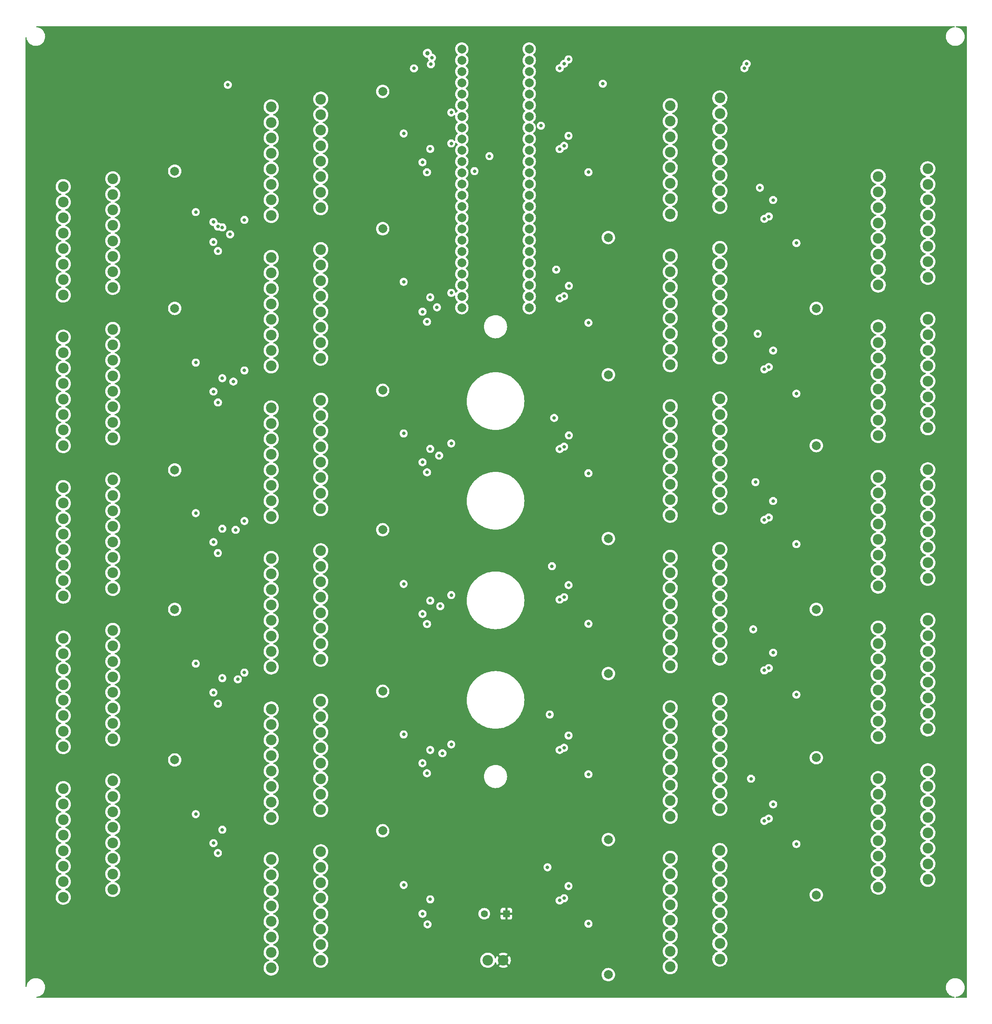
<source format=gbr>
%TF.GenerationSoftware,KiCad,Pcbnew,(6.0.10)*%
%TF.CreationDate,2024-04-02T10:47:47-04:00*%
%TF.ProjectId,OM3Controller,4f4d3343-6f6e-4747-926f-6c6c65722e6b,rev?*%
%TF.SameCoordinates,Original*%
%TF.FileFunction,Copper,L2,Inr*%
%TF.FilePolarity,Positive*%
%FSLAX46Y46*%
G04 Gerber Fmt 4.6, Leading zero omitted, Abs format (unit mm)*
G04 Created by KiCad (PCBNEW (6.0.10)) date 2024-04-02 10:47:47*
%MOMM*%
%LPD*%
G01*
G04 APERTURE LIST*
%TA.AperFunction,ComponentPad*%
%ADD10C,2.400000*%
%TD*%
%TA.AperFunction,ComponentPad*%
%ADD11C,2.000000*%
%TD*%
%TA.AperFunction,ComponentPad*%
%ADD12R,1.600000X1.600000*%
%TD*%
%TA.AperFunction,ComponentPad*%
%ADD13C,1.600000*%
%TD*%
%TA.AperFunction,ViaPad*%
%ADD14C,2.000000*%
%TD*%
%TA.AperFunction,ViaPad*%
%ADD15C,4.000000*%
%TD*%
%TA.AperFunction,ViaPad*%
%ADD16C,0.800000*%
%TD*%
%TA.AperFunction,ViaPad*%
%ADD17C,1.000000*%
%TD*%
G04 APERTURE END LIST*
D10*
%TO.N,Net-(J21-Pad1)*%
%TO.C,J21*%
X419000000Y-228725000D03*
%TO.N,Earth*%
X430200000Y-226975000D03*
%TO.N,Net-(J21-Pad3)*%
X419000000Y-225225000D03*
%TO.N,Earth*%
X430200000Y-223475000D03*
%TO.N,Net-(J21-Pad5)*%
X419000000Y-221725000D03*
%TO.N,Earth*%
X430200000Y-219975000D03*
%TO.N,Net-(J21-Pad7)*%
X419000000Y-218225000D03*
%TO.N,Earth*%
X430200000Y-216475000D03*
%TO.N,Net-(J21-Pad9)*%
X419000000Y-214725000D03*
%TO.N,Earth*%
X430200000Y-212975000D03*
%TO.N,Net-(J21-Pad11)*%
X419000000Y-211225000D03*
%TO.N,Earth*%
X430200000Y-209475000D03*
%TO.N,Net-(J21-Pad13)*%
X419000000Y-207725000D03*
%TO.N,Earth*%
X430200000Y-205975000D03*
%TO.N,Net-(J21-Pad15)*%
X419000000Y-204225000D03*
%TO.N,Earth*%
X430200000Y-202475000D03*
%TD*%
%TO.N,Net-(J3-Pad1)*%
%TO.C,J3*%
X246000000Y-238750000D03*
%TO.N,Earth*%
X234800000Y-240500000D03*
%TO.N,Net-(J3-Pad3)*%
X246000000Y-242250000D03*
%TO.N,Earth*%
X234800000Y-244000000D03*
%TO.N,Net-(J3-Pad5)*%
X246000000Y-245750000D03*
%TO.N,Earth*%
X234800000Y-247500000D03*
%TO.N,Net-(J3-Pad7)*%
X246000000Y-249250000D03*
%TO.N,Earth*%
X234800000Y-251000000D03*
%TO.N,Net-(J3-Pad9)*%
X246000000Y-252750000D03*
%TO.N,Earth*%
X234800000Y-254500000D03*
%TO.N,Net-(J3-Pad11)*%
X246000000Y-256250000D03*
%TO.N,Earth*%
X234800000Y-258000000D03*
%TO.N,Net-(J3-Pad13)*%
X246000000Y-259750000D03*
%TO.N,Earth*%
X234800000Y-261500000D03*
%TO.N,Net-(J3-Pad15)*%
X246000000Y-263250000D03*
%TO.N,Earth*%
X234800000Y-265000000D03*
%TD*%
%TO.N,Net-(J18-Pad1)*%
%TO.C,J18*%
X372000000Y-314725000D03*
%TO.N,Earth*%
X383200000Y-312975000D03*
%TO.N,Net-(J18-Pad3)*%
X372000000Y-311225000D03*
%TO.N,Earth*%
X383200000Y-309475000D03*
%TO.N,Net-(J18-Pad5)*%
X372000000Y-307725000D03*
%TO.N,Earth*%
X383200000Y-305975000D03*
%TO.N,Net-(J18-Pad7)*%
X372000000Y-304225000D03*
%TO.N,Earth*%
X383200000Y-302475000D03*
%TO.N,Net-(J18-Pad9)*%
X372000000Y-300725000D03*
%TO.N,Earth*%
X383200000Y-298975000D03*
%TO.N,Net-(J18-Pad11)*%
X372000000Y-297225000D03*
%TO.N,Earth*%
X383200000Y-295475000D03*
%TO.N,Net-(J18-Pad13)*%
X372000000Y-293725000D03*
%TO.N,Earth*%
X383200000Y-291975000D03*
%TO.N,Net-(J18-Pad15)*%
X372000000Y-290225000D03*
%TO.N,Earth*%
X383200000Y-288475000D03*
%TD*%
%TO.N,Net-(J15-Pad1)*%
%TO.C,J15*%
X372000000Y-212725000D03*
%TO.N,Earth*%
X383200000Y-210975000D03*
%TO.N,Net-(J15-Pad3)*%
X372000000Y-209225000D03*
%TO.N,Earth*%
X383200000Y-207475000D03*
%TO.N,Net-(J15-Pad5)*%
X372000000Y-205725000D03*
%TO.N,Earth*%
X383200000Y-203975000D03*
%TO.N,Net-(J15-Pad7)*%
X372000000Y-202225000D03*
%TO.N,Earth*%
X383200000Y-200475000D03*
%TO.N,Net-(J15-Pad9)*%
X372000000Y-198725000D03*
%TO.N,Earth*%
X383200000Y-196975000D03*
%TO.N,Net-(J15-Pad11)*%
X372000000Y-195225000D03*
%TO.N,Earth*%
X383200000Y-193475000D03*
%TO.N,Net-(J15-Pad13)*%
X372000000Y-191725000D03*
%TO.N,Earth*%
X383200000Y-189975000D03*
%TO.N,Net-(J15-Pad15)*%
X372000000Y-188225000D03*
%TO.N,Earth*%
X383200000Y-186475000D03*
%TD*%
%TO.N,Net-(J9-Pad1)*%
%TO.C,J9*%
X293000000Y-254750000D03*
%TO.N,Earth*%
X281800000Y-256500000D03*
%TO.N,Net-(J9-Pad3)*%
X293000000Y-258250000D03*
%TO.N,Earth*%
X281800000Y-260000000D03*
%TO.N,Net-(J9-Pad5)*%
X293000000Y-261750000D03*
%TO.N,Earth*%
X281800000Y-263500000D03*
%TO.N,Net-(J9-Pad7)*%
X293000000Y-265250000D03*
%TO.N,Earth*%
X281800000Y-267000000D03*
%TO.N,Net-(J9-Pad9)*%
X293000000Y-268750000D03*
%TO.N,Earth*%
X281800000Y-270500000D03*
%TO.N,Net-(J9-Pad11)*%
X293000000Y-272250000D03*
%TO.N,Earth*%
X281800000Y-274000000D03*
%TO.N,Net-(J9-Pad13)*%
X293000000Y-275750000D03*
%TO.N,Earth*%
X281800000Y-277500000D03*
%TO.N,Net-(J9-Pad15)*%
X293000000Y-279250000D03*
%TO.N,Earth*%
X281800000Y-281000000D03*
%TD*%
%TO.N,Net-(J4-Pad1)*%
%TO.C,J4*%
X246000000Y-272750000D03*
%TO.N,Earth*%
X234800000Y-274500000D03*
%TO.N,Net-(J4-Pad3)*%
X246000000Y-276250000D03*
%TO.N,Earth*%
X234800000Y-278000000D03*
%TO.N,Net-(J4-Pad5)*%
X246000000Y-279750000D03*
%TO.N,Earth*%
X234800000Y-281500000D03*
%TO.N,Net-(J4-Pad7)*%
X246000000Y-283250000D03*
%TO.N,Earth*%
X234800000Y-285000000D03*
%TO.N,Net-(J4-Pad9)*%
X246000000Y-286750000D03*
%TO.N,Earth*%
X234800000Y-288500000D03*
%TO.N,Net-(J4-Pad11)*%
X246000000Y-290250000D03*
%TO.N,Earth*%
X234800000Y-292000000D03*
%TO.N,Net-(J4-Pad13)*%
X246000000Y-293750000D03*
%TO.N,Earth*%
X234800000Y-295500000D03*
%TO.N,Net-(J4-Pad15)*%
X246000000Y-297250000D03*
%TO.N,Earth*%
X234800000Y-299000000D03*
%TD*%
%TO.N,Net-(J17-Pad1)*%
%TO.C,J17*%
X372000000Y-280725000D03*
%TO.N,Earth*%
X383200000Y-278975000D03*
%TO.N,Net-(J17-Pad3)*%
X372000000Y-277225000D03*
%TO.N,Earth*%
X383200000Y-275475000D03*
%TO.N,Net-(J17-Pad5)*%
X372000000Y-273725000D03*
%TO.N,Earth*%
X383200000Y-271975000D03*
%TO.N,Net-(J17-Pad7)*%
X372000000Y-270225000D03*
%TO.N,Earth*%
X383200000Y-268475000D03*
%TO.N,Net-(J17-Pad9)*%
X372000000Y-266725000D03*
%TO.N,Earth*%
X383200000Y-264975000D03*
%TO.N,Net-(J17-Pad11)*%
X372000000Y-263225000D03*
%TO.N,Earth*%
X383200000Y-261475000D03*
%TO.N,Net-(J17-Pad13)*%
X372000000Y-259725000D03*
%TO.N,Earth*%
X383200000Y-257975000D03*
%TO.N,Net-(J17-Pad15)*%
X372000000Y-256225000D03*
%TO.N,Earth*%
X383200000Y-254475000D03*
%TD*%
%TO.N,Net-(J16-Pad1)*%
%TO.C,J16*%
X372000000Y-246725000D03*
%TO.N,Earth*%
X383200000Y-244975000D03*
%TO.N,Net-(J16-Pad3)*%
X372000000Y-243225000D03*
%TO.N,Earth*%
X383200000Y-241475000D03*
%TO.N,Net-(J16-Pad5)*%
X372000000Y-239725000D03*
%TO.N,Earth*%
X383200000Y-237975000D03*
%TO.N,Net-(J16-Pad7)*%
X372000000Y-236225000D03*
%TO.N,Earth*%
X383200000Y-234475000D03*
%TO.N,Net-(J16-Pad9)*%
X372000000Y-232725000D03*
%TO.N,Earth*%
X383200000Y-230975000D03*
%TO.N,Net-(J16-Pad11)*%
X372000000Y-229225000D03*
%TO.N,Earth*%
X383200000Y-227475000D03*
%TO.N,Net-(J16-Pad13)*%
X372000000Y-225725000D03*
%TO.N,Earth*%
X383200000Y-223975000D03*
%TO.N,Net-(J16-Pad15)*%
X372000000Y-222225000D03*
%TO.N,Earth*%
X383200000Y-220475000D03*
%TD*%
%TO.N,Net-(J6-Pad1)*%
%TO.C,J6*%
X293000000Y-152750000D03*
%TO.N,Earth*%
X281800000Y-154500000D03*
%TO.N,Net-(J6-Pad3)*%
X293000000Y-156250000D03*
%TO.N,Earth*%
X281800000Y-158000000D03*
%TO.N,Net-(J6-Pad5)*%
X293000000Y-159750000D03*
%TO.N,Earth*%
X281800000Y-161500000D03*
%TO.N,Net-(J6-Pad7)*%
X293000000Y-163250000D03*
%TO.N,Earth*%
X281800000Y-165000000D03*
%TO.N,Net-(J6-Pad9)*%
X293000000Y-166750000D03*
%TO.N,Earth*%
X281800000Y-168500000D03*
%TO.N,Net-(J6-Pad11)*%
X293000000Y-170250000D03*
%TO.N,Earth*%
X281800000Y-172000000D03*
%TO.N,Net-(J6-Pad13)*%
X293000000Y-173750000D03*
%TO.N,Earth*%
X281800000Y-175500000D03*
%TO.N,Net-(J6-Pad15)*%
X293000000Y-177250000D03*
%TO.N,Earth*%
X281800000Y-179000000D03*
%TD*%
%TO.N,Net-(J22-Pad1)*%
%TO.C,J22*%
X419000000Y-262725000D03*
%TO.N,Earth*%
X430200000Y-260975000D03*
%TO.N,Net-(J22-Pad3)*%
X419000000Y-259225000D03*
%TO.N,Earth*%
X430200000Y-257475000D03*
%TO.N,Net-(J22-Pad5)*%
X419000000Y-255725000D03*
%TO.N,Earth*%
X430200000Y-253975000D03*
%TO.N,Net-(J22-Pad7)*%
X419000000Y-252225000D03*
%TO.N,Earth*%
X430200000Y-250475000D03*
%TO.N,Net-(J22-Pad9)*%
X419000000Y-248725000D03*
%TO.N,Earth*%
X430200000Y-246975000D03*
%TO.N,Net-(J22-Pad11)*%
X419000000Y-245225000D03*
%TO.N,Earth*%
X430200000Y-243475000D03*
%TO.N,Net-(J22-Pad13)*%
X419000000Y-241725000D03*
%TO.N,Earth*%
X430200000Y-239975000D03*
%TO.N,Net-(J22-Pad15)*%
X419000000Y-238225000D03*
%TO.N,Earth*%
X430200000Y-236475000D03*
%TD*%
%TO.N,Net-(J7-Pad1)*%
%TO.C,J7*%
X293000000Y-186750000D03*
%TO.N,Earth*%
X281800000Y-188500000D03*
%TO.N,Net-(J7-Pad3)*%
X293000000Y-190250000D03*
%TO.N,Earth*%
X281800000Y-192000000D03*
%TO.N,Net-(J7-Pad5)*%
X293000000Y-193750000D03*
%TO.N,Earth*%
X281800000Y-195500000D03*
%TO.N,Net-(J7-Pad7)*%
X293000000Y-197250000D03*
%TO.N,Earth*%
X281800000Y-199000000D03*
%TO.N,Net-(J7-Pad9)*%
X293000000Y-200750000D03*
%TO.N,Earth*%
X281800000Y-202500000D03*
%TO.N,Net-(J7-Pad11)*%
X293000000Y-204250000D03*
%TO.N,Earth*%
X281800000Y-206000000D03*
%TO.N,Net-(J7-Pad13)*%
X293000000Y-207750000D03*
%TO.N,Earth*%
X281800000Y-209500000D03*
%TO.N,Net-(J7-Pad15)*%
X293000000Y-211250000D03*
%TO.N,Earth*%
X281800000Y-213000000D03*
%TD*%
%TO.N,Net-(J1-Pad1)*%
%TO.C,J1*%
X246000000Y-170750000D03*
%TO.N,Earth*%
X234800000Y-172500000D03*
%TO.N,Net-(J1-Pad3)*%
X246000000Y-174250000D03*
%TO.N,Earth*%
X234800000Y-176000000D03*
%TO.N,Net-(J1-Pad5)*%
X246000000Y-177750000D03*
%TO.N,Earth*%
X234800000Y-179500000D03*
%TO.N,Net-(J1-Pad7)*%
X246000000Y-181250000D03*
%TO.N,Earth*%
X234800000Y-183000000D03*
%TO.N,Net-(J1-Pad9)*%
X246000000Y-184750000D03*
%TO.N,Earth*%
X234800000Y-186500000D03*
%TO.N,Net-(J1-Pad11)*%
X246000000Y-188250000D03*
%TO.N,Earth*%
X234800000Y-190000000D03*
%TO.N,Net-(J1-Pad13)*%
X246000000Y-191750000D03*
%TO.N,Earth*%
X234800000Y-193500000D03*
%TO.N,Net-(J1-Pad15)*%
X246000000Y-195250000D03*
%TO.N,Earth*%
X234800000Y-197000000D03*
%TD*%
%TO.N,Net-(J19-Pad1)*%
%TO.C,J19*%
X372000000Y-348725000D03*
%TO.N,Earth*%
X383200000Y-346975000D03*
%TO.N,Net-(J19-Pad3)*%
X372000000Y-345225000D03*
%TO.N,Earth*%
X383200000Y-343475000D03*
%TO.N,Net-(J19-Pad5)*%
X372000000Y-341725000D03*
%TO.N,Earth*%
X383200000Y-339975000D03*
%TO.N,Net-(J19-Pad7)*%
X372000000Y-338225000D03*
%TO.N,Earth*%
X383200000Y-336475000D03*
%TO.N,Net-(J19-Pad9)*%
X372000000Y-334725000D03*
%TO.N,Earth*%
X383200000Y-332975000D03*
%TO.N,Net-(J19-Pad11)*%
X372000000Y-331225000D03*
%TO.N,Earth*%
X383200000Y-329475000D03*
%TO.N,Net-(J19-Pad13)*%
X372000000Y-327725000D03*
%TO.N,Earth*%
X383200000Y-325975000D03*
%TO.N,Net-(J19-Pad15)*%
X372000000Y-324225000D03*
%TO.N,Earth*%
X383200000Y-322475000D03*
%TD*%
%TO.N,Net-(J8-Pad1)*%
%TO.C,J8*%
X293000000Y-220750000D03*
%TO.N,Earth*%
X281800000Y-222500000D03*
%TO.N,Net-(J8-Pad3)*%
X293000000Y-224250000D03*
%TO.N,Earth*%
X281800000Y-226000000D03*
%TO.N,Net-(J8-Pad5)*%
X293000000Y-227750000D03*
%TO.N,Earth*%
X281800000Y-229500000D03*
%TO.N,Net-(J8-Pad7)*%
X293000000Y-231250000D03*
%TO.N,Earth*%
X281800000Y-233000000D03*
%TO.N,Net-(J8-Pad9)*%
X293000000Y-234750000D03*
%TO.N,Earth*%
X281800000Y-236500000D03*
%TO.N,Net-(J8-Pad11)*%
X293000000Y-238250000D03*
%TO.N,Earth*%
X281800000Y-240000000D03*
%TO.N,Net-(J8-Pad13)*%
X293000000Y-241750000D03*
%TO.N,Earth*%
X281800000Y-243500000D03*
%TO.N,Net-(J8-Pad15)*%
X293000000Y-245250000D03*
%TO.N,Earth*%
X281800000Y-247000000D03*
%TD*%
D11*
%TO.N,GND*%
%TO.C,MCU1*%
X324880000Y-141425000D03*
%TO.N,Net-(MCU1-Pad2)*%
X324880000Y-143965000D03*
%TO.N,Net-(MCU1-Pad3)*%
X324880000Y-146505000D03*
%TO.N,Net-(MCU1-Pad4)*%
X324880000Y-149045000D03*
%TO.N,Net-(MCU1-Pad5)*%
X324880000Y-151585000D03*
%TO.N,Net-(MCU1-Pad6)*%
X324880000Y-154125000D03*
%TO.N,Net-(MCU1-Pad7)*%
X324880000Y-156665000D03*
%TO.N,Net-(MCU1-Pad8)*%
X324880000Y-159205000D03*
%TO.N,Net-(MCU1-Pad9)*%
X324880000Y-161745000D03*
%TO.N,Net-(MCU1-Pad10)*%
X324880000Y-164285000D03*
%TO.N,Net-(MCU1-Pad11)*%
X324880000Y-166825000D03*
%TO.N,Net-(MCU1-Pad12)*%
X324880000Y-169365000D03*
%TO.N,Net-(MCU1-Pad13)*%
X324880000Y-171905000D03*
%TO.N,unconnected-(MCU1-Pad14)*%
X324880000Y-174445000D03*
%TO.N,Net-(MCU1-Pad15)*%
X324880000Y-176985000D03*
%TO.N,Net-(MCU1-Pad16)*%
X324880000Y-179525000D03*
%TO.N,unconnected-(MCU1-Pad17)*%
X324880000Y-182065000D03*
%TO.N,unconnected-(MCU1-Pad18)*%
X324880000Y-184605000D03*
%TO.N,unconnected-(MCU1-Pad19)*%
X324880000Y-187145000D03*
%TO.N,unconnected-(MCU1-Pad20)*%
X324880000Y-189685000D03*
%TO.N,unconnected-(MCU1-Pad21)*%
X324880000Y-192225000D03*
%TO.N,unconnected-(MCU1-Pad22)*%
X324880000Y-194765000D03*
%TO.N,unconnected-(MCU1-Pad23)*%
X324880000Y-197305000D03*
%TO.N,unconnected-(MCU1-Pad24)*%
X324880000Y-199845000D03*
%TO.N,unconnected-(MCU1-Pad25)*%
X340120000Y-141425000D03*
%TO.N,GND*%
X340120000Y-143965000D03*
%TO.N,Net-(MCU1-Pad27)*%
X340120000Y-146505000D03*
%TO.N,Net-(MCU1-Pad28)*%
X340120000Y-149045000D03*
%TO.N,Net-(MCU1-Pad29)*%
X340120000Y-151585000D03*
%TO.N,Net-(MCU1-Pad30)*%
X340120000Y-154125000D03*
%TO.N,Net-(MCU1-Pad31)*%
X340120000Y-156665000D03*
%TO.N,Net-(MCU1-Pad32)*%
X340120000Y-159205000D03*
%TO.N,Net-(MCU1-Pad33)*%
X340120000Y-161745000D03*
%TO.N,Net-(MCU1-Pad34)*%
X340120000Y-164285000D03*
%TO.N,Net-(MCU1-Pad35)*%
X340120000Y-166825000D03*
%TO.N,Net-(MCU1-Pad36)*%
X340120000Y-169365000D03*
%TO.N,Net-(MCU1-Pad37)*%
X340120000Y-171905000D03*
%TO.N,Net-(MCU1-Pad38)*%
X340120000Y-174445000D03*
%TO.N,GND*%
X340120000Y-176985000D03*
%TO.N,Net-(MCU1-Pad40)*%
X340120000Y-179525000D03*
%TO.N,unconnected-(MCU1-Pad41)*%
X340120000Y-182065000D03*
%TO.N,unconnected-(MCU1-Pad42)*%
X340120000Y-184605000D03*
%TO.N,unconnected-(MCU1-Pad43)*%
X340120000Y-187145000D03*
%TO.N,unconnected-(MCU1-Pad44)*%
X340120000Y-189685000D03*
%TO.N,unconnected-(MCU1-Pad45)*%
X340120000Y-192225000D03*
%TO.N,unconnected-(MCU1-Pad46)*%
X340120000Y-194765000D03*
%TO.N,unconnected-(MCU1-Pad47)*%
X340120000Y-197305000D03*
%TO.N,unconnected-(MCU1-Pad48)*%
X340120000Y-199845000D03*
%TD*%
D10*
%TO.N,Net-(J5-Pad1)*%
%TO.C,J5*%
X246000000Y-306750000D03*
%TO.N,Earth*%
X234800000Y-308500000D03*
%TO.N,Net-(J5-Pad3)*%
X246000000Y-310250000D03*
%TO.N,Earth*%
X234800000Y-312000000D03*
%TO.N,Net-(J5-Pad5)*%
X246000000Y-313750000D03*
%TO.N,Earth*%
X234800000Y-315500000D03*
%TO.N,Net-(J5-Pad7)*%
X246000000Y-317250000D03*
%TO.N,Earth*%
X234800000Y-319000000D03*
%TO.N,Net-(J5-Pad9)*%
X246000000Y-320750000D03*
%TO.N,Earth*%
X234800000Y-322500000D03*
%TO.N,Net-(J5-Pad11)*%
X246000000Y-324250000D03*
%TO.N,Earth*%
X234800000Y-326000000D03*
%TO.N,Net-(J5-Pad13)*%
X246000000Y-327750000D03*
%TO.N,Earth*%
X234800000Y-329500000D03*
%TO.N,Net-(J5-Pad15)*%
X246000000Y-331250000D03*
%TO.N,Earth*%
X234800000Y-333000000D03*
%TD*%
%TO.N,Net-(J11-Pad1)*%
%TO.C,J11*%
X293000000Y-322750000D03*
%TO.N,Earth*%
X281800000Y-324500000D03*
%TO.N,Net-(J11-Pad3)*%
X293000000Y-326250000D03*
%TO.N,Earth*%
X281800000Y-328000000D03*
%TO.N,Net-(J11-Pad5)*%
X293000000Y-329750000D03*
%TO.N,Earth*%
X281800000Y-331500000D03*
%TO.N,Net-(J11-Pad7)*%
X293000000Y-333250000D03*
%TO.N,Earth*%
X281800000Y-335000000D03*
%TO.N,Net-(J11-Pad9)*%
X293000000Y-336750000D03*
%TO.N,Earth*%
X281800000Y-338500000D03*
%TO.N,Net-(J11-Pad11)*%
X293000000Y-340250000D03*
%TO.N,Earth*%
X281800000Y-342000000D03*
%TO.N,Net-(J11-Pad13)*%
X293000000Y-343750000D03*
%TO.N,Earth*%
X281800000Y-345500000D03*
%TO.N,Net-(J11-Pad15)*%
X293000000Y-347250000D03*
%TO.N,Earth*%
X281800000Y-349000000D03*
%TD*%
%TO.N,Net-(J10-Pad1)*%
%TO.C,J10*%
X293000000Y-288750000D03*
%TO.N,Earth*%
X281800000Y-290500000D03*
%TO.N,Net-(J10-Pad3)*%
X293000000Y-292250000D03*
%TO.N,Earth*%
X281800000Y-294000000D03*
%TO.N,Net-(J10-Pad5)*%
X293000000Y-295750000D03*
%TO.N,Earth*%
X281800000Y-297500000D03*
%TO.N,Net-(J10-Pad7)*%
X293000000Y-299250000D03*
%TO.N,Earth*%
X281800000Y-301000000D03*
%TO.N,Net-(J10-Pad9)*%
X293000000Y-302750000D03*
%TO.N,Earth*%
X281800000Y-304500000D03*
%TO.N,Net-(J10-Pad11)*%
X293000000Y-306250000D03*
%TO.N,Earth*%
X281800000Y-308000000D03*
%TO.N,Net-(J10-Pad13)*%
X293000000Y-309750000D03*
%TO.N,Earth*%
X281800000Y-311500000D03*
%TO.N,Net-(J10-Pad15)*%
X293000000Y-313250000D03*
%TO.N,Earth*%
X281800000Y-315000000D03*
%TD*%
%TO.N,Earth*%
%TO.C,J12*%
X330750000Y-347250000D03*
%TO.N,+24V*%
X334250000Y-347250000D03*
%TD*%
%TO.N,Net-(J2-Pad1)*%
%TO.C,J2*%
X246000000Y-204750000D03*
%TO.N,Earth*%
X234800000Y-206500000D03*
%TO.N,Net-(J2-Pad3)*%
X246000000Y-208250000D03*
%TO.N,Earth*%
X234800000Y-210000000D03*
%TO.N,Net-(J2-Pad5)*%
X246000000Y-211750000D03*
%TO.N,Earth*%
X234800000Y-213500000D03*
%TO.N,Net-(J2-Pad7)*%
X246000000Y-215250000D03*
%TO.N,Earth*%
X234800000Y-217000000D03*
%TO.N,Net-(J2-Pad9)*%
X246000000Y-218750000D03*
%TO.N,Earth*%
X234800000Y-220500000D03*
%TO.N,Net-(J2-Pad11)*%
X246000000Y-222250000D03*
%TO.N,Earth*%
X234800000Y-224000000D03*
%TO.N,Net-(J2-Pad13)*%
X246000000Y-225750000D03*
%TO.N,Earth*%
X234800000Y-227500000D03*
%TO.N,Net-(J2-Pad15)*%
X246000000Y-229250000D03*
%TO.N,Earth*%
X234800000Y-231000000D03*
%TD*%
%TO.N,Net-(J24-Pad1)*%
%TO.C,J24*%
X419000000Y-330725000D03*
%TO.N,Earth*%
X430200000Y-328975000D03*
%TO.N,Net-(J24-Pad3)*%
X419000000Y-327225000D03*
%TO.N,Earth*%
X430200000Y-325475000D03*
%TO.N,Net-(J24-Pad5)*%
X419000000Y-323725000D03*
%TO.N,Earth*%
X430200000Y-321975000D03*
%TO.N,Net-(J24-Pad7)*%
X419000000Y-320225000D03*
%TO.N,Earth*%
X430200000Y-318475000D03*
%TO.N,Net-(J24-Pad9)*%
X419000000Y-316725000D03*
%TO.N,Earth*%
X430200000Y-314975000D03*
%TO.N,Net-(J24-Pad11)*%
X419000000Y-313225000D03*
%TO.N,Earth*%
X430200000Y-311475000D03*
%TO.N,Net-(J24-Pad13)*%
X419000000Y-309725000D03*
%TO.N,Earth*%
X430200000Y-307975000D03*
%TO.N,Net-(J24-Pad15)*%
X419000000Y-306225000D03*
%TO.N,Earth*%
X430200000Y-304475000D03*
%TD*%
D12*
%TO.N,+24V*%
%TO.C,C12*%
X334957953Y-336750000D03*
D13*
%TO.N,Earth*%
X329957953Y-336750000D03*
%TD*%
D10*
%TO.N,Net-(J20-Pad1)*%
%TO.C,J20*%
X419000000Y-194725000D03*
%TO.N,Earth*%
X430200000Y-192975000D03*
%TO.N,Net-(J20-Pad3)*%
X419000000Y-191225000D03*
%TO.N,Earth*%
X430200000Y-189475000D03*
%TO.N,Net-(J20-Pad5)*%
X419000000Y-187725000D03*
%TO.N,Earth*%
X430200000Y-185975000D03*
%TO.N,Net-(J20-Pad7)*%
X419000000Y-184225000D03*
%TO.N,Earth*%
X430200000Y-182475000D03*
%TO.N,Net-(J20-Pad9)*%
X419000000Y-180725000D03*
%TO.N,Earth*%
X430200000Y-178975000D03*
%TO.N,Net-(J20-Pad11)*%
X419000000Y-177225000D03*
%TO.N,Earth*%
X430200000Y-175475000D03*
%TO.N,Net-(J20-Pad13)*%
X419000000Y-173725000D03*
%TO.N,Earth*%
X430200000Y-171975000D03*
%TO.N,Net-(J20-Pad15)*%
X419000000Y-170225000D03*
%TO.N,Earth*%
X430200000Y-168475000D03*
%TD*%
%TO.N,Net-(J14-Pad1)*%
%TO.C,J14*%
X372000000Y-178725000D03*
%TO.N,Earth*%
X383200000Y-176975000D03*
%TO.N,Net-(J14-Pad3)*%
X372000000Y-175225000D03*
%TO.N,Earth*%
X383200000Y-173475000D03*
%TO.N,Net-(J14-Pad5)*%
X372000000Y-171725000D03*
%TO.N,Earth*%
X383200000Y-169975000D03*
%TO.N,Net-(J14-Pad7)*%
X372000000Y-168225000D03*
%TO.N,Earth*%
X383200000Y-166475000D03*
%TO.N,Net-(J14-Pad9)*%
X372000000Y-164725000D03*
%TO.N,Earth*%
X383200000Y-162975000D03*
%TO.N,Net-(J14-Pad11)*%
X372000000Y-161225000D03*
%TO.N,Earth*%
X383200000Y-159475000D03*
%TO.N,Net-(J14-Pad13)*%
X372000000Y-157725000D03*
%TO.N,Earth*%
X383200000Y-155975000D03*
%TO.N,Net-(J14-Pad15)*%
X372000000Y-154225000D03*
%TO.N,Earth*%
X383200000Y-152475000D03*
%TD*%
%TO.N,Net-(J23-Pad1)*%
%TO.C,J23*%
X419000000Y-296725000D03*
%TO.N,Earth*%
X430200000Y-294975000D03*
%TO.N,Net-(J23-Pad3)*%
X419000000Y-293225000D03*
%TO.N,Earth*%
X430200000Y-291475000D03*
%TO.N,Net-(J23-Pad5)*%
X419000000Y-289725000D03*
%TO.N,Earth*%
X430200000Y-287975000D03*
%TO.N,Net-(J23-Pad7)*%
X419000000Y-286225000D03*
%TO.N,Earth*%
X430200000Y-284475000D03*
%TO.N,Net-(J23-Pad9)*%
X419000000Y-282725000D03*
%TO.N,Earth*%
X430200000Y-280975000D03*
%TO.N,Net-(J23-Pad11)*%
X419000000Y-279225000D03*
%TO.N,Earth*%
X430200000Y-277475000D03*
%TO.N,Net-(J23-Pad13)*%
X419000000Y-275725000D03*
%TO.N,Earth*%
X430200000Y-273975000D03*
%TO.N,Net-(J23-Pad15)*%
X419000000Y-272225000D03*
%TO.N,Earth*%
X430200000Y-270475000D03*
%TD*%
D14*
%TO.N,Earth*%
X358000000Y-252000000D03*
X260000000Y-200000000D03*
X307000000Y-151000000D03*
X405000000Y-301500000D03*
X405000000Y-231000000D03*
X307000000Y-182000000D03*
X307000000Y-250000000D03*
X307000000Y-318000000D03*
X307000000Y-218500000D03*
X405000000Y-268000000D03*
X358000000Y-215000000D03*
X260000000Y-169000000D03*
X358000000Y-184000000D03*
X405000000Y-200000000D03*
X307000000Y-286500000D03*
X358000000Y-282500000D03*
X358000000Y-350500000D03*
X260000000Y-302000000D03*
X358000000Y-320000000D03*
X260000000Y-236500000D03*
X260000000Y-268000000D03*
X405000000Y-332500000D03*
D15*
%TO.N,+24V*%
X307000000Y-195000000D03*
X405000000Y-213000000D03*
X358000000Y-306000000D03*
X307000000Y-229000000D03*
X260000000Y-213000000D03*
X358000000Y-204000000D03*
X260000000Y-247000000D03*
X307000000Y-236000000D03*
X307000000Y-304000000D03*
X405000000Y-179000000D03*
X358000000Y-238000000D03*
X405000000Y-186000000D03*
X307000000Y-297000000D03*
X260000000Y-281000000D03*
X358000000Y-272000000D03*
X405000000Y-315000000D03*
X358000000Y-333000000D03*
X405000000Y-254000000D03*
X307000000Y-202000000D03*
X307000000Y-161000000D03*
X307000000Y-270000000D03*
X358000000Y-163000000D03*
X358000000Y-197000000D03*
X260000000Y-220000000D03*
X260000000Y-179000000D03*
X405000000Y-247000000D03*
X260000000Y-322000000D03*
X260000000Y-315000000D03*
X260000000Y-288000000D03*
X405000000Y-220000000D03*
X358000000Y-231000000D03*
X405000000Y-281000000D03*
X358000000Y-299000000D03*
X260000000Y-186000000D03*
X405000000Y-288000000D03*
X307000000Y-263000000D03*
X358000000Y-265000000D03*
X307000000Y-331000000D03*
X405000000Y-322000000D03*
X358000000Y-340000000D03*
X358000000Y-170000000D03*
X260000000Y-254000000D03*
X307000000Y-338000000D03*
X307000000Y-168000000D03*
D16*
%TO.N,GND*%
X400500000Y-287250000D03*
X264750000Y-280250000D03*
X353500000Y-339000000D03*
X311750000Y-160500000D03*
X353500000Y-271250000D03*
X264750000Y-212250000D03*
X264750000Y-178250000D03*
X353500000Y-169250000D03*
X314075000Y-145780500D03*
X311750000Y-262250000D03*
X353500000Y-203250000D03*
X400500000Y-321000000D03*
X353500000Y-237250000D03*
X311750000Y-228250000D03*
X400500000Y-253250000D03*
X311750000Y-194000000D03*
X400500000Y-185250000D03*
X400500000Y-219250000D03*
X264750000Y-314250000D03*
X311750000Y-330250000D03*
X264750000Y-246250000D03*
X272000000Y-149500000D03*
X311750000Y-296250000D03*
X353500000Y-305250000D03*
%TO.N,Net-(MCU1-Pad2)*%
X273262299Y-216537299D03*
X322500000Y-264775000D03*
X275750000Y-180025000D03*
X392250000Y-172750000D03*
X319262299Y-199762299D03*
X342750000Y-158750000D03*
X346224500Y-191250000D03*
X322500000Y-298500000D03*
X320012299Y-267287299D03*
X320500000Y-300500000D03*
X391250000Y-239250000D03*
X275750000Y-282275000D03*
X390750000Y-272500000D03*
X275750000Y-214025000D03*
X322500000Y-196500000D03*
X273762299Y-250037299D03*
X391750000Y-205750000D03*
X344250000Y-326250000D03*
X345250000Y-258250000D03*
X274262299Y-283787299D03*
X322500000Y-155750000D03*
X356750000Y-149250000D03*
X322500000Y-162750000D03*
X344750000Y-291750000D03*
X345750000Y-224750000D03*
X390250000Y-306250000D03*
X272512299Y-183287299D03*
X275750000Y-248025000D03*
X322500000Y-230500000D03*
X319762299Y-233262299D03*
%TO.N,Net-(MCU1-Pad27)*%
X349000000Y-143750000D03*
X349000000Y-161025000D03*
X349080497Y-194919503D03*
X349012299Y-296487701D03*
X349000000Y-330500000D03*
X395250000Y-312025000D03*
X395250000Y-175525000D03*
X395250000Y-209525000D03*
X395250000Y-277775000D03*
X349080497Y-228694503D03*
X349012299Y-262512701D03*
X395250000Y-243525000D03*
%TO.N,Net-(MCU1-Pad15)*%
X269774598Y-289299598D03*
X269750000Y-181525000D03*
X318125000Y-143375000D03*
X317024598Y-237024598D03*
X317024598Y-203024598D03*
X269750000Y-255275000D03*
X269774598Y-187049598D03*
X269774598Y-221250402D03*
X317012299Y-305012299D03*
X317024598Y-271299598D03*
X317012299Y-169262299D03*
X269762299Y-323037299D03*
X317132330Y-339142269D03*
%TO.N,Net-(R1-Pad2)*%
X389250000Y-144750000D03*
X348000000Y-299250000D03*
X268762299Y-252787299D03*
X316000000Y-200750000D03*
X348000000Y-163275000D03*
X348000000Y-197250000D03*
X316000000Y-269025000D03*
D17*
X317125000Y-142375000D03*
D16*
X315987701Y-302737701D03*
X394250000Y-179250000D03*
X348000000Y-231250000D03*
X394250000Y-213250000D03*
X394250000Y-281250000D03*
X268750000Y-180500000D03*
X348000000Y-333250000D03*
X394250000Y-247250000D03*
X316000000Y-167000000D03*
X348000000Y-265250000D03*
X394250000Y-315250000D03*
X268762299Y-320787299D03*
X316000000Y-336750000D03*
X268737701Y-185012701D03*
X268762299Y-218787299D03*
X348000000Y-144750000D03*
X268750000Y-286775000D03*
X316000000Y-234750000D03*
%TO.N,Net-(U1-Pad6)*%
X317750000Y-197500000D03*
X393250000Y-247775000D03*
X317750000Y-333500000D03*
X393250000Y-315775000D03*
X317750000Y-299750000D03*
X347000000Y-145750000D03*
X347000000Y-231775000D03*
X270750000Y-283525000D03*
X270750000Y-215775000D03*
X317900000Y-144850000D03*
X393250000Y-213775000D03*
X270750000Y-249775000D03*
X347000000Y-299750000D03*
X270750000Y-317775000D03*
X347000000Y-164025000D03*
X393250000Y-281775000D03*
X317750000Y-231750000D03*
X270750000Y-181700000D03*
X317750000Y-164000000D03*
X388750000Y-145750000D03*
X393250000Y-179775000D03*
X347000000Y-333750000D03*
X317750000Y-266025000D03*
X347000000Y-197750000D03*
X331125000Y-165625000D03*
X327750000Y-169000000D03*
X347000000Y-265775000D03*
%TD*%
%TA.AperFunction,Conductor*%
%TO.N,+24V*%
G36*
X436241655Y-136270002D02*
G01*
X436288148Y-136323658D01*
X436298252Y-136393932D01*
X436268758Y-136458512D01*
X436209032Y-136496896D01*
X436189980Y-136500922D01*
X435982266Y-136528268D01*
X435978126Y-136529401D01*
X435978124Y-136529401D01*
X435901311Y-136550415D01*
X435704964Y-136604129D01*
X435701016Y-136605813D01*
X435444476Y-136715237D01*
X435444472Y-136715239D01*
X435440524Y-136716923D01*
X435315960Y-136791473D01*
X435197521Y-136862357D01*
X435197517Y-136862360D01*
X435193839Y-136864561D01*
X434969472Y-137044313D01*
X434771577Y-137252851D01*
X434669243Y-137395263D01*
X434620078Y-137463684D01*
X434603814Y-137486317D01*
X434469288Y-137740392D01*
X434370489Y-138010373D01*
X434309245Y-138291264D01*
X434308909Y-138295534D01*
X434287196Y-138571428D01*
X434287195Y-138571428D01*
X434287196Y-138571430D01*
X434286689Y-138577869D01*
X434303238Y-138864883D01*
X434304063Y-138869088D01*
X434304064Y-138869096D01*
X434336010Y-139031921D01*
X434358586Y-139146995D01*
X434359973Y-139151045D01*
X434359974Y-139151050D01*
X434435557Y-139371807D01*
X434451710Y-139418986D01*
X434453637Y-139422817D01*
X434541310Y-139597135D01*
X434580885Y-139675822D01*
X434743721Y-139912750D01*
X434746608Y-139915923D01*
X434746609Y-139915924D01*
X434812001Y-139987789D01*
X434937206Y-140125388D01*
X434940501Y-140128143D01*
X434940502Y-140128144D01*
X435024338Y-140198241D01*
X435157759Y-140309798D01*
X435401298Y-140462571D01*
X435663318Y-140580877D01*
X435667437Y-140582097D01*
X435934857Y-140661311D01*
X435934862Y-140661312D01*
X435938970Y-140662529D01*
X435943204Y-140663177D01*
X435943209Y-140663178D01*
X436191811Y-140701219D01*
X436223153Y-140706015D01*
X436369485Y-140708314D01*
X436506317Y-140710464D01*
X436506323Y-140710464D01*
X436510608Y-140710531D01*
X436514860Y-140710016D01*
X436514868Y-140710016D01*
X436791756Y-140676508D01*
X436791761Y-140676507D01*
X436796017Y-140675992D01*
X437074097Y-140603039D01*
X437339704Y-140493021D01*
X437569418Y-140358787D01*
X437584219Y-140350138D01*
X437584220Y-140350137D01*
X437587922Y-140347974D01*
X437814159Y-140170582D01*
X437855285Y-140128144D01*
X437993133Y-139985895D01*
X438014227Y-139964128D01*
X438016760Y-139960680D01*
X438016764Y-139960675D01*
X438181887Y-139735886D01*
X438184425Y-139732431D01*
X438321604Y-139479779D01*
X438423225Y-139210848D01*
X438487407Y-138930613D01*
X438501675Y-138770748D01*
X438512743Y-138646726D01*
X438512743Y-138646724D01*
X438512963Y-138644260D01*
X438513427Y-138600000D01*
X438503514Y-138454593D01*
X438494165Y-138317452D01*
X438494164Y-138317446D01*
X438493873Y-138313175D01*
X438489336Y-138291264D01*
X438436443Y-138035855D01*
X438435574Y-138031658D01*
X438339607Y-137760657D01*
X438207750Y-137505188D01*
X438194488Y-137486317D01*
X438121856Y-137382973D01*
X438042441Y-137269977D01*
X437936704Y-137156191D01*
X437849661Y-137062521D01*
X437849658Y-137062519D01*
X437846740Y-137059378D01*
X437624268Y-136877287D01*
X437379142Y-136727073D01*
X437361048Y-136719130D01*
X437119830Y-136613243D01*
X437115898Y-136611517D01*
X437089963Y-136604129D01*
X436843534Y-136533932D01*
X436843535Y-136533932D01*
X436839406Y-136532756D01*
X436614467Y-136500743D01*
X436549844Y-136471342D01*
X436511375Y-136411671D01*
X436511273Y-136340675D01*
X436549571Y-136280894D01*
X436614110Y-136251308D01*
X436632220Y-136250000D01*
X438874000Y-136250000D01*
X438942121Y-136270002D01*
X438988614Y-136323658D01*
X439000000Y-136376000D01*
X439000000Y-355624000D01*
X438979998Y-355692121D01*
X438926342Y-355738614D01*
X438874000Y-355750000D01*
X436621750Y-355750000D01*
X436553629Y-355729998D01*
X436507136Y-355676342D01*
X436497032Y-355606068D01*
X436526526Y-355541488D01*
X436586252Y-355503104D01*
X436606612Y-355498913D01*
X436791756Y-355476508D01*
X436791761Y-355476507D01*
X436796017Y-355475992D01*
X437074097Y-355403039D01*
X437339704Y-355293021D01*
X437587922Y-355147974D01*
X437814159Y-354970582D01*
X437855285Y-354928144D01*
X438011244Y-354767206D01*
X438014227Y-354764128D01*
X438016760Y-354760680D01*
X438016764Y-354760675D01*
X438181887Y-354535886D01*
X438184425Y-354532431D01*
X438321604Y-354279779D01*
X438423225Y-354010848D01*
X438487407Y-353730613D01*
X438501675Y-353570748D01*
X438512743Y-353446726D01*
X438512743Y-353446724D01*
X438512963Y-353444260D01*
X438513427Y-353400000D01*
X438503514Y-353254593D01*
X438494165Y-353117452D01*
X438494164Y-353117446D01*
X438493873Y-353113175D01*
X438489336Y-353091264D01*
X438436443Y-352835855D01*
X438435574Y-352831658D01*
X438339607Y-352560657D01*
X438207750Y-352305188D01*
X438194488Y-352286317D01*
X438044904Y-352073482D01*
X438042441Y-352069977D01*
X437846740Y-351859378D01*
X437624268Y-351677287D01*
X437379142Y-351527073D01*
X437361048Y-351519130D01*
X437119830Y-351413243D01*
X437115898Y-351411517D01*
X437089963Y-351404129D01*
X436843534Y-351333932D01*
X436843535Y-351333932D01*
X436839406Y-351332756D01*
X436626704Y-351302485D01*
X436559036Y-351292854D01*
X436559034Y-351292854D01*
X436554784Y-351292249D01*
X436550495Y-351292227D01*
X436550488Y-351292226D01*
X436271583Y-351290765D01*
X436271576Y-351290765D01*
X436267297Y-351290743D01*
X436263053Y-351291302D01*
X436263049Y-351291302D01*
X436137660Y-351307810D01*
X435982266Y-351328268D01*
X435978126Y-351329401D01*
X435978124Y-351329401D01*
X435901311Y-351350415D01*
X435704964Y-351404129D01*
X435701016Y-351405813D01*
X435444476Y-351515237D01*
X435444472Y-351515239D01*
X435440524Y-351516923D01*
X435315960Y-351591473D01*
X435197521Y-351662357D01*
X435197517Y-351662360D01*
X435193839Y-351664561D01*
X434969472Y-351844313D01*
X434881315Y-351937211D01*
X434809238Y-352013165D01*
X434771577Y-352052851D01*
X434603814Y-352286317D01*
X434469288Y-352540392D01*
X434370489Y-352810373D01*
X434309245Y-353091264D01*
X434308909Y-353095534D01*
X434287196Y-353371428D01*
X434287195Y-353371428D01*
X434287196Y-353371430D01*
X434286689Y-353377869D01*
X434303238Y-353664883D01*
X434304063Y-353669088D01*
X434304064Y-353669096D01*
X434336010Y-353831921D01*
X434358586Y-353946995D01*
X434359973Y-353951045D01*
X434359974Y-353951050D01*
X434435557Y-354171807D01*
X434451710Y-354218986D01*
X434453637Y-354222817D01*
X434541310Y-354397135D01*
X434580885Y-354475822D01*
X434743721Y-354712750D01*
X434746608Y-354715923D01*
X434746609Y-354715924D01*
X434753246Y-354723218D01*
X434937206Y-354925388D01*
X434940501Y-354928143D01*
X434940502Y-354928144D01*
X435055331Y-355024155D01*
X435157759Y-355109798D01*
X435401298Y-355262571D01*
X435663318Y-355380877D01*
X435667437Y-355382097D01*
X435934857Y-355461311D01*
X435934862Y-355461312D01*
X435938970Y-355462529D01*
X435943204Y-355463177D01*
X435943209Y-355463178D01*
X436180250Y-355499450D01*
X436244561Y-355529526D01*
X436282403Y-355589597D01*
X436281761Y-355660590D01*
X436242839Y-355719967D01*
X436177994Y-355748875D01*
X436161191Y-355750000D01*
X228821750Y-355750000D01*
X228753629Y-355729998D01*
X228707136Y-355676342D01*
X228697032Y-355606068D01*
X228726526Y-355541488D01*
X228786252Y-355503104D01*
X228806612Y-355498913D01*
X228991756Y-355476508D01*
X228991761Y-355476507D01*
X228996017Y-355475992D01*
X229274097Y-355403039D01*
X229539704Y-355293021D01*
X229787922Y-355147974D01*
X230014159Y-354970582D01*
X230055285Y-354928144D01*
X230211244Y-354767206D01*
X230214227Y-354764128D01*
X230216760Y-354760680D01*
X230216764Y-354760675D01*
X230381887Y-354535886D01*
X230384425Y-354532431D01*
X230521604Y-354279779D01*
X230623225Y-354010848D01*
X230687407Y-353730613D01*
X230701675Y-353570748D01*
X230712743Y-353446726D01*
X230712743Y-353446724D01*
X230712963Y-353444260D01*
X230713427Y-353400000D01*
X230703514Y-353254593D01*
X230694165Y-353117452D01*
X230694164Y-353117446D01*
X230693873Y-353113175D01*
X230689336Y-353091264D01*
X230636443Y-352835855D01*
X230635574Y-352831658D01*
X230539607Y-352560657D01*
X230407750Y-352305188D01*
X230394488Y-352286317D01*
X230244904Y-352073482D01*
X230242441Y-352069977D01*
X230046740Y-351859378D01*
X229824268Y-351677287D01*
X229579142Y-351527073D01*
X229561048Y-351519130D01*
X229319830Y-351413243D01*
X229315898Y-351411517D01*
X229289963Y-351404129D01*
X229043534Y-351333932D01*
X229043535Y-351333932D01*
X229039406Y-351332756D01*
X228826704Y-351302485D01*
X228759036Y-351292854D01*
X228759034Y-351292854D01*
X228754784Y-351292249D01*
X228750495Y-351292227D01*
X228750488Y-351292226D01*
X228471583Y-351290765D01*
X228471576Y-351290765D01*
X228467297Y-351290743D01*
X228463053Y-351291302D01*
X228463049Y-351291302D01*
X228337660Y-351307810D01*
X228182266Y-351328268D01*
X228178126Y-351329401D01*
X228178124Y-351329401D01*
X228101311Y-351350415D01*
X227904964Y-351404129D01*
X227901016Y-351405813D01*
X227644476Y-351515237D01*
X227644472Y-351515239D01*
X227640524Y-351516923D01*
X227515960Y-351591473D01*
X227397521Y-351662357D01*
X227397517Y-351662360D01*
X227393839Y-351664561D01*
X227169472Y-351844313D01*
X227081315Y-351937211D01*
X227009238Y-352013165D01*
X226971577Y-352052851D01*
X226803814Y-352286317D01*
X226669288Y-352540392D01*
X226570489Y-352810373D01*
X226509245Y-353091264D01*
X226508909Y-353095534D01*
X226501612Y-353188252D01*
X226476327Y-353254593D01*
X226419189Y-353296733D01*
X226348339Y-353301292D01*
X226286271Y-353266823D01*
X226252691Y-353204270D01*
X226250000Y-353178366D01*
X226250000Y-348955151D01*
X280087296Y-348955151D01*
X280087520Y-348959817D01*
X280087520Y-348959822D01*
X280089299Y-348996851D01*
X280099480Y-349208798D01*
X280149021Y-349457857D01*
X280150600Y-349462255D01*
X280150602Y-349462262D01*
X280205368Y-349614798D01*
X280234831Y-349696858D01*
X280237048Y-349700984D01*
X280299714Y-349817611D01*
X280355025Y-349920551D01*
X280357820Y-349924294D01*
X280357822Y-349924297D01*
X280504171Y-350120282D01*
X280504176Y-350120288D01*
X280506963Y-350124020D01*
X280510272Y-350127300D01*
X280510277Y-350127306D01*
X280683990Y-350299509D01*
X280687307Y-350302797D01*
X280691069Y-350305555D01*
X280691072Y-350305558D01*
X280870424Y-350437064D01*
X280892094Y-350452953D01*
X280896229Y-350455129D01*
X280896233Y-350455131D01*
X280972145Y-350495070D01*
X281116827Y-350571191D01*
X281356568Y-350654912D01*
X281606050Y-350702278D01*
X281726532Y-350707011D01*
X281855125Y-350712064D01*
X281855130Y-350712064D01*
X281859793Y-350712247D01*
X281958774Y-350701407D01*
X282107569Y-350685112D01*
X282107575Y-350685111D01*
X282112222Y-350684602D01*
X282221680Y-350655784D01*
X282353273Y-350621138D01*
X282357793Y-350619948D01*
X282476353Y-350569011D01*
X282586807Y-350521557D01*
X282586810Y-350521555D01*
X282591110Y-350519708D01*
X282595090Y-350517245D01*
X282595094Y-350517243D01*
X282622958Y-350500000D01*
X356486835Y-350500000D01*
X356505465Y-350736711D01*
X356560895Y-350967594D01*
X356651760Y-351186963D01*
X356654346Y-351191183D01*
X356773241Y-351385202D01*
X356773245Y-351385208D01*
X356775824Y-351389416D01*
X356930031Y-351569969D01*
X357110584Y-351724176D01*
X357114792Y-351726755D01*
X357114798Y-351726759D01*
X357302260Y-351841636D01*
X357313037Y-351848240D01*
X357317607Y-351850133D01*
X357317611Y-351850135D01*
X357527833Y-351937211D01*
X357532406Y-351939105D01*
X357612609Y-351958360D01*
X357758476Y-351993380D01*
X357758482Y-351993381D01*
X357763289Y-351994535D01*
X358000000Y-352013165D01*
X358236711Y-351994535D01*
X358241518Y-351993381D01*
X358241524Y-351993380D01*
X358387391Y-351958360D01*
X358467594Y-351939105D01*
X358472167Y-351937211D01*
X358682389Y-351850135D01*
X358682393Y-351850133D01*
X358686963Y-351848240D01*
X358697740Y-351841636D01*
X358885202Y-351726759D01*
X358885208Y-351726755D01*
X358889416Y-351724176D01*
X359069969Y-351569969D01*
X359224176Y-351389416D01*
X359226755Y-351385208D01*
X359226759Y-351385202D01*
X359345654Y-351191183D01*
X359348240Y-351186963D01*
X359439105Y-350967594D01*
X359494535Y-350736711D01*
X359513165Y-350500000D01*
X359494535Y-350263289D01*
X359490075Y-350244708D01*
X359440260Y-350037218D01*
X359439105Y-350032406D01*
X359437196Y-350027797D01*
X359350135Y-349817611D01*
X359350133Y-349817607D01*
X359348240Y-349813037D01*
X359310932Y-349752156D01*
X359226759Y-349614798D01*
X359226755Y-349614792D01*
X359224176Y-349610584D01*
X359069969Y-349430031D01*
X358889416Y-349275824D01*
X358885208Y-349273245D01*
X358885202Y-349273241D01*
X358691183Y-349154346D01*
X358686963Y-349151760D01*
X358682393Y-349149867D01*
X358682389Y-349149865D01*
X358472167Y-349062789D01*
X358472165Y-349062788D01*
X358467594Y-349060895D01*
X358387391Y-349041640D01*
X358241524Y-349006620D01*
X358241518Y-349006619D01*
X358236711Y-349005465D01*
X358000000Y-348986835D01*
X357763289Y-349005465D01*
X357758482Y-349006619D01*
X357758476Y-349006620D01*
X357612609Y-349041640D01*
X357532406Y-349060895D01*
X357527835Y-349062788D01*
X357527833Y-349062789D01*
X357317611Y-349149865D01*
X357317607Y-349149867D01*
X357313037Y-349151760D01*
X357308817Y-349154346D01*
X357114798Y-349273241D01*
X357114792Y-349273245D01*
X357110584Y-349275824D01*
X356930031Y-349430031D01*
X356775824Y-349610584D01*
X356773245Y-349614792D01*
X356773241Y-349614798D01*
X356689068Y-349752156D01*
X356651760Y-349813037D01*
X356649867Y-349817607D01*
X356649865Y-349817611D01*
X356562804Y-350027797D01*
X356560895Y-350032406D01*
X356559740Y-350037218D01*
X356509926Y-350244708D01*
X356505465Y-350263289D01*
X356486835Y-350500000D01*
X282622958Y-350500000D01*
X282803064Y-350388547D01*
X282803066Y-350388545D01*
X282807047Y-350386082D01*
X282905428Y-350302797D01*
X282997289Y-350225031D01*
X282997291Y-350225029D01*
X283000862Y-350222006D01*
X283168295Y-350031084D01*
X283172525Y-350024509D01*
X283303141Y-349821442D01*
X283305669Y-349817512D01*
X283409967Y-349585980D01*
X283478896Y-349341575D01*
X283510943Y-349089667D01*
X283511697Y-349060895D01*
X283512264Y-349039233D01*
X283513291Y-349000000D01*
X283512313Y-348986835D01*
X283494818Y-348751411D01*
X283494817Y-348751407D01*
X283494472Y-348746759D01*
X283490264Y-348728160D01*
X283439459Y-348503639D01*
X283438428Y-348499082D01*
X283436727Y-348494708D01*
X283348084Y-348266762D01*
X283348083Y-348266760D01*
X283346391Y-348262409D01*
X283341883Y-348254522D01*
X283222702Y-348045997D01*
X283222700Y-348045995D01*
X283220383Y-348041940D01*
X283063171Y-347842517D01*
X282924705Y-347712262D01*
X282881610Y-347671722D01*
X282881608Y-347671720D01*
X282878209Y-347668523D01*
X282800391Y-347614539D01*
X282673393Y-347526437D01*
X282673390Y-347526435D01*
X282669561Y-347523779D01*
X282665384Y-347521719D01*
X282665377Y-347521715D01*
X282445996Y-347413528D01*
X282445992Y-347413527D01*
X282441810Y-347411464D01*
X282315901Y-347371160D01*
X282257121Y-347331342D01*
X282229199Y-347266067D01*
X282239467Y-347205151D01*
X291287296Y-347205151D01*
X291287520Y-347209817D01*
X291287520Y-347209822D01*
X291290066Y-347262812D01*
X291299480Y-347458798D01*
X291308488Y-347504085D01*
X291336294Y-347643872D01*
X291349021Y-347707857D01*
X291350600Y-347712255D01*
X291350602Y-347712262D01*
X291393404Y-347831474D01*
X291434831Y-347946858D01*
X291437048Y-347950984D01*
X291552666Y-348166160D01*
X291555025Y-348170551D01*
X291557820Y-348174294D01*
X291557822Y-348174297D01*
X291704171Y-348370282D01*
X291704176Y-348370288D01*
X291706963Y-348374020D01*
X291710272Y-348377300D01*
X291710277Y-348377306D01*
X291883990Y-348549509D01*
X291887307Y-348552797D01*
X291891069Y-348555555D01*
X291891072Y-348555558D01*
X292070424Y-348687064D01*
X292092094Y-348702953D01*
X292096229Y-348705129D01*
X292096233Y-348705131D01*
X292175355Y-348746759D01*
X292316827Y-348821191D01*
X292449803Y-348867628D01*
X292550764Y-348902885D01*
X292556568Y-348904912D01*
X292806050Y-348952278D01*
X292926532Y-348957011D01*
X293055125Y-348962064D01*
X293055130Y-348962064D01*
X293059793Y-348962247D01*
X293150821Y-348952278D01*
X293307569Y-348935112D01*
X293307575Y-348935111D01*
X293312222Y-348934602D01*
X293421680Y-348905784D01*
X293553273Y-348871138D01*
X293557793Y-348869948D01*
X293677433Y-348818547D01*
X293786807Y-348771557D01*
X293786810Y-348771555D01*
X293791110Y-348769708D01*
X293795090Y-348767245D01*
X293795094Y-348767243D01*
X294003064Y-348638547D01*
X294003066Y-348638545D01*
X294007047Y-348636082D01*
X294105428Y-348552797D01*
X294197289Y-348475031D01*
X294197291Y-348475029D01*
X294200862Y-348472006D01*
X294368295Y-348281084D01*
X294372525Y-348274509D01*
X294503141Y-348071442D01*
X294505669Y-348067512D01*
X294609967Y-347835980D01*
X294611288Y-347831298D01*
X294638647Y-347734288D01*
X294678896Y-347591575D01*
X294710943Y-347339667D01*
X294711027Y-347336483D01*
X294712870Y-347266067D01*
X294713291Y-347250000D01*
X294711401Y-347224565D01*
X294709958Y-347205151D01*
X329037296Y-347205151D01*
X329037520Y-347209817D01*
X329037520Y-347209822D01*
X329040066Y-347262812D01*
X329049480Y-347458798D01*
X329058488Y-347504085D01*
X329086294Y-347643872D01*
X329099021Y-347707857D01*
X329100600Y-347712255D01*
X329100602Y-347712262D01*
X329143404Y-347831474D01*
X329184831Y-347946858D01*
X329187048Y-347950984D01*
X329302666Y-348166160D01*
X329305025Y-348170551D01*
X329307820Y-348174294D01*
X329307822Y-348174297D01*
X329454171Y-348370282D01*
X329454176Y-348370288D01*
X329456963Y-348374020D01*
X329460272Y-348377300D01*
X329460277Y-348377306D01*
X329633990Y-348549509D01*
X329637307Y-348552797D01*
X329641069Y-348555555D01*
X329641072Y-348555558D01*
X329820424Y-348687064D01*
X329842094Y-348702953D01*
X329846229Y-348705129D01*
X329846233Y-348705131D01*
X329925355Y-348746759D01*
X330066827Y-348821191D01*
X330199803Y-348867628D01*
X330300764Y-348902885D01*
X330306568Y-348904912D01*
X330556050Y-348952278D01*
X330676532Y-348957011D01*
X330805125Y-348962064D01*
X330805130Y-348962064D01*
X330809793Y-348962247D01*
X330900821Y-348952278D01*
X331057569Y-348935112D01*
X331057575Y-348935111D01*
X331062222Y-348934602D01*
X331171680Y-348905784D01*
X331303273Y-348871138D01*
X331307793Y-348869948D01*
X331427433Y-348818547D01*
X331536807Y-348771557D01*
X331536810Y-348771555D01*
X331541110Y-348769708D01*
X331545090Y-348767245D01*
X331545094Y-348767243D01*
X331753064Y-348638547D01*
X331753066Y-348638545D01*
X331757047Y-348636082D01*
X331772076Y-348623359D01*
X333241386Y-348623359D01*
X333250099Y-348634879D01*
X333338586Y-348699760D01*
X333346505Y-348704708D01*
X333562877Y-348818547D01*
X333571451Y-348822275D01*
X333802282Y-348902885D01*
X333811291Y-348905299D01*
X334051518Y-348950908D01*
X334060775Y-348951962D01*
X334305107Y-348961563D01*
X334314420Y-348961237D01*
X334557478Y-348934618D01*
X334566655Y-348932917D01*
X334803107Y-348870665D01*
X334811926Y-348867628D01*
X335036584Y-348771107D01*
X335044856Y-348766800D01*
X335184880Y-348680151D01*
X370287296Y-348680151D01*
X370287520Y-348684817D01*
X370287520Y-348684822D01*
X370290719Y-348751411D01*
X370299480Y-348933798D01*
X370313965Y-349006620D01*
X370343350Y-349154346D01*
X370349021Y-349182857D01*
X370350600Y-349187255D01*
X370350602Y-349187262D01*
X370407621Y-349346073D01*
X370434831Y-349421858D01*
X370441241Y-349433787D01*
X370536237Y-349610584D01*
X370555025Y-349645551D01*
X370557820Y-349649294D01*
X370557822Y-349649297D01*
X370704171Y-349845282D01*
X370704176Y-349845288D01*
X370706963Y-349849020D01*
X370710272Y-349852300D01*
X370710277Y-349852306D01*
X370808859Y-349950031D01*
X370887307Y-350027797D01*
X370891069Y-350030555D01*
X370891072Y-350030558D01*
X371023020Y-350127306D01*
X371092094Y-350177953D01*
X371096229Y-350180129D01*
X371096233Y-350180131D01*
X371169138Y-350218488D01*
X371316827Y-350296191D01*
X371556568Y-350379912D01*
X371806050Y-350427278D01*
X371926532Y-350432011D01*
X372055125Y-350437064D01*
X372055130Y-350437064D01*
X372059793Y-350437247D01*
X372158774Y-350426407D01*
X372307569Y-350410112D01*
X372307575Y-350410111D01*
X372312222Y-350409602D01*
X372401557Y-350386082D01*
X372553273Y-350346138D01*
X372557793Y-350344948D01*
X372736377Y-350268223D01*
X372786807Y-350246557D01*
X372786810Y-350246555D01*
X372791110Y-350244708D01*
X372795090Y-350242245D01*
X372795094Y-350242243D01*
X373003064Y-350113547D01*
X373003066Y-350113545D01*
X373007047Y-350111082D01*
X373106185Y-350027156D01*
X373197289Y-349950031D01*
X373197291Y-349950029D01*
X373200862Y-349947006D01*
X373368295Y-349756084D01*
X373403737Y-349700984D01*
X373503141Y-349546442D01*
X373505669Y-349542512D01*
X373609967Y-349310980D01*
X373678896Y-349066575D01*
X373696382Y-348929126D01*
X373710545Y-348817798D01*
X373710545Y-348817792D01*
X373710943Y-348814667D01*
X373713291Y-348725000D01*
X373711964Y-348707148D01*
X373694818Y-348476411D01*
X373694817Y-348476407D01*
X373694472Y-348471759D01*
X373690013Y-348452050D01*
X373650583Y-348277797D01*
X373638428Y-348224082D01*
X373616009Y-348166431D01*
X373548084Y-347991762D01*
X373548083Y-347991760D01*
X373546391Y-347987409D01*
X373525866Y-347951498D01*
X373422702Y-347770997D01*
X373422700Y-347770995D01*
X373420383Y-347766940D01*
X373263171Y-347567517D01*
X373124705Y-347437262D01*
X373081610Y-347396722D01*
X373081608Y-347396720D01*
X373078209Y-347393523D01*
X372960613Y-347311944D01*
X372873393Y-347251437D01*
X372873390Y-347251435D01*
X372869561Y-347248779D01*
X372865384Y-347246719D01*
X372865377Y-347246715D01*
X372645996Y-347138528D01*
X372645992Y-347138527D01*
X372641810Y-347136464D01*
X372515901Y-347096160D01*
X372457121Y-347056342D01*
X372429199Y-346991067D01*
X372439467Y-346930151D01*
X381487296Y-346930151D01*
X381487520Y-346934817D01*
X381487520Y-346934822D01*
X381491367Y-347014905D01*
X381499480Y-347183798D01*
X381512874Y-347251132D01*
X381544766Y-347411464D01*
X381549021Y-347432857D01*
X381550600Y-347437255D01*
X381550602Y-347437262D01*
X381607621Y-347596073D01*
X381634831Y-347671858D01*
X381637048Y-347675984D01*
X381724810Y-347839317D01*
X381755025Y-347895551D01*
X381757820Y-347899294D01*
X381757822Y-347899297D01*
X381904171Y-348095282D01*
X381904176Y-348095288D01*
X381906963Y-348099020D01*
X381910272Y-348102300D01*
X381910277Y-348102306D01*
X382070647Y-348261282D01*
X382087307Y-348277797D01*
X382091069Y-348280555D01*
X382091072Y-348280558D01*
X382223020Y-348377306D01*
X382292094Y-348427953D01*
X382296229Y-348430129D01*
X382296233Y-348430131D01*
X382369138Y-348468488D01*
X382516827Y-348546191D01*
X382535744Y-348552797D01*
X382702888Y-348611166D01*
X382756568Y-348629912D01*
X383006050Y-348677278D01*
X383126532Y-348682011D01*
X383255125Y-348687064D01*
X383255130Y-348687064D01*
X383259793Y-348687247D01*
X383358774Y-348676407D01*
X383507569Y-348660112D01*
X383507575Y-348660111D01*
X383512222Y-348659602D01*
X383601557Y-348636082D01*
X383753273Y-348596138D01*
X383757793Y-348594948D01*
X383876353Y-348544011D01*
X383986807Y-348496557D01*
X383986810Y-348496555D01*
X383991110Y-348494708D01*
X383995090Y-348492245D01*
X383995094Y-348492243D01*
X384203064Y-348363547D01*
X384203066Y-348363545D01*
X384207047Y-348361082D01*
X384306185Y-348277156D01*
X384397289Y-348200031D01*
X384397291Y-348200029D01*
X384400862Y-348197006D01*
X384568295Y-348006084D01*
X384577508Y-347991762D01*
X384703141Y-347796442D01*
X384705669Y-347792512D01*
X384809967Y-347560980D01*
X384878896Y-347316575D01*
X384896382Y-347179126D01*
X384910545Y-347067798D01*
X384910545Y-347067792D01*
X384910943Y-347064667D01*
X384911350Y-347049149D01*
X384912721Y-346996759D01*
X384913291Y-346975000D01*
X384911964Y-346957148D01*
X384894818Y-346726411D01*
X384894817Y-346726407D01*
X384894472Y-346721759D01*
X384890050Y-346702214D01*
X384850583Y-346527797D01*
X384838428Y-346474082D01*
X384789794Y-346349020D01*
X384748084Y-346241762D01*
X384748083Y-346241760D01*
X384746391Y-346237409D01*
X384725866Y-346201498D01*
X384622702Y-346020997D01*
X384622700Y-346020995D01*
X384620383Y-346016940D01*
X384463171Y-345817517D01*
X384324705Y-345687262D01*
X384281610Y-345646722D01*
X384281608Y-345646720D01*
X384278209Y-345643523D01*
X384192097Y-345583785D01*
X384073393Y-345501437D01*
X384073390Y-345501435D01*
X384069561Y-345498779D01*
X384065384Y-345496719D01*
X384065377Y-345496715D01*
X383845996Y-345388528D01*
X383845992Y-345388527D01*
X383841810Y-345386464D01*
X383715901Y-345346160D01*
X383657121Y-345306342D01*
X383629199Y-345241067D01*
X383641000Y-345171058D01*
X383688778Y-345118543D01*
X383722234Y-345104310D01*
X383723929Y-345103864D01*
X383757793Y-345094948D01*
X383876353Y-345044011D01*
X383986807Y-344996557D01*
X383986810Y-344996555D01*
X383991110Y-344994708D01*
X383995090Y-344992245D01*
X383995094Y-344992243D01*
X384203064Y-344863547D01*
X384203066Y-344863545D01*
X384207047Y-344861082D01*
X384306185Y-344777156D01*
X384397289Y-344700031D01*
X384397291Y-344700029D01*
X384400862Y-344697006D01*
X384568295Y-344506084D01*
X384577508Y-344491762D01*
X384703141Y-344296442D01*
X384705669Y-344292512D01*
X384809967Y-344060980D01*
X384878896Y-343816575D01*
X384896382Y-343679126D01*
X384910545Y-343567798D01*
X384910545Y-343567792D01*
X384910943Y-343564667D01*
X384911350Y-343549149D01*
X384913208Y-343478160D01*
X384913291Y-343475000D01*
X384911964Y-343457148D01*
X384894818Y-343226411D01*
X384894817Y-343226407D01*
X384894472Y-343221759D01*
X384890013Y-343202050D01*
X384850583Y-343027797D01*
X384838428Y-342974082D01*
X384789794Y-342849020D01*
X384748084Y-342741762D01*
X384748083Y-342741760D01*
X384746391Y-342737409D01*
X384725866Y-342701498D01*
X384622702Y-342520997D01*
X384622700Y-342520995D01*
X384620383Y-342516940D01*
X384463171Y-342317517D01*
X384324705Y-342187262D01*
X384281610Y-342146722D01*
X384281608Y-342146720D01*
X384278209Y-342143523D01*
X384160613Y-342061944D01*
X384073393Y-342001437D01*
X384073390Y-342001435D01*
X384069561Y-341998779D01*
X384065384Y-341996719D01*
X384065377Y-341996715D01*
X383845996Y-341888528D01*
X383845992Y-341888527D01*
X383841810Y-341886464D01*
X383715901Y-341846160D01*
X383657121Y-341806342D01*
X383629199Y-341741067D01*
X383641000Y-341671058D01*
X383688778Y-341618543D01*
X383722234Y-341604310D01*
X383723929Y-341603864D01*
X383757793Y-341594948D01*
X383876353Y-341544011D01*
X383986807Y-341496557D01*
X383986810Y-341496555D01*
X383991110Y-341494708D01*
X383995090Y-341492245D01*
X383995094Y-341492243D01*
X384203064Y-341363547D01*
X384203066Y-341363545D01*
X384207047Y-341361082D01*
X384306185Y-341277156D01*
X384397289Y-341200031D01*
X384397291Y-341200029D01*
X384400862Y-341197006D01*
X384568295Y-341006084D01*
X384577508Y-340991762D01*
X384703141Y-340796442D01*
X384705669Y-340792512D01*
X384809967Y-340560980D01*
X384878896Y-340316575D01*
X384896382Y-340179126D01*
X384910545Y-340067798D01*
X384910545Y-340067792D01*
X384910943Y-340064667D01*
X384911350Y-340049149D01*
X384913208Y-339978160D01*
X384913291Y-339975000D01*
X384911964Y-339957148D01*
X384894818Y-339726411D01*
X384894817Y-339726407D01*
X384894472Y-339721759D01*
X384890013Y-339702050D01*
X384850583Y-339527797D01*
X384838428Y-339474082D01*
X384816009Y-339416431D01*
X384748084Y-339241762D01*
X384748083Y-339241760D01*
X384746391Y-339237409D01*
X384725866Y-339201498D01*
X384622702Y-339020997D01*
X384622700Y-339020995D01*
X384620383Y-339016940D01*
X384463171Y-338817517D01*
X384324705Y-338687262D01*
X384281610Y-338646722D01*
X384281608Y-338646720D01*
X384278209Y-338643523D01*
X384160613Y-338561944D01*
X384073393Y-338501437D01*
X384073390Y-338501435D01*
X384069561Y-338498779D01*
X384065384Y-338496719D01*
X384065377Y-338496715D01*
X383845996Y-338388528D01*
X383845992Y-338388527D01*
X383841810Y-338386464D01*
X383715901Y-338346160D01*
X383657121Y-338306342D01*
X383629199Y-338241067D01*
X383641000Y-338171058D01*
X383688778Y-338118543D01*
X383722234Y-338104310D01*
X383723929Y-338103864D01*
X383757793Y-338094948D01*
X383885959Y-338039884D01*
X383986807Y-337996557D01*
X383986810Y-337996555D01*
X383991110Y-337994708D01*
X383995090Y-337992245D01*
X383995094Y-337992243D01*
X384203064Y-337863547D01*
X384203066Y-337863545D01*
X384207047Y-337861082D01*
X384274890Y-337803649D01*
X384397289Y-337700031D01*
X384397291Y-337700029D01*
X384400862Y-337697006D01*
X384568295Y-337506084D01*
X384577508Y-337491762D01*
X384703141Y-337296442D01*
X384705669Y-337292512D01*
X384809967Y-337060980D01*
X384878896Y-336816575D01*
X384896382Y-336679126D01*
X384910545Y-336567798D01*
X384910545Y-336567792D01*
X384910943Y-336564667D01*
X384911064Y-336560072D01*
X384913208Y-336478160D01*
X384913291Y-336475000D01*
X384911964Y-336457148D01*
X384894818Y-336226411D01*
X384894817Y-336226407D01*
X384894472Y-336221759D01*
X384891393Y-336208148D01*
X384850583Y-336027797D01*
X384838428Y-335974082D01*
X384789261Y-335847648D01*
X384748084Y-335741762D01*
X384748083Y-335741760D01*
X384746391Y-335737409D01*
X384725866Y-335701498D01*
X384622702Y-335520997D01*
X384622700Y-335520995D01*
X384620383Y-335516940D01*
X384463171Y-335317517D01*
X384324705Y-335187262D01*
X384281610Y-335146722D01*
X384281608Y-335146720D01*
X384278209Y-335143523D01*
X384160613Y-335061944D01*
X384073393Y-335001437D01*
X384073390Y-335001435D01*
X384069561Y-334998779D01*
X384065384Y-334996719D01*
X384065377Y-334996715D01*
X383845996Y-334888528D01*
X383845992Y-334888527D01*
X383841810Y-334886464D01*
X383715901Y-334846160D01*
X383657121Y-334806342D01*
X383629199Y-334741067D01*
X383641000Y-334671058D01*
X383688778Y-334618543D01*
X383722234Y-334604310D01*
X383723929Y-334603864D01*
X383757793Y-334594948D01*
X383928617Y-334521557D01*
X383986807Y-334496557D01*
X383986810Y-334496555D01*
X383991110Y-334494708D01*
X383995090Y-334492245D01*
X383995094Y-334492243D01*
X384203064Y-334363547D01*
X384203066Y-334363545D01*
X384207047Y-334361082D01*
X384279780Y-334299509D01*
X384397289Y-334200031D01*
X384397291Y-334200029D01*
X384400862Y-334197006D01*
X384568295Y-334006084D01*
X384576467Y-333993380D01*
X384703141Y-333796442D01*
X384705669Y-333792512D01*
X384809967Y-333560980D01*
X384878896Y-333316575D01*
X384896382Y-333179126D01*
X384910545Y-333067798D01*
X384910545Y-333067792D01*
X384910943Y-333064667D01*
X384911064Y-333060072D01*
X384913208Y-332978160D01*
X384913291Y-332975000D01*
X384911816Y-332955151D01*
X384894818Y-332726411D01*
X384894817Y-332726407D01*
X384894472Y-332721759D01*
X384892437Y-332712763D01*
X384850583Y-332527797D01*
X384844293Y-332500000D01*
X403486835Y-332500000D01*
X403505465Y-332736711D01*
X403506619Y-332741518D01*
X403506620Y-332741524D01*
X403530899Y-332842650D01*
X403560895Y-332967594D01*
X403562788Y-332972165D01*
X403562789Y-332972167D01*
X403648514Y-333179126D01*
X403651760Y-333186963D01*
X403654346Y-333191183D01*
X403773241Y-333385202D01*
X403773245Y-333385208D01*
X403775824Y-333389416D01*
X403930031Y-333569969D01*
X404110584Y-333724176D01*
X404114792Y-333726755D01*
X404114798Y-333726759D01*
X404298476Y-333839317D01*
X404313037Y-333848240D01*
X404317607Y-333850133D01*
X404317611Y-333850135D01*
X404517061Y-333932749D01*
X404532406Y-333939105D01*
X404581886Y-333950984D01*
X404758476Y-333993380D01*
X404758482Y-333993381D01*
X404763289Y-333994535D01*
X405000000Y-334013165D01*
X405236711Y-333994535D01*
X405241518Y-333993381D01*
X405241524Y-333993380D01*
X405418114Y-333950984D01*
X405467594Y-333939105D01*
X405482939Y-333932749D01*
X405682389Y-333850135D01*
X405682393Y-333850133D01*
X405686963Y-333848240D01*
X405701524Y-333839317D01*
X405885202Y-333726759D01*
X405885208Y-333726755D01*
X405889416Y-333724176D01*
X406069969Y-333569969D01*
X406224176Y-333389416D01*
X406226755Y-333385208D01*
X406226759Y-333385202D01*
X406345654Y-333191183D01*
X406348240Y-333186963D01*
X406351487Y-333179126D01*
X406437211Y-332972167D01*
X406437212Y-332972165D01*
X406439105Y-332967594D01*
X406469101Y-332842650D01*
X406493380Y-332741524D01*
X406493381Y-332741518D01*
X406494535Y-332736711D01*
X406513165Y-332500000D01*
X406494535Y-332263289D01*
X406492806Y-332256084D01*
X406440260Y-332037218D01*
X406439105Y-332032406D01*
X406432699Y-332016940D01*
X406350135Y-331817611D01*
X406350133Y-331817607D01*
X406348240Y-331813037D01*
X406329056Y-331781731D01*
X406226759Y-331614798D01*
X406226755Y-331614792D01*
X406224176Y-331610584D01*
X406069969Y-331430031D01*
X406050647Y-331413528D01*
X406031493Y-331397169D01*
X405889416Y-331275824D01*
X405885208Y-331273245D01*
X405885202Y-331273241D01*
X405691183Y-331154346D01*
X405686963Y-331151760D01*
X405682393Y-331149867D01*
X405682389Y-331149865D01*
X405472167Y-331062789D01*
X405472165Y-331062788D01*
X405467594Y-331060895D01*
X405367831Y-331036944D01*
X405241524Y-331006620D01*
X405241518Y-331006619D01*
X405236711Y-331005465D01*
X405000000Y-330986835D01*
X404763289Y-331005465D01*
X404758482Y-331006619D01*
X404758476Y-331006620D01*
X404632169Y-331036944D01*
X404532406Y-331060895D01*
X404527835Y-331062788D01*
X404527833Y-331062789D01*
X404317611Y-331149865D01*
X404317607Y-331149867D01*
X404313037Y-331151760D01*
X404308817Y-331154346D01*
X404114798Y-331273241D01*
X404114792Y-331273245D01*
X404110584Y-331275824D01*
X403968507Y-331397169D01*
X403949354Y-331413528D01*
X403930031Y-331430031D01*
X403775824Y-331610584D01*
X403773245Y-331614792D01*
X403773241Y-331614798D01*
X403670944Y-331781731D01*
X403651760Y-331813037D01*
X403649867Y-331817607D01*
X403649865Y-331817611D01*
X403567301Y-332016940D01*
X403560895Y-332032406D01*
X403559740Y-332037218D01*
X403507195Y-332256084D01*
X403505465Y-332263289D01*
X403486835Y-332500000D01*
X384844293Y-332500000D01*
X384838428Y-332474082D01*
X384816009Y-332416431D01*
X384748084Y-332241762D01*
X384748083Y-332241760D01*
X384746391Y-332237409D01*
X384737688Y-332222182D01*
X384622702Y-332020997D01*
X384622700Y-332020995D01*
X384620383Y-332016940D01*
X384463171Y-331817517D01*
X384347599Y-331708798D01*
X384281610Y-331646722D01*
X384281608Y-331646720D01*
X384278209Y-331643523D01*
X384160613Y-331561944D01*
X384073393Y-331501437D01*
X384073390Y-331501435D01*
X384069561Y-331498779D01*
X384065384Y-331496719D01*
X384065377Y-331496715D01*
X383845996Y-331388528D01*
X383845992Y-331388527D01*
X383841810Y-331386464D01*
X383715901Y-331346160D01*
X383657121Y-331306342D01*
X383629199Y-331241067D01*
X383641000Y-331171058D01*
X383688778Y-331118543D01*
X383722234Y-331104310D01*
X383723929Y-331103864D01*
X383757793Y-331094948D01*
X383928617Y-331021557D01*
X383986807Y-330996557D01*
X383986810Y-330996555D01*
X383991110Y-330994708D01*
X383995090Y-330992245D01*
X383995094Y-330992243D01*
X384203064Y-330863547D01*
X384203066Y-330863545D01*
X384207047Y-330861082D01*
X384306185Y-330777156D01*
X384397289Y-330700031D01*
X384397291Y-330700029D01*
X384400862Y-330697006D01*
X384415643Y-330680151D01*
X417287296Y-330680151D01*
X417287520Y-330684817D01*
X417287520Y-330684822D01*
X417291956Y-330777156D01*
X417299480Y-330933798D01*
X417313965Y-331006620D01*
X417343350Y-331154346D01*
X417349021Y-331182857D01*
X417350600Y-331187255D01*
X417350602Y-331187262D01*
X417416991Y-331372169D01*
X417434831Y-331421858D01*
X417441241Y-331433787D01*
X417552507Y-331640864D01*
X417555025Y-331645551D01*
X417557820Y-331649294D01*
X417557822Y-331649297D01*
X417704171Y-331845282D01*
X417704176Y-331845288D01*
X417706963Y-331849020D01*
X417710272Y-331852300D01*
X417710277Y-331852306D01*
X417876355Y-332016940D01*
X417887307Y-332027797D01*
X417891069Y-332030555D01*
X417891072Y-332030558D01*
X417972479Y-332090248D01*
X418092094Y-332177953D01*
X418096229Y-332180129D01*
X418096233Y-332180131D01*
X418197392Y-332233353D01*
X418316827Y-332296191D01*
X418365680Y-332313251D01*
X418549106Y-332377306D01*
X418556568Y-332379912D01*
X418806050Y-332427278D01*
X418926532Y-332432011D01*
X419055125Y-332437064D01*
X419055130Y-332437064D01*
X419059793Y-332437247D01*
X419158774Y-332426407D01*
X419307569Y-332410112D01*
X419307575Y-332410111D01*
X419312222Y-332409602D01*
X419409879Y-332383891D01*
X419553273Y-332346138D01*
X419557793Y-332344948D01*
X419736377Y-332268223D01*
X419786807Y-332246557D01*
X419786810Y-332246555D01*
X419791110Y-332244708D01*
X419795090Y-332242245D01*
X419795094Y-332242243D01*
X420003064Y-332113547D01*
X420003066Y-332113545D01*
X420007047Y-332111082D01*
X420063316Y-332063447D01*
X420197289Y-331950031D01*
X420197291Y-331950029D01*
X420200862Y-331947006D01*
X420368295Y-331756084D01*
X420371230Y-331751522D01*
X420503141Y-331546442D01*
X420505669Y-331542512D01*
X420609967Y-331310980D01*
X420678896Y-331066575D01*
X420695921Y-330932749D01*
X420710545Y-330817798D01*
X420710545Y-330817792D01*
X420710943Y-330814667D01*
X420711541Y-330791852D01*
X420712774Y-330744728D01*
X420713291Y-330725000D01*
X420711586Y-330702050D01*
X420694818Y-330476411D01*
X420694817Y-330476407D01*
X420694472Y-330471759D01*
X420689888Y-330451498D01*
X420639459Y-330228639D01*
X420638428Y-330224082D01*
X420636735Y-330219728D01*
X420548084Y-329991762D01*
X420548083Y-329991760D01*
X420546391Y-329987409D01*
X420532472Y-329963056D01*
X420422702Y-329770997D01*
X420422700Y-329770995D01*
X420420383Y-329766940D01*
X420263171Y-329567517D01*
X420140668Y-329452278D01*
X420081610Y-329396722D01*
X420081608Y-329396720D01*
X420078209Y-329393523D01*
X419942688Y-329299509D01*
X419873393Y-329251437D01*
X419873390Y-329251435D01*
X419869561Y-329248779D01*
X419865384Y-329246719D01*
X419865377Y-329246715D01*
X419645996Y-329138528D01*
X419645992Y-329138527D01*
X419641810Y-329136464D01*
X419515901Y-329096160D01*
X419457121Y-329056342D01*
X419429199Y-328991067D01*
X419439467Y-328930151D01*
X428487296Y-328930151D01*
X428487520Y-328934817D01*
X428487520Y-328934822D01*
X428491956Y-329027156D01*
X428499480Y-329183798D01*
X428511596Y-329244708D01*
X428539115Y-329383054D01*
X428549021Y-329432857D01*
X428550600Y-329437255D01*
X428550602Y-329437262D01*
X428616991Y-329622169D01*
X428634831Y-329671858D01*
X428637048Y-329675984D01*
X428752507Y-329890864D01*
X428755025Y-329895551D01*
X428757820Y-329899294D01*
X428757822Y-329899297D01*
X428904171Y-330095282D01*
X428904176Y-330095288D01*
X428906963Y-330099020D01*
X428910272Y-330102300D01*
X428910277Y-330102306D01*
X429076355Y-330266940D01*
X429087307Y-330277797D01*
X429091069Y-330280555D01*
X429091072Y-330280558D01*
X429172479Y-330340248D01*
X429292094Y-330427953D01*
X429296229Y-330430129D01*
X429296233Y-330430131D01*
X429397392Y-330483353D01*
X429516827Y-330546191D01*
X429565680Y-330563251D01*
X429749106Y-330627306D01*
X429756568Y-330629912D01*
X430006050Y-330677278D01*
X430126532Y-330682011D01*
X430255125Y-330687064D01*
X430255130Y-330687064D01*
X430259793Y-330687247D01*
X430358774Y-330676407D01*
X430507569Y-330660112D01*
X430507575Y-330660111D01*
X430512222Y-330659602D01*
X430621680Y-330630784D01*
X430753273Y-330596138D01*
X430757793Y-330594948D01*
X430915585Y-330527156D01*
X430986807Y-330496557D01*
X430986810Y-330496555D01*
X430991110Y-330494708D01*
X430995090Y-330492245D01*
X430995094Y-330492243D01*
X431203064Y-330363547D01*
X431203066Y-330363545D01*
X431207047Y-330361082D01*
X431263316Y-330313447D01*
X431397289Y-330200031D01*
X431397291Y-330200029D01*
X431400862Y-330197006D01*
X431568295Y-330006084D01*
X431571230Y-330001522D01*
X431703141Y-329796442D01*
X431705669Y-329792512D01*
X431809967Y-329560980D01*
X431878896Y-329316575D01*
X431895788Y-329183798D01*
X431910545Y-329067798D01*
X431910545Y-329067792D01*
X431910943Y-329064667D01*
X431911350Y-329049149D01*
X431912870Y-328991067D01*
X431913291Y-328975000D01*
X431911586Y-328952050D01*
X431894818Y-328726411D01*
X431894817Y-328726407D01*
X431894472Y-328721759D01*
X431889888Y-328701498D01*
X431839459Y-328478639D01*
X431838428Y-328474082D01*
X431836735Y-328469728D01*
X431748084Y-328241762D01*
X431748083Y-328241760D01*
X431746391Y-328237409D01*
X431732661Y-328213386D01*
X431622702Y-328020997D01*
X431622700Y-328020995D01*
X431620383Y-328016940D01*
X431463171Y-327817517D01*
X431340668Y-327702278D01*
X431281610Y-327646722D01*
X431281608Y-327646720D01*
X431278209Y-327643523D01*
X431142688Y-327549509D01*
X431073393Y-327501437D01*
X431073390Y-327501435D01*
X431069561Y-327498779D01*
X431065384Y-327496719D01*
X431065377Y-327496715D01*
X430845996Y-327388528D01*
X430845992Y-327388527D01*
X430841810Y-327386464D01*
X430715901Y-327346160D01*
X430657121Y-327306342D01*
X430629199Y-327241067D01*
X430641000Y-327171058D01*
X430688778Y-327118543D01*
X430722234Y-327104310D01*
X430723929Y-327103864D01*
X430757793Y-327094948D01*
X430915585Y-327027156D01*
X430986807Y-326996557D01*
X430986810Y-326996555D01*
X430991110Y-326994708D01*
X430995090Y-326992245D01*
X430995094Y-326992243D01*
X431203064Y-326863547D01*
X431203066Y-326863545D01*
X431207047Y-326861082D01*
X431263316Y-326813447D01*
X431397289Y-326700031D01*
X431397291Y-326700029D01*
X431400862Y-326697006D01*
X431568295Y-326506084D01*
X431571230Y-326501522D01*
X431703141Y-326296442D01*
X431705669Y-326292512D01*
X431809967Y-326060980D01*
X431878896Y-325816575D01*
X431895788Y-325683798D01*
X431910545Y-325567798D01*
X431910545Y-325567792D01*
X431910943Y-325564667D01*
X431911350Y-325549149D01*
X431912870Y-325491067D01*
X431913291Y-325475000D01*
X431911586Y-325452050D01*
X431894818Y-325226411D01*
X431894817Y-325226407D01*
X431894472Y-325221759D01*
X431889888Y-325201498D01*
X431839459Y-324978639D01*
X431838428Y-324974082D01*
X431836735Y-324969728D01*
X431748084Y-324741762D01*
X431748083Y-324741760D01*
X431746391Y-324737409D01*
X431732661Y-324713386D01*
X431622702Y-324520997D01*
X431622700Y-324520995D01*
X431620383Y-324516940D01*
X431463171Y-324317517D01*
X431340668Y-324202278D01*
X431281610Y-324146722D01*
X431281608Y-324146720D01*
X431278209Y-324143523D01*
X431142688Y-324049509D01*
X431073393Y-324001437D01*
X431073390Y-324001435D01*
X431069561Y-323998779D01*
X431065384Y-323996719D01*
X431065377Y-323996715D01*
X430845996Y-323888528D01*
X430845992Y-323888527D01*
X430841810Y-323886464D01*
X430715901Y-323846160D01*
X430657121Y-323806342D01*
X430629199Y-323741067D01*
X430641000Y-323671058D01*
X430688778Y-323618543D01*
X430722234Y-323604310D01*
X430723929Y-323603864D01*
X430757793Y-323594948D01*
X430915585Y-323527156D01*
X430986807Y-323496557D01*
X430986810Y-323496555D01*
X430991110Y-323494708D01*
X430995090Y-323492245D01*
X430995094Y-323492243D01*
X431203064Y-323363547D01*
X431203066Y-323363545D01*
X431207047Y-323361082D01*
X431263316Y-323313447D01*
X431397289Y-323200031D01*
X431397291Y-323200029D01*
X431400862Y-323197006D01*
X431568295Y-323006084D01*
X431571230Y-323001522D01*
X431677369Y-322836510D01*
X431705669Y-322792512D01*
X431809967Y-322560980D01*
X431878896Y-322316575D01*
X431895788Y-322183798D01*
X431910545Y-322067798D01*
X431910545Y-322067792D01*
X431910943Y-322064667D01*
X431911350Y-322049149D01*
X431912870Y-321991067D01*
X431913291Y-321975000D01*
X431911586Y-321952050D01*
X431894818Y-321726411D01*
X431894817Y-321726407D01*
X431894472Y-321721759D01*
X431889888Y-321701498D01*
X431839459Y-321478639D01*
X431838428Y-321474082D01*
X431835349Y-321466165D01*
X431748084Y-321241762D01*
X431748083Y-321241760D01*
X431746391Y-321237409D01*
X431736993Y-321220965D01*
X431622702Y-321020997D01*
X431622700Y-321020995D01*
X431620383Y-321016940D01*
X431463171Y-320817517D01*
X431340668Y-320702278D01*
X431281610Y-320646722D01*
X431281608Y-320646720D01*
X431278209Y-320643523D01*
X431160613Y-320561944D01*
X431073393Y-320501437D01*
X431073390Y-320501435D01*
X431069561Y-320498779D01*
X431065384Y-320496719D01*
X431065377Y-320496715D01*
X430845996Y-320388528D01*
X430845992Y-320388527D01*
X430841810Y-320386464D01*
X430715901Y-320346160D01*
X430657121Y-320306342D01*
X430629199Y-320241067D01*
X430641000Y-320171058D01*
X430688778Y-320118543D01*
X430722234Y-320104310D01*
X430723929Y-320103864D01*
X430757793Y-320094948D01*
X430915585Y-320027156D01*
X430986807Y-319996557D01*
X430986810Y-319996555D01*
X430991110Y-319994708D01*
X430995090Y-319992245D01*
X430995094Y-319992243D01*
X431203064Y-319863547D01*
X431203066Y-319863545D01*
X431207047Y-319861082D01*
X431258514Y-319817512D01*
X431397289Y-319700031D01*
X431397291Y-319700029D01*
X431400862Y-319697006D01*
X431568295Y-319506084D01*
X431576467Y-319493380D01*
X431703141Y-319296442D01*
X431705669Y-319292512D01*
X431809967Y-319060980D01*
X431878896Y-318816575D01*
X431895788Y-318683798D01*
X431910545Y-318567798D01*
X431910545Y-318567792D01*
X431910943Y-318564667D01*
X431911350Y-318549149D01*
X431913208Y-318478160D01*
X431913291Y-318475000D01*
X431911906Y-318456365D01*
X431894818Y-318226411D01*
X431894817Y-318226407D01*
X431894472Y-318221759D01*
X431885053Y-318180131D01*
X431839459Y-317978639D01*
X431838428Y-317974082D01*
X431788692Y-317846185D01*
X431748084Y-317741762D01*
X431748083Y-317741760D01*
X431746391Y-317737409D01*
X431744073Y-317733353D01*
X431622702Y-317520997D01*
X431622700Y-317520995D01*
X431620383Y-317516940D01*
X431463171Y-317317517D01*
X431340668Y-317202278D01*
X431281610Y-317146722D01*
X431281608Y-317146720D01*
X431278209Y-317143523D01*
X431160613Y-317061944D01*
X431073393Y-317001437D01*
X431073390Y-317001435D01*
X431069561Y-316998779D01*
X431065384Y-316996719D01*
X431065377Y-316996715D01*
X430845996Y-316888528D01*
X430845992Y-316888527D01*
X430841810Y-316886464D01*
X430715901Y-316846160D01*
X430657121Y-316806342D01*
X430629199Y-316741067D01*
X430641000Y-316671058D01*
X430688778Y-316618543D01*
X430722234Y-316604310D01*
X430723929Y-316603864D01*
X430757793Y-316594948D01*
X430928617Y-316521557D01*
X430986807Y-316496557D01*
X430986810Y-316496555D01*
X430991110Y-316494708D01*
X430995090Y-316492245D01*
X430995094Y-316492243D01*
X431203064Y-316363547D01*
X431203066Y-316363545D01*
X431207047Y-316361082D01*
X431259294Y-316316852D01*
X431397289Y-316200031D01*
X431397291Y-316200029D01*
X431400862Y-316197006D01*
X431568295Y-316006084D01*
X431577508Y-315991762D01*
X431703141Y-315796442D01*
X431705669Y-315792512D01*
X431809967Y-315560980D01*
X431815176Y-315542512D01*
X431838496Y-315459822D01*
X431878896Y-315316575D01*
X431899006Y-315158500D01*
X431910545Y-315067798D01*
X431910545Y-315067792D01*
X431910943Y-315064667D01*
X431911064Y-315060072D01*
X431913058Y-314983882D01*
X431913291Y-314975000D01*
X431911616Y-314952461D01*
X431894818Y-314726411D01*
X431894817Y-314726407D01*
X431894472Y-314721759D01*
X431891393Y-314708148D01*
X431839459Y-314478639D01*
X431838428Y-314474082D01*
X431821816Y-314431365D01*
X431748084Y-314241762D01*
X431748083Y-314241760D01*
X431746391Y-314237409D01*
X431736286Y-314219728D01*
X431622702Y-314020997D01*
X431622700Y-314020995D01*
X431620383Y-314016940D01*
X431463171Y-313817517D01*
X431346908Y-313708148D01*
X431281610Y-313646722D01*
X431281608Y-313646720D01*
X431278209Y-313643523D01*
X431173934Y-313571185D01*
X431073393Y-313501437D01*
X431073390Y-313501435D01*
X431069561Y-313498779D01*
X431065384Y-313496719D01*
X431065377Y-313496715D01*
X430845996Y-313388528D01*
X430845992Y-313388527D01*
X430841810Y-313386464D01*
X430715901Y-313346160D01*
X430657121Y-313306342D01*
X430629199Y-313241067D01*
X430641000Y-313171058D01*
X430688778Y-313118543D01*
X430722234Y-313104310D01*
X430723929Y-313103864D01*
X430757793Y-313094948D01*
X430928617Y-313021557D01*
X430986807Y-312996557D01*
X430986810Y-312996555D01*
X430991110Y-312994708D01*
X430995090Y-312992245D01*
X430995094Y-312992243D01*
X431203064Y-312863547D01*
X431203066Y-312863545D01*
X431207047Y-312861082D01*
X431212768Y-312856239D01*
X431397289Y-312700031D01*
X431397291Y-312700029D01*
X431400862Y-312697006D01*
X431568295Y-312506084D01*
X431577508Y-312491762D01*
X431703141Y-312296442D01*
X431705669Y-312292512D01*
X431809967Y-312060980D01*
X431815176Y-312042512D01*
X431821966Y-312018435D01*
X431878896Y-311816575D01*
X431898810Y-311660041D01*
X431910545Y-311567798D01*
X431910545Y-311567792D01*
X431910943Y-311564667D01*
X431911112Y-311558241D01*
X431912949Y-311488056D01*
X431913291Y-311475000D01*
X431911816Y-311455151D01*
X431894818Y-311226411D01*
X431894817Y-311226407D01*
X431894472Y-311221759D01*
X431890710Y-311205131D01*
X431839459Y-310978639D01*
X431838428Y-310974082D01*
X431821816Y-310931365D01*
X431748084Y-310741762D01*
X431748083Y-310741760D01*
X431746391Y-310737409D01*
X431736286Y-310719728D01*
X431622702Y-310520997D01*
X431622700Y-310520995D01*
X431620383Y-310516940D01*
X431463171Y-310317517D01*
X431348687Y-310209822D01*
X431281610Y-310146722D01*
X431281608Y-310146720D01*
X431278209Y-310143523D01*
X431159224Y-310060980D01*
X431073393Y-310001437D01*
X431073390Y-310001435D01*
X431069561Y-309998779D01*
X431065384Y-309996719D01*
X431065377Y-309996715D01*
X430845996Y-309888528D01*
X430845992Y-309888527D01*
X430841810Y-309886464D01*
X430715901Y-309846160D01*
X430657121Y-309806342D01*
X430629199Y-309741067D01*
X430641000Y-309671058D01*
X430688778Y-309618543D01*
X430722234Y-309604310D01*
X430723929Y-309603864D01*
X430757793Y-309594948D01*
X430928617Y-309521557D01*
X430986807Y-309496557D01*
X430986810Y-309496555D01*
X430991110Y-309494708D01*
X430995090Y-309492245D01*
X430995094Y-309492243D01*
X431203064Y-309363547D01*
X431203066Y-309363545D01*
X431207047Y-309361082D01*
X431212768Y-309356239D01*
X431397289Y-309200031D01*
X431397291Y-309200029D01*
X431400862Y-309197006D01*
X431568295Y-309006084D01*
X431577508Y-308991762D01*
X431703141Y-308796442D01*
X431705669Y-308792512D01*
X431809967Y-308560980D01*
X431815176Y-308542512D01*
X431821243Y-308520997D01*
X431878896Y-308316575D01*
X431898810Y-308160041D01*
X431910545Y-308067798D01*
X431910545Y-308067792D01*
X431910943Y-308064667D01*
X431911112Y-308058241D01*
X431913208Y-307978160D01*
X431913291Y-307975000D01*
X431911816Y-307955151D01*
X431894818Y-307726411D01*
X431894817Y-307726407D01*
X431894472Y-307721759D01*
X431890710Y-307705131D01*
X431839459Y-307478639D01*
X431838428Y-307474082D01*
X431831538Y-307456365D01*
X431748084Y-307241762D01*
X431748083Y-307241760D01*
X431746391Y-307237409D01*
X431736286Y-307219728D01*
X431622702Y-307020997D01*
X431622700Y-307020995D01*
X431620383Y-307016940D01*
X431463171Y-306817517D01*
X431364521Y-306724717D01*
X431281610Y-306646722D01*
X431281608Y-306646720D01*
X431278209Y-306643523D01*
X431159224Y-306560980D01*
X431073393Y-306501437D01*
X431073390Y-306501435D01*
X431069561Y-306498779D01*
X431065384Y-306496719D01*
X431065377Y-306496715D01*
X430845996Y-306388528D01*
X430845992Y-306388527D01*
X430841810Y-306386464D01*
X430757534Y-306359487D01*
X430715901Y-306346160D01*
X430657121Y-306306342D01*
X430629199Y-306241067D01*
X430641000Y-306171058D01*
X430688778Y-306118543D01*
X430722234Y-306104310D01*
X430723929Y-306103864D01*
X430757793Y-306094948D01*
X430901421Y-306033241D01*
X430986807Y-305996557D01*
X430986810Y-305996555D01*
X430991110Y-305994708D01*
X430995090Y-305992245D01*
X430995094Y-305992243D01*
X431203064Y-305863547D01*
X431203066Y-305863545D01*
X431207047Y-305861082D01*
X431212768Y-305856239D01*
X431397289Y-305700031D01*
X431397291Y-305700029D01*
X431400862Y-305697006D01*
X431568295Y-305506084D01*
X431577508Y-305491762D01*
X431703141Y-305296442D01*
X431705669Y-305292512D01*
X431809967Y-305060980D01*
X431814762Y-305043980D01*
X431821845Y-305018864D01*
X431878896Y-304816575D01*
X431898810Y-304660041D01*
X431910545Y-304567798D01*
X431910545Y-304567792D01*
X431910943Y-304564667D01*
X431911112Y-304558241D01*
X431913208Y-304478160D01*
X431913291Y-304475000D01*
X431911816Y-304455151D01*
X431894818Y-304226411D01*
X431894817Y-304226407D01*
X431894472Y-304221759D01*
X431890710Y-304205131D01*
X431839459Y-303978639D01*
X431838428Y-303974082D01*
X431821816Y-303931365D01*
X431748084Y-303741762D01*
X431748083Y-303741760D01*
X431746391Y-303737409D01*
X431736286Y-303719728D01*
X431622702Y-303520997D01*
X431622700Y-303520995D01*
X431620383Y-303516940D01*
X431463171Y-303317517D01*
X431348920Y-303210041D01*
X431281610Y-303146722D01*
X431281608Y-303146720D01*
X431278209Y-303143523D01*
X431196651Y-303086944D01*
X431073393Y-303001437D01*
X431073390Y-303001435D01*
X431069561Y-302998779D01*
X431065384Y-302996719D01*
X431065377Y-302996715D01*
X430845996Y-302888528D01*
X430845992Y-302888527D01*
X430841810Y-302886464D01*
X430599960Y-302809047D01*
X430595011Y-302808241D01*
X430353935Y-302768980D01*
X430353934Y-302768980D01*
X430349323Y-302768229D01*
X430222364Y-302766567D01*
X430100083Y-302764966D01*
X430100080Y-302764966D01*
X430095406Y-302764905D01*
X429843787Y-302799149D01*
X429839301Y-302800457D01*
X429839299Y-302800457D01*
X429812401Y-302808297D01*
X429599993Y-302870208D01*
X429369380Y-302976522D01*
X429365471Y-302979085D01*
X429160928Y-303113189D01*
X429160923Y-303113193D01*
X429157015Y-303115755D01*
X429114341Y-303153843D01*
X428973495Y-303279553D01*
X428967562Y-303284848D01*
X428805183Y-303480087D01*
X428673447Y-303697182D01*
X428671638Y-303701496D01*
X428671637Y-303701498D01*
X428597915Y-303877306D01*
X428575246Y-303931365D01*
X428574095Y-303935897D01*
X428574094Y-303935900D01*
X428551516Y-304024803D01*
X428512738Y-304177490D01*
X428487296Y-304430151D01*
X428487520Y-304434817D01*
X428487520Y-304434822D01*
X428490651Y-304500000D01*
X428499480Y-304683798D01*
X428508488Y-304729085D01*
X428547654Y-304925984D01*
X428549021Y-304932857D01*
X428550600Y-304937255D01*
X428550602Y-304937262D01*
X428607774Y-305096498D01*
X428634831Y-305171858D01*
X428637048Y-305175984D01*
X428751816Y-305389578D01*
X428755025Y-305395551D01*
X428757820Y-305399294D01*
X428757822Y-305399297D01*
X428904171Y-305595282D01*
X428904176Y-305595288D01*
X428906963Y-305599020D01*
X428910272Y-305602300D01*
X428910277Y-305602306D01*
X429037718Y-305728639D01*
X429087307Y-305777797D01*
X429091069Y-305780555D01*
X429091072Y-305780558D01*
X429194288Y-305856239D01*
X429292094Y-305927953D01*
X429296229Y-305930129D01*
X429296233Y-305930131D01*
X429412054Y-305991067D01*
X429516827Y-306046191D01*
X429688781Y-306106240D01*
X429746497Y-306147581D01*
X429772701Y-306213565D01*
X429759072Y-306283241D01*
X429709936Y-306334487D01*
X429682498Y-306346160D01*
X429663685Y-306351644D01*
X429599993Y-306370208D01*
X429369380Y-306476522D01*
X429365471Y-306479085D01*
X429160928Y-306613189D01*
X429160923Y-306613193D01*
X429157015Y-306615755D01*
X429078917Y-306685460D01*
X428983081Y-306770997D01*
X428967562Y-306784848D01*
X428805183Y-306980087D01*
X428673447Y-307197182D01*
X428671638Y-307201496D01*
X428671637Y-307201498D01*
X428597915Y-307377306D01*
X428575246Y-307431365D01*
X428574095Y-307435897D01*
X428574094Y-307435900D01*
X428552358Y-307521487D01*
X428512738Y-307677490D01*
X428487296Y-307930151D01*
X428487520Y-307934817D01*
X428487520Y-307934822D01*
X428490607Y-307999082D01*
X428499480Y-308183798D01*
X428508488Y-308229085D01*
X428547654Y-308425984D01*
X428549021Y-308432857D01*
X428550600Y-308437255D01*
X428550602Y-308437262D01*
X428623907Y-308641431D01*
X428634831Y-308671858D01*
X428637048Y-308675984D01*
X428728440Y-308846073D01*
X428755025Y-308895551D01*
X428757820Y-308899294D01*
X428757822Y-308899297D01*
X428904171Y-309095282D01*
X428904176Y-309095288D01*
X428906963Y-309099020D01*
X428910272Y-309102300D01*
X428910277Y-309102306D01*
X429037718Y-309228639D01*
X429087307Y-309277797D01*
X429091069Y-309280555D01*
X429091072Y-309280558D01*
X429194288Y-309356239D01*
X429292094Y-309427953D01*
X429296229Y-309430129D01*
X429296233Y-309430131D01*
X429412054Y-309491067D01*
X429516827Y-309546191D01*
X429688781Y-309606240D01*
X429746497Y-309647581D01*
X429772701Y-309713565D01*
X429759072Y-309783241D01*
X429709936Y-309834487D01*
X429682497Y-309846160D01*
X429599993Y-309870208D01*
X429369380Y-309976522D01*
X429365471Y-309979085D01*
X429160928Y-310113189D01*
X429160923Y-310113193D01*
X429157015Y-310115755D01*
X429079878Y-310184602D01*
X428983081Y-310270997D01*
X428967562Y-310284848D01*
X428805183Y-310480087D01*
X428673447Y-310697182D01*
X428671638Y-310701496D01*
X428671637Y-310701498D01*
X428597915Y-310877306D01*
X428575246Y-310931365D01*
X428574095Y-310935897D01*
X428574094Y-310935900D01*
X428568897Y-310956365D01*
X428512738Y-311177490D01*
X428487296Y-311430151D01*
X428487520Y-311434817D01*
X428487520Y-311434822D01*
X428490607Y-311499082D01*
X428499480Y-311683798D01*
X428508488Y-311729085D01*
X428547654Y-311925984D01*
X428549021Y-311932857D01*
X428550600Y-311937255D01*
X428550602Y-311937262D01*
X428623907Y-312141431D01*
X428634831Y-312171858D01*
X428637048Y-312175984D01*
X428728440Y-312346073D01*
X428755025Y-312395551D01*
X428757820Y-312399294D01*
X428757822Y-312399297D01*
X428904171Y-312595282D01*
X428904176Y-312595288D01*
X428906963Y-312599020D01*
X428910272Y-312602300D01*
X428910277Y-312602306D01*
X429037718Y-312728639D01*
X429087307Y-312777797D01*
X429091069Y-312780555D01*
X429091072Y-312780558D01*
X429194288Y-312856239D01*
X429292094Y-312927953D01*
X429296229Y-312930129D01*
X429296233Y-312930131D01*
X429412054Y-312991067D01*
X429516827Y-313046191D01*
X429688781Y-313106240D01*
X429746497Y-313147581D01*
X429772701Y-313213565D01*
X429759072Y-313283241D01*
X429709936Y-313334487D01*
X429682497Y-313346160D01*
X429599993Y-313370208D01*
X429595740Y-313372168D01*
X429595739Y-313372169D01*
X429576136Y-313381206D01*
X429369380Y-313476522D01*
X429365471Y-313479085D01*
X429160928Y-313613189D01*
X429160923Y-313613193D01*
X429157015Y-313615755D01*
X429079878Y-313684602D01*
X428983081Y-313770997D01*
X428967562Y-313784848D01*
X428805183Y-313980087D01*
X428673447Y-314197182D01*
X428671638Y-314201496D01*
X428671637Y-314201498D01*
X428596855Y-314379834D01*
X428575246Y-314431365D01*
X428574095Y-314435897D01*
X428574094Y-314435900D01*
X428567745Y-314460900D01*
X428512738Y-314677490D01*
X428487296Y-314930151D01*
X428487520Y-314934817D01*
X428487520Y-314934822D01*
X428489450Y-314975000D01*
X428499480Y-315183798D01*
X428512929Y-315251411D01*
X428547654Y-315425984D01*
X428549021Y-315432857D01*
X428550600Y-315437255D01*
X428550602Y-315437262D01*
X428623907Y-315641431D01*
X428634831Y-315671858D01*
X428637048Y-315675984D01*
X428728440Y-315846073D01*
X428755025Y-315895551D01*
X428757820Y-315899294D01*
X428757822Y-315899297D01*
X428904171Y-316095282D01*
X428904176Y-316095288D01*
X428906963Y-316099020D01*
X428910272Y-316102300D01*
X428910277Y-316102306D01*
X429037718Y-316228639D01*
X429087307Y-316277797D01*
X429091069Y-316280555D01*
X429091072Y-316280558D01*
X429230859Y-316383054D01*
X429292094Y-316427953D01*
X429296229Y-316430129D01*
X429296233Y-316430131D01*
X429414289Y-316492243D01*
X429516827Y-316546191D01*
X429688781Y-316606240D01*
X429746497Y-316647581D01*
X429772701Y-316713565D01*
X429759072Y-316783241D01*
X429709936Y-316834487D01*
X429682497Y-316846160D01*
X429599993Y-316870208D01*
X429369380Y-316976522D01*
X429358154Y-316983882D01*
X429160928Y-317113189D01*
X429160923Y-317113193D01*
X429157015Y-317115755D01*
X429079878Y-317184602D01*
X429013582Y-317243774D01*
X428967562Y-317284848D01*
X428805183Y-317480087D01*
X428673447Y-317697182D01*
X428671638Y-317701496D01*
X428671637Y-317701498D01*
X428611344Y-317845282D01*
X428575246Y-317931365D01*
X428574095Y-317935897D01*
X428574094Y-317935900D01*
X428564397Y-317974082D01*
X428512738Y-318177490D01*
X428487296Y-318430151D01*
X428487520Y-318434817D01*
X428487520Y-318434822D01*
X428489314Y-318472167D01*
X428499480Y-318683798D01*
X428508488Y-318729085D01*
X428547821Y-318926823D01*
X428549021Y-318932857D01*
X428550600Y-318937255D01*
X428550602Y-318937262D01*
X428624792Y-319143898D01*
X428634831Y-319171858D01*
X428637048Y-319175984D01*
X428728440Y-319346073D01*
X428755025Y-319395551D01*
X428757820Y-319399294D01*
X428757822Y-319399297D01*
X428904171Y-319595282D01*
X428904176Y-319595288D01*
X428906963Y-319599020D01*
X428910272Y-319602300D01*
X428910277Y-319602306D01*
X429068430Y-319759084D01*
X429087307Y-319777797D01*
X429091069Y-319780555D01*
X429091072Y-319780558D01*
X429276380Y-319916431D01*
X429292094Y-319927953D01*
X429296229Y-319930129D01*
X429296233Y-319930131D01*
X429414289Y-319992243D01*
X429516827Y-320046191D01*
X429688781Y-320106240D01*
X429746497Y-320147581D01*
X429772701Y-320213565D01*
X429759072Y-320283241D01*
X429709936Y-320334487D01*
X429682497Y-320346160D01*
X429599993Y-320370208D01*
X429369380Y-320476522D01*
X429365471Y-320479085D01*
X429160928Y-320613189D01*
X429160923Y-320613193D01*
X429157015Y-320615755D01*
X429079878Y-320684602D01*
X428985341Y-320768980D01*
X428967562Y-320784848D01*
X428805183Y-320980087D01*
X428673447Y-321197182D01*
X428671638Y-321201496D01*
X428671637Y-321201498D01*
X428579290Y-321421722D01*
X428575246Y-321431365D01*
X428574095Y-321435897D01*
X428574094Y-321435900D01*
X428570505Y-321450031D01*
X428512738Y-321677490D01*
X428487296Y-321930151D01*
X428487520Y-321934817D01*
X428487520Y-321934822D01*
X428489315Y-321972182D01*
X428499480Y-322183798D01*
X428508488Y-322229085D01*
X428538754Y-322381239D01*
X428549021Y-322432857D01*
X428550600Y-322437255D01*
X428550602Y-322437262D01*
X428616991Y-322622169D01*
X428634831Y-322671858D01*
X428637048Y-322675984D01*
X428752507Y-322890864D01*
X428755025Y-322895551D01*
X428757820Y-322899294D01*
X428757822Y-322899297D01*
X428904171Y-323095282D01*
X428904176Y-323095288D01*
X428906963Y-323099020D01*
X428910272Y-323102300D01*
X428910277Y-323102306D01*
X429076355Y-323266940D01*
X429087307Y-323277797D01*
X429091069Y-323280555D01*
X429091072Y-323280558D01*
X429172479Y-323340248D01*
X429292094Y-323427953D01*
X429296229Y-323430129D01*
X429296233Y-323430131D01*
X429397392Y-323483353D01*
X429516827Y-323546191D01*
X429688781Y-323606240D01*
X429746497Y-323647581D01*
X429772701Y-323713565D01*
X429759072Y-323783241D01*
X429709936Y-323834487D01*
X429682497Y-323846160D01*
X429599993Y-323870208D01*
X429369380Y-323976522D01*
X429365471Y-323979085D01*
X429160928Y-324113189D01*
X429160923Y-324113193D01*
X429157015Y-324115755D01*
X429079878Y-324184602D01*
X429015340Y-324242205D01*
X428967562Y-324284848D01*
X428805183Y-324480087D01*
X428673447Y-324697182D01*
X428671638Y-324701496D01*
X428671637Y-324701498D01*
X428579233Y-324921858D01*
X428575246Y-324931365D01*
X428574095Y-324935897D01*
X428574094Y-324935900D01*
X428570505Y-324950031D01*
X428512738Y-325177490D01*
X428487296Y-325430151D01*
X428487520Y-325434817D01*
X428487520Y-325434822D01*
X428491956Y-325527156D01*
X428499480Y-325683798D01*
X428511596Y-325744708D01*
X428539448Y-325884729D01*
X428549021Y-325932857D01*
X428550600Y-325937255D01*
X428550602Y-325937262D01*
X428616991Y-326122169D01*
X428634831Y-326171858D01*
X428637048Y-326175984D01*
X428752507Y-326390864D01*
X428755025Y-326395551D01*
X428757820Y-326399294D01*
X428757822Y-326399297D01*
X428904171Y-326595282D01*
X428904176Y-326595288D01*
X428906963Y-326599020D01*
X428910272Y-326602300D01*
X428910277Y-326602306D01*
X429076355Y-326766940D01*
X429087307Y-326777797D01*
X429091069Y-326780555D01*
X429091072Y-326780558D01*
X429172479Y-326840248D01*
X429292094Y-326927953D01*
X429296229Y-326930129D01*
X429296233Y-326930131D01*
X429397392Y-326983353D01*
X429516827Y-327046191D01*
X429688781Y-327106240D01*
X429746497Y-327147581D01*
X429772701Y-327213565D01*
X429759072Y-327283241D01*
X429709936Y-327334487D01*
X429682497Y-327346160D01*
X429599993Y-327370208D01*
X429369380Y-327476522D01*
X429365471Y-327479085D01*
X429160928Y-327613189D01*
X429160923Y-327613193D01*
X429157015Y-327615755D01*
X429079878Y-327684602D01*
X429015340Y-327742205D01*
X428967562Y-327784848D01*
X428805183Y-327980087D01*
X428673447Y-328197182D01*
X428671638Y-328201496D01*
X428671637Y-328201498D01*
X428579233Y-328421858D01*
X428575246Y-328431365D01*
X428574095Y-328435897D01*
X428574094Y-328435900D01*
X428570505Y-328450031D01*
X428512738Y-328677490D01*
X428487296Y-328930151D01*
X419439467Y-328930151D01*
X419441000Y-328921058D01*
X419488778Y-328868543D01*
X419522234Y-328854310D01*
X419523929Y-328853864D01*
X419557793Y-328844948D01*
X419715585Y-328777156D01*
X419786807Y-328746557D01*
X419786810Y-328746555D01*
X419791110Y-328744708D01*
X419795090Y-328742245D01*
X419795094Y-328742243D01*
X420003064Y-328613547D01*
X420003066Y-328613545D01*
X420007047Y-328611082D01*
X420063316Y-328563447D01*
X420197289Y-328450031D01*
X420197291Y-328450029D01*
X420200862Y-328447006D01*
X420368295Y-328256084D01*
X420371230Y-328251522D01*
X420503141Y-328046442D01*
X420505669Y-328042512D01*
X420609967Y-327810980D01*
X420678896Y-327566575D01*
X420695788Y-327433798D01*
X420710545Y-327317798D01*
X420710545Y-327317792D01*
X420710943Y-327314667D01*
X420711350Y-327299149D01*
X420712870Y-327241067D01*
X420713291Y-327225000D01*
X420711586Y-327202050D01*
X420694818Y-326976411D01*
X420694817Y-326976407D01*
X420694472Y-326971759D01*
X420689888Y-326951498D01*
X420639459Y-326728639D01*
X420638428Y-326724082D01*
X420636735Y-326719728D01*
X420548084Y-326491762D01*
X420548083Y-326491760D01*
X420546391Y-326487409D01*
X420532661Y-326463386D01*
X420422702Y-326270997D01*
X420422700Y-326270995D01*
X420420383Y-326266940D01*
X420263171Y-326067517D01*
X420140668Y-325952278D01*
X420081610Y-325896722D01*
X420081608Y-325896720D01*
X420078209Y-325893523D01*
X419942688Y-325799509D01*
X419873393Y-325751437D01*
X419873390Y-325751435D01*
X419869561Y-325748779D01*
X419865384Y-325746719D01*
X419865377Y-325746715D01*
X419645996Y-325638528D01*
X419645992Y-325638527D01*
X419641810Y-325636464D01*
X419515901Y-325596160D01*
X419457121Y-325556342D01*
X419429199Y-325491067D01*
X419441000Y-325421058D01*
X419488778Y-325368543D01*
X419522234Y-325354310D01*
X419523929Y-325353864D01*
X419557793Y-325344948D01*
X419715585Y-325277156D01*
X419786807Y-325246557D01*
X419786810Y-325246555D01*
X419791110Y-325244708D01*
X419795090Y-325242245D01*
X419795094Y-325242243D01*
X420003064Y-325113547D01*
X420003066Y-325113545D01*
X420007047Y-325111082D01*
X420063316Y-325063447D01*
X420197289Y-324950031D01*
X420197291Y-324950029D01*
X420200862Y-324947006D01*
X420368295Y-324756084D01*
X420371230Y-324751522D01*
X420503141Y-324546442D01*
X420505669Y-324542512D01*
X420609967Y-324310980D01*
X420678896Y-324066575D01*
X420695788Y-323933798D01*
X420710545Y-323817798D01*
X420710545Y-323817792D01*
X420710943Y-323814667D01*
X420711350Y-323799149D01*
X420712870Y-323741067D01*
X420713291Y-323725000D01*
X420712441Y-323713565D01*
X420694818Y-323476411D01*
X420694817Y-323476407D01*
X420694472Y-323471759D01*
X420689888Y-323451498D01*
X420639459Y-323228639D01*
X420638428Y-323224082D01*
X420636735Y-323219728D01*
X420548084Y-322991762D01*
X420548083Y-322991760D01*
X420546391Y-322987409D01*
X420532661Y-322963386D01*
X420422702Y-322770997D01*
X420422700Y-322770995D01*
X420420383Y-322766940D01*
X420263171Y-322567517D01*
X420140668Y-322452278D01*
X420081610Y-322396722D01*
X420081608Y-322396720D01*
X420078209Y-322393523D01*
X419960613Y-322311944D01*
X419873393Y-322251437D01*
X419873390Y-322251435D01*
X419869561Y-322248779D01*
X419865384Y-322246719D01*
X419865377Y-322246715D01*
X419645996Y-322138528D01*
X419645992Y-322138527D01*
X419641810Y-322136464D01*
X419515901Y-322096160D01*
X419457121Y-322056342D01*
X419429199Y-321991067D01*
X419441000Y-321921058D01*
X419488778Y-321868543D01*
X419522234Y-321854310D01*
X419523929Y-321853864D01*
X419557793Y-321844948D01*
X419715585Y-321777156D01*
X419786807Y-321746557D01*
X419786810Y-321746555D01*
X419791110Y-321744708D01*
X419795090Y-321742245D01*
X419795094Y-321742243D01*
X420003064Y-321613547D01*
X420003066Y-321613545D01*
X420007047Y-321611082D01*
X420063316Y-321563447D01*
X420197289Y-321450031D01*
X420197291Y-321450029D01*
X420200862Y-321447006D01*
X420368295Y-321256084D01*
X420371230Y-321251522D01*
X420477089Y-321086944D01*
X420505669Y-321042512D01*
X420609967Y-320810980D01*
X420678896Y-320566575D01*
X420697285Y-320422028D01*
X420710545Y-320317798D01*
X420710545Y-320317792D01*
X420710943Y-320314667D01*
X420711350Y-320299149D01*
X420712660Y-320249082D01*
X420713291Y-320225000D01*
X420711586Y-320202050D01*
X420694818Y-319976411D01*
X420694817Y-319976407D01*
X420694472Y-319971759D01*
X420685053Y-319930131D01*
X420639459Y-319728639D01*
X420638428Y-319724082D01*
X420588692Y-319596185D01*
X420548084Y-319491762D01*
X420548083Y-319491760D01*
X420546391Y-319487409D01*
X420544073Y-319483353D01*
X420422702Y-319270997D01*
X420422700Y-319270995D01*
X420420383Y-319266940D01*
X420263171Y-319067517D01*
X420140668Y-318952278D01*
X420081610Y-318896722D01*
X420081608Y-318896720D01*
X420078209Y-318893523D01*
X419913175Y-318779035D01*
X419873393Y-318751437D01*
X419873390Y-318751435D01*
X419869561Y-318748779D01*
X419865384Y-318746719D01*
X419865377Y-318746715D01*
X419645996Y-318638528D01*
X419645992Y-318638527D01*
X419641810Y-318636464D01*
X419515901Y-318596160D01*
X419457121Y-318556342D01*
X419429199Y-318491067D01*
X419441000Y-318421058D01*
X419488778Y-318368543D01*
X419522234Y-318354310D01*
X419523929Y-318353864D01*
X419557793Y-318344948D01*
X419715585Y-318277156D01*
X419786807Y-318246557D01*
X419786810Y-318246555D01*
X419791110Y-318244708D01*
X419795090Y-318242245D01*
X419795094Y-318242243D01*
X420003064Y-318113547D01*
X420003066Y-318113545D01*
X420007047Y-318111082D01*
X420058514Y-318067512D01*
X420197289Y-317950031D01*
X420197291Y-317950029D01*
X420200862Y-317947006D01*
X420368295Y-317756084D01*
X420377508Y-317741762D01*
X420477089Y-317586944D01*
X420505669Y-317542512D01*
X420609967Y-317310980D01*
X420678896Y-317066575D01*
X420704044Y-316868898D01*
X420710545Y-316817798D01*
X420710545Y-316817792D01*
X420710943Y-316814667D01*
X420711350Y-316799149D01*
X420713208Y-316728160D01*
X420713291Y-316725000D01*
X420711616Y-316702461D01*
X420694818Y-316476411D01*
X420694817Y-316476407D01*
X420694472Y-316471759D01*
X420690710Y-316455131D01*
X420639459Y-316228639D01*
X420638428Y-316224082D01*
X420621816Y-316181365D01*
X420548084Y-315991762D01*
X420548083Y-315991760D01*
X420546391Y-315987409D01*
X420533542Y-315964928D01*
X420422702Y-315770997D01*
X420422700Y-315770995D01*
X420420383Y-315766940D01*
X420263171Y-315567517D01*
X420148687Y-315459822D01*
X420081610Y-315396722D01*
X420081608Y-315396720D01*
X420078209Y-315393523D01*
X419959224Y-315310980D01*
X419873393Y-315251437D01*
X419873390Y-315251435D01*
X419869561Y-315248779D01*
X419865384Y-315246719D01*
X419865377Y-315246715D01*
X419645996Y-315138528D01*
X419645992Y-315138527D01*
X419641810Y-315136464D01*
X419560664Y-315110489D01*
X419515901Y-315096160D01*
X419457121Y-315056342D01*
X419429199Y-314991067D01*
X419441000Y-314921058D01*
X419488778Y-314868543D01*
X419522234Y-314854310D01*
X419527578Y-314852903D01*
X419557793Y-314844948D01*
X419728617Y-314771557D01*
X419786807Y-314746557D01*
X419786810Y-314746555D01*
X419791110Y-314744708D01*
X419795090Y-314742245D01*
X419795094Y-314742243D01*
X420003064Y-314613547D01*
X420003066Y-314613545D01*
X420007047Y-314611082D01*
X420058514Y-314567512D01*
X420197289Y-314450031D01*
X420197291Y-314450029D01*
X420200862Y-314447006D01*
X420368295Y-314256084D01*
X420372209Y-314250000D01*
X420489588Y-314067512D01*
X420505669Y-314042512D01*
X420609967Y-313810980D01*
X420615176Y-313792512D01*
X420621243Y-313770997D01*
X420678896Y-313566575D01*
X420698810Y-313410041D01*
X420710545Y-313317798D01*
X420710545Y-313317792D01*
X420710943Y-313314667D01*
X420711112Y-313308241D01*
X420713208Y-313228160D01*
X420713291Y-313225000D01*
X420711816Y-313205151D01*
X420694818Y-312976411D01*
X420694817Y-312976407D01*
X420694472Y-312971759D01*
X420690710Y-312955131D01*
X420639459Y-312728639D01*
X420638428Y-312724082D01*
X420633302Y-312710900D01*
X420548084Y-312491762D01*
X420548083Y-312491760D01*
X420546391Y-312487409D01*
X420536286Y-312469728D01*
X420422702Y-312270997D01*
X420422700Y-312270995D01*
X420420383Y-312266940D01*
X420263171Y-312067517D01*
X420148687Y-311959822D01*
X420081610Y-311896722D01*
X420081608Y-311896720D01*
X420078209Y-311893523D01*
X419993952Y-311835072D01*
X419873393Y-311751437D01*
X419873390Y-311751435D01*
X419869561Y-311748779D01*
X419865384Y-311746719D01*
X419865377Y-311746715D01*
X419645996Y-311638528D01*
X419645992Y-311638527D01*
X419641810Y-311636464D01*
X419515901Y-311596160D01*
X419457121Y-311556342D01*
X419429199Y-311491067D01*
X419441000Y-311421058D01*
X419488778Y-311368543D01*
X419522234Y-311354310D01*
X419534635Y-311351045D01*
X419557793Y-311344948D01*
X419728617Y-311271557D01*
X419786807Y-311246557D01*
X419786810Y-311246555D01*
X419791110Y-311244708D01*
X419795090Y-311242245D01*
X419795094Y-311242243D01*
X420003064Y-311113547D01*
X420003066Y-311113545D01*
X420007047Y-311111082D01*
X420012768Y-311106239D01*
X420197289Y-310950031D01*
X420197291Y-310950029D01*
X420200862Y-310947006D01*
X420368295Y-310756084D01*
X420377508Y-310741762D01*
X420503141Y-310546442D01*
X420505669Y-310542512D01*
X420609967Y-310310980D01*
X420615176Y-310292512D01*
X420621243Y-310270997D01*
X420678896Y-310066575D01*
X420698810Y-309910041D01*
X420710545Y-309817798D01*
X420710545Y-309817792D01*
X420710943Y-309814667D01*
X420711112Y-309808241D01*
X420713208Y-309728160D01*
X420713291Y-309725000D01*
X420711816Y-309705151D01*
X420694818Y-309476411D01*
X420694817Y-309476407D01*
X420694472Y-309471759D01*
X420690710Y-309455131D01*
X420639459Y-309228639D01*
X420638428Y-309224082D01*
X420621816Y-309181365D01*
X420548084Y-308991762D01*
X420548083Y-308991760D01*
X420546391Y-308987409D01*
X420536286Y-308969728D01*
X420422702Y-308770997D01*
X420422700Y-308770995D01*
X420420383Y-308766940D01*
X420263171Y-308567517D01*
X420148687Y-308459822D01*
X420081610Y-308396722D01*
X420081608Y-308396720D01*
X420078209Y-308393523D01*
X419959224Y-308310980D01*
X419873393Y-308251437D01*
X419873390Y-308251435D01*
X419869561Y-308248779D01*
X419865384Y-308246719D01*
X419865377Y-308246715D01*
X419645996Y-308138528D01*
X419645992Y-308138527D01*
X419641810Y-308136464D01*
X419515901Y-308096160D01*
X419457121Y-308056342D01*
X419429199Y-307991067D01*
X419441000Y-307921058D01*
X419488778Y-307868543D01*
X419522234Y-307854310D01*
X419523929Y-307853864D01*
X419557793Y-307844948D01*
X419728617Y-307771557D01*
X419786807Y-307746557D01*
X419786810Y-307746555D01*
X419791110Y-307744708D01*
X419795090Y-307742245D01*
X419795094Y-307742243D01*
X420003064Y-307613547D01*
X420003066Y-307613545D01*
X420007047Y-307611082D01*
X420012768Y-307606239D01*
X420197289Y-307450031D01*
X420197291Y-307450029D01*
X420200862Y-307447006D01*
X420368295Y-307256084D01*
X420377508Y-307241762D01*
X420503141Y-307046442D01*
X420505669Y-307042512D01*
X420609967Y-306810980D01*
X420614762Y-306793980D01*
X420621243Y-306770997D01*
X420678896Y-306566575D01*
X420696733Y-306426364D01*
X420710545Y-306317798D01*
X420710545Y-306317792D01*
X420710943Y-306314667D01*
X420711112Y-306308241D01*
X420713208Y-306228160D01*
X420713291Y-306225000D01*
X420711816Y-306205151D01*
X420694818Y-305976411D01*
X420694817Y-305976407D01*
X420694472Y-305971759D01*
X420690710Y-305955131D01*
X420639459Y-305728639D01*
X420638428Y-305724082D01*
X420636735Y-305719728D01*
X420548084Y-305491762D01*
X420548083Y-305491760D01*
X420546391Y-305487409D01*
X420536286Y-305469728D01*
X420422702Y-305270997D01*
X420422700Y-305270995D01*
X420420383Y-305266940D01*
X420263171Y-305067517D01*
X420151281Y-304962262D01*
X420081610Y-304896722D01*
X420081608Y-304896720D01*
X420078209Y-304893523D01*
X419981273Y-304826276D01*
X419873393Y-304751437D01*
X419873390Y-304751435D01*
X419869561Y-304748779D01*
X419865384Y-304746719D01*
X419865377Y-304746715D01*
X419645996Y-304638528D01*
X419645992Y-304638527D01*
X419641810Y-304636464D01*
X419399960Y-304559047D01*
X419395011Y-304558241D01*
X419153935Y-304518980D01*
X419153934Y-304518980D01*
X419149323Y-304518229D01*
X419022364Y-304516567D01*
X418900083Y-304514966D01*
X418900080Y-304514966D01*
X418895406Y-304514905D01*
X418643787Y-304549149D01*
X418639301Y-304550457D01*
X418639299Y-304550457D01*
X418612401Y-304558297D01*
X418399993Y-304620208D01*
X418169380Y-304726522D01*
X418165471Y-304729085D01*
X417960928Y-304863189D01*
X417960923Y-304863193D01*
X417957015Y-304865755D01*
X417876898Y-304937262D01*
X417783081Y-305020997D01*
X417767562Y-305034848D01*
X417605183Y-305230087D01*
X417473447Y-305447182D01*
X417471638Y-305451496D01*
X417471637Y-305451498D01*
X417397915Y-305627306D01*
X417375246Y-305681365D01*
X417374095Y-305685897D01*
X417374094Y-305685900D01*
X417368897Y-305706365D01*
X417312738Y-305927490D01*
X417287296Y-306180151D01*
X417287520Y-306184817D01*
X417287520Y-306184822D01*
X417291367Y-306264905D01*
X417299480Y-306433798D01*
X417308488Y-306479085D01*
X417347654Y-306675984D01*
X417349021Y-306682857D01*
X417350600Y-306687255D01*
X417350602Y-306687262D01*
X417423907Y-306891431D01*
X417434831Y-306921858D01*
X417437048Y-306925984D01*
X417528440Y-307096073D01*
X417555025Y-307145551D01*
X417557820Y-307149294D01*
X417557822Y-307149297D01*
X417704171Y-307345282D01*
X417704176Y-307345288D01*
X417706963Y-307349020D01*
X417710272Y-307352300D01*
X417710277Y-307352306D01*
X417880942Y-307521487D01*
X417887307Y-307527797D01*
X417891069Y-307530555D01*
X417891072Y-307530558D01*
X417994288Y-307606239D01*
X418092094Y-307677953D01*
X418096229Y-307680129D01*
X418096233Y-307680131D01*
X418204599Y-307737145D01*
X418316827Y-307796191D01*
X418488781Y-307856240D01*
X418546497Y-307897581D01*
X418572701Y-307963565D01*
X418559072Y-308033241D01*
X418509936Y-308084487D01*
X418482497Y-308096160D01*
X418399993Y-308120208D01*
X418169380Y-308226522D01*
X418165471Y-308229085D01*
X417960928Y-308363189D01*
X417960923Y-308363193D01*
X417957015Y-308365755D01*
X417879878Y-308434602D01*
X417783081Y-308520997D01*
X417767562Y-308534848D01*
X417605183Y-308730087D01*
X417473447Y-308947182D01*
X417471638Y-308951496D01*
X417471637Y-308951498D01*
X417397915Y-309127306D01*
X417375246Y-309181365D01*
X417374095Y-309185897D01*
X417374094Y-309185900D01*
X417368897Y-309206365D01*
X417312738Y-309427490D01*
X417287296Y-309680151D01*
X417287520Y-309684817D01*
X417287520Y-309684822D01*
X417290607Y-309749082D01*
X417299480Y-309933798D01*
X417308488Y-309979085D01*
X417347654Y-310175984D01*
X417349021Y-310182857D01*
X417350600Y-310187255D01*
X417350602Y-310187262D01*
X417423907Y-310391431D01*
X417434831Y-310421858D01*
X417437048Y-310425984D01*
X417528440Y-310596073D01*
X417555025Y-310645551D01*
X417557820Y-310649294D01*
X417557822Y-310649297D01*
X417704171Y-310845282D01*
X417704176Y-310845288D01*
X417706963Y-310849020D01*
X417710272Y-310852300D01*
X417710277Y-310852306D01*
X417837718Y-310978639D01*
X417887307Y-311027797D01*
X417891069Y-311030555D01*
X417891072Y-311030558D01*
X418010154Y-311117872D01*
X418092094Y-311177953D01*
X418096229Y-311180129D01*
X418096233Y-311180131D01*
X418193294Y-311231197D01*
X418316827Y-311296191D01*
X418488781Y-311356240D01*
X418546497Y-311397581D01*
X418572701Y-311463565D01*
X418559072Y-311533241D01*
X418509936Y-311584487D01*
X418482497Y-311596160D01*
X418399993Y-311620208D01*
X418169380Y-311726522D01*
X418165471Y-311729085D01*
X417960928Y-311863189D01*
X417960923Y-311863193D01*
X417957015Y-311865755D01*
X417879878Y-311934602D01*
X417778596Y-312025000D01*
X417767562Y-312034848D01*
X417605183Y-312230087D01*
X417473447Y-312447182D01*
X417471638Y-312451496D01*
X417471637Y-312451498D01*
X417397915Y-312627306D01*
X417375246Y-312681365D01*
X417374095Y-312685897D01*
X417374094Y-312685900D01*
X417369531Y-312703866D01*
X417312738Y-312927490D01*
X417287296Y-313180151D01*
X417287520Y-313184817D01*
X417287520Y-313184822D01*
X417290607Y-313249082D01*
X417299480Y-313433798D01*
X417308488Y-313479085D01*
X417347654Y-313675984D01*
X417349021Y-313682857D01*
X417350600Y-313687255D01*
X417350602Y-313687262D01*
X417417189Y-313872721D01*
X417434831Y-313921858D01*
X417437048Y-313925984D01*
X417528440Y-314096073D01*
X417555025Y-314145551D01*
X417557820Y-314149294D01*
X417557822Y-314149297D01*
X417704171Y-314345282D01*
X417704176Y-314345288D01*
X417706963Y-314349020D01*
X417710272Y-314352300D01*
X417710277Y-314352306D01*
X417837718Y-314478639D01*
X417887307Y-314527797D01*
X417891069Y-314530555D01*
X417891072Y-314530558D01*
X418030859Y-314633054D01*
X418092094Y-314677953D01*
X418096229Y-314680129D01*
X418096233Y-314680131D01*
X418214217Y-314742205D01*
X418316827Y-314796191D01*
X418488781Y-314856240D01*
X418546497Y-314897581D01*
X418572701Y-314963565D01*
X418559072Y-315033241D01*
X418509936Y-315084487D01*
X418482497Y-315096160D01*
X418399993Y-315120208D01*
X418169380Y-315226522D01*
X418138581Y-315246715D01*
X417960928Y-315363189D01*
X417960923Y-315363193D01*
X417957015Y-315365755D01*
X417767562Y-315534848D01*
X417605183Y-315730087D01*
X417473447Y-315947182D01*
X417471638Y-315951496D01*
X417471637Y-315951498D01*
X417383986Y-316160523D01*
X417375246Y-316181365D01*
X417374095Y-316185897D01*
X417374094Y-316185900D01*
X417370505Y-316200031D01*
X417312738Y-316427490D01*
X417287296Y-316680151D01*
X417287520Y-316684817D01*
X417287520Y-316684822D01*
X417289450Y-316725000D01*
X417299480Y-316933798D01*
X417311098Y-316992205D01*
X417338754Y-317131239D01*
X417349021Y-317182857D01*
X417350600Y-317187255D01*
X417350602Y-317187262D01*
X417424792Y-317393898D01*
X417434831Y-317421858D01*
X417437048Y-317425984D01*
X417528440Y-317596073D01*
X417555025Y-317645551D01*
X417557820Y-317649294D01*
X417557822Y-317649297D01*
X417704171Y-317845282D01*
X417704176Y-317845288D01*
X417706963Y-317849020D01*
X417710272Y-317852300D01*
X417710277Y-317852306D01*
X417864398Y-318005087D01*
X417887307Y-318027797D01*
X417891069Y-318030555D01*
X417891072Y-318030558D01*
X417935660Y-318063251D01*
X418092094Y-318177953D01*
X418096229Y-318180129D01*
X418096233Y-318180131D01*
X418194396Y-318231777D01*
X418316827Y-318296191D01*
X418488781Y-318356240D01*
X418546497Y-318397581D01*
X418572701Y-318463565D01*
X418559072Y-318533241D01*
X418509936Y-318584487D01*
X418482497Y-318596160D01*
X418399993Y-318620208D01*
X418169380Y-318726522D01*
X418165471Y-318729085D01*
X417960928Y-318863189D01*
X417960923Y-318863193D01*
X417957015Y-318865755D01*
X417767562Y-319034848D01*
X417605183Y-319230087D01*
X417473447Y-319447182D01*
X417471638Y-319451496D01*
X417471637Y-319451498D01*
X417411344Y-319595282D01*
X417375246Y-319681365D01*
X417374095Y-319685897D01*
X417374094Y-319685900D01*
X417370505Y-319700031D01*
X417312738Y-319927490D01*
X417287296Y-320180151D01*
X417287520Y-320184817D01*
X417287520Y-320184822D01*
X417290607Y-320249082D01*
X417299480Y-320433798D01*
X417308488Y-320479085D01*
X417339448Y-320634729D01*
X417349021Y-320682857D01*
X417350600Y-320687255D01*
X417350602Y-320687262D01*
X417416991Y-320872169D01*
X417434831Y-320921858D01*
X417437048Y-320925984D01*
X417552507Y-321140864D01*
X417555025Y-321145551D01*
X417557820Y-321149294D01*
X417557822Y-321149297D01*
X417704171Y-321345282D01*
X417704176Y-321345288D01*
X417706963Y-321349020D01*
X417710272Y-321352300D01*
X417710277Y-321352306D01*
X417876355Y-321516940D01*
X417887307Y-321527797D01*
X417891069Y-321530555D01*
X417891072Y-321530558D01*
X417975574Y-321592517D01*
X418092094Y-321677953D01*
X418096229Y-321680129D01*
X418096233Y-321680131D01*
X418197392Y-321733353D01*
X418316827Y-321796191D01*
X418488781Y-321856240D01*
X418546497Y-321897581D01*
X418572701Y-321963565D01*
X418559072Y-322033241D01*
X418509936Y-322084487D01*
X418482497Y-322096160D01*
X418399993Y-322120208D01*
X418395740Y-322122168D01*
X418395739Y-322122169D01*
X418372128Y-322133054D01*
X418169380Y-322226522D01*
X418141611Y-322244728D01*
X417960928Y-322363189D01*
X417960923Y-322363193D01*
X417957015Y-322365755D01*
X417879878Y-322434602D01*
X417785341Y-322518980D01*
X417767562Y-322534848D01*
X417605183Y-322730087D01*
X417473447Y-322947182D01*
X417471638Y-322951496D01*
X417471637Y-322951498D01*
X417379233Y-323171858D01*
X417375246Y-323181365D01*
X417374095Y-323185897D01*
X417374094Y-323185900D01*
X417370505Y-323200031D01*
X417312738Y-323427490D01*
X417287296Y-323680151D01*
X417287520Y-323684817D01*
X417287520Y-323684822D01*
X417291956Y-323777156D01*
X417299480Y-323933798D01*
X417311596Y-323994708D01*
X417339115Y-324133054D01*
X417349021Y-324182857D01*
X417350600Y-324187255D01*
X417350602Y-324187262D01*
X417416991Y-324372169D01*
X417434831Y-324421858D01*
X417437048Y-324425984D01*
X417552507Y-324640864D01*
X417555025Y-324645551D01*
X417557820Y-324649294D01*
X417557822Y-324649297D01*
X417704171Y-324845282D01*
X417704176Y-324845288D01*
X417706963Y-324849020D01*
X417710272Y-324852300D01*
X417710277Y-324852306D01*
X417876355Y-325016940D01*
X417887307Y-325027797D01*
X417891069Y-325030555D01*
X417891072Y-325030558D01*
X417972479Y-325090248D01*
X418092094Y-325177953D01*
X418096229Y-325180129D01*
X418096233Y-325180131D01*
X418197392Y-325233353D01*
X418316827Y-325296191D01*
X418488781Y-325356240D01*
X418546497Y-325397581D01*
X418572701Y-325463565D01*
X418559072Y-325533241D01*
X418509936Y-325584487D01*
X418482497Y-325596160D01*
X418399993Y-325620208D01*
X418169380Y-325726522D01*
X418165471Y-325729085D01*
X417960928Y-325863189D01*
X417960923Y-325863193D01*
X417957015Y-325865755D01*
X417879878Y-325934602D01*
X417815340Y-325992205D01*
X417767562Y-326034848D01*
X417605183Y-326230087D01*
X417473447Y-326447182D01*
X417471638Y-326451496D01*
X417471637Y-326451498D01*
X417379233Y-326671858D01*
X417375246Y-326681365D01*
X417374095Y-326685897D01*
X417374094Y-326685900D01*
X417370505Y-326700031D01*
X417312738Y-326927490D01*
X417287296Y-327180151D01*
X417287520Y-327184817D01*
X417287520Y-327184822D01*
X417291956Y-327277156D01*
X417299480Y-327433798D01*
X417311596Y-327494708D01*
X417339115Y-327633054D01*
X417349021Y-327682857D01*
X417350600Y-327687255D01*
X417350602Y-327687262D01*
X417416991Y-327872169D01*
X417434831Y-327921858D01*
X417437048Y-327925984D01*
X417552507Y-328140864D01*
X417555025Y-328145551D01*
X417557820Y-328149294D01*
X417557822Y-328149297D01*
X417704171Y-328345282D01*
X417704176Y-328345288D01*
X417706963Y-328349020D01*
X417710272Y-328352300D01*
X417710277Y-328352306D01*
X417876355Y-328516940D01*
X417887307Y-328527797D01*
X417891069Y-328530555D01*
X417891072Y-328530558D01*
X417972479Y-328590248D01*
X418092094Y-328677953D01*
X418096229Y-328680129D01*
X418096233Y-328680131D01*
X418197392Y-328733353D01*
X418316827Y-328796191D01*
X418488781Y-328856240D01*
X418546497Y-328897581D01*
X418572701Y-328963565D01*
X418559072Y-329033241D01*
X418509936Y-329084487D01*
X418482497Y-329096160D01*
X418399993Y-329120208D01*
X418169380Y-329226522D01*
X418165471Y-329229085D01*
X417960928Y-329363189D01*
X417960923Y-329363193D01*
X417957015Y-329365755D01*
X417879878Y-329434602D01*
X417815340Y-329492205D01*
X417767562Y-329534848D01*
X417605183Y-329730087D01*
X417473447Y-329947182D01*
X417471638Y-329951496D01*
X417471637Y-329951498D01*
X417379233Y-330171858D01*
X417375246Y-330181365D01*
X417374095Y-330185897D01*
X417374094Y-330185900D01*
X417355508Y-330259084D01*
X417312738Y-330427490D01*
X417287296Y-330680151D01*
X384415643Y-330680151D01*
X384568295Y-330506084D01*
X384572209Y-330500000D01*
X384689588Y-330317512D01*
X384705669Y-330292512D01*
X384809967Y-330060980D01*
X384878896Y-329816575D01*
X384896782Y-329675984D01*
X384910545Y-329567798D01*
X384910545Y-329567792D01*
X384910943Y-329564667D01*
X384911112Y-329558241D01*
X384913208Y-329478160D01*
X384913291Y-329475000D01*
X384911816Y-329455151D01*
X384894818Y-329226411D01*
X384894817Y-329226407D01*
X384894472Y-329221759D01*
X384890710Y-329205131D01*
X384850583Y-329027797D01*
X384838428Y-328974082D01*
X384820138Y-328927050D01*
X384748084Y-328741762D01*
X384748083Y-328741760D01*
X384746391Y-328737409D01*
X384737688Y-328722182D01*
X384622702Y-328520997D01*
X384622700Y-328520995D01*
X384620383Y-328516940D01*
X384463171Y-328317517D01*
X384347599Y-328208798D01*
X384281610Y-328146722D01*
X384281608Y-328146720D01*
X384278209Y-328143523D01*
X384160613Y-328061944D01*
X384073393Y-328001437D01*
X384073390Y-328001435D01*
X384069561Y-327998779D01*
X384065384Y-327996719D01*
X384065377Y-327996715D01*
X383845996Y-327888528D01*
X383845992Y-327888527D01*
X383841810Y-327886464D01*
X383715901Y-327846160D01*
X383657121Y-327806342D01*
X383629199Y-327741067D01*
X383641000Y-327671058D01*
X383688778Y-327618543D01*
X383722234Y-327604310D01*
X383723929Y-327603864D01*
X383757793Y-327594948D01*
X383928617Y-327521557D01*
X383986807Y-327496557D01*
X383986810Y-327496555D01*
X383991110Y-327494708D01*
X383995090Y-327492245D01*
X383995094Y-327492243D01*
X384203064Y-327363547D01*
X384203066Y-327363545D01*
X384207047Y-327361082D01*
X384224674Y-327346160D01*
X384397289Y-327200031D01*
X384397291Y-327200029D01*
X384400862Y-327197006D01*
X384568295Y-327006084D01*
X384575613Y-326994708D01*
X384703141Y-326796442D01*
X384705669Y-326792512D01*
X384809967Y-326560980D01*
X384878896Y-326316575D01*
X384896782Y-326175984D01*
X384910545Y-326067798D01*
X384910545Y-326067792D01*
X384910943Y-326064667D01*
X384911064Y-326060072D01*
X384913208Y-325978160D01*
X384913291Y-325975000D01*
X384911816Y-325955151D01*
X384894818Y-325726411D01*
X384894817Y-325726407D01*
X384894472Y-325721759D01*
X384891393Y-325708148D01*
X384850583Y-325527797D01*
X384838428Y-325474082D01*
X384820138Y-325427050D01*
X384748084Y-325241762D01*
X384748083Y-325241760D01*
X384746391Y-325237409D01*
X384737688Y-325222182D01*
X384622702Y-325020997D01*
X384622700Y-325020995D01*
X384620383Y-325016940D01*
X384463171Y-324817517D01*
X384347599Y-324708798D01*
X384281610Y-324646722D01*
X384281608Y-324646720D01*
X384278209Y-324643523D01*
X384160613Y-324561944D01*
X384073393Y-324501437D01*
X384073390Y-324501435D01*
X384069561Y-324498779D01*
X384065384Y-324496719D01*
X384065377Y-324496715D01*
X383845996Y-324388528D01*
X383845992Y-324388527D01*
X383841810Y-324386464D01*
X383715901Y-324346160D01*
X383657121Y-324306342D01*
X383629199Y-324241067D01*
X383641000Y-324171058D01*
X383688778Y-324118543D01*
X383722234Y-324104310D01*
X383723929Y-324103864D01*
X383757793Y-324094948D01*
X383928617Y-324021557D01*
X383986807Y-323996557D01*
X383986810Y-323996555D01*
X383991110Y-323994708D01*
X383995090Y-323992245D01*
X383995094Y-323992243D01*
X384203064Y-323863547D01*
X384203066Y-323863545D01*
X384207047Y-323861082D01*
X384224674Y-323846160D01*
X384397289Y-323700031D01*
X384397291Y-323700029D01*
X384400862Y-323697006D01*
X384568295Y-323506084D01*
X384575613Y-323494708D01*
X384703141Y-323296442D01*
X384705669Y-323292512D01*
X384809967Y-323060980D01*
X384878896Y-322816575D01*
X384897285Y-322672028D01*
X384910545Y-322567798D01*
X384910545Y-322567792D01*
X384910943Y-322564667D01*
X384911112Y-322558241D01*
X384912721Y-322496759D01*
X384913291Y-322475000D01*
X384911618Y-322452490D01*
X384894818Y-322226411D01*
X384894817Y-322226407D01*
X384894472Y-322221759D01*
X384890710Y-322205131D01*
X384851814Y-322033241D01*
X384838428Y-321974082D01*
X384820138Y-321927050D01*
X384748084Y-321741762D01*
X384748083Y-321741760D01*
X384746391Y-321737409D01*
X384737688Y-321722182D01*
X384622702Y-321520997D01*
X384622700Y-321520995D01*
X384620383Y-321516940D01*
X384463171Y-321317517D01*
X384351281Y-321212262D01*
X384281610Y-321146722D01*
X384281608Y-321146720D01*
X384278209Y-321143523D01*
X384192475Y-321084047D01*
X384073393Y-321001437D01*
X384073390Y-321001435D01*
X384071321Y-321000000D01*
X399586496Y-321000000D01*
X399587186Y-321006565D01*
X399603794Y-321164578D01*
X399606458Y-321189928D01*
X399665473Y-321371556D01*
X399668776Y-321377278D01*
X399668777Y-321377279D01*
X399678357Y-321393872D01*
X399760960Y-321536944D01*
X399765378Y-321541851D01*
X399765379Y-321541852D01*
X399868242Y-321656093D01*
X399888747Y-321678866D01*
X399941516Y-321717205D01*
X400034273Y-321784597D01*
X400043248Y-321791118D01*
X400049276Y-321793802D01*
X400049278Y-321793803D01*
X400211681Y-321866109D01*
X400217712Y-321868794D01*
X400311113Y-321888647D01*
X400398056Y-321907128D01*
X400398061Y-321907128D01*
X400404513Y-321908500D01*
X400595487Y-321908500D01*
X400601939Y-321907128D01*
X400601944Y-321907128D01*
X400688887Y-321888647D01*
X400782288Y-321868794D01*
X400788319Y-321866109D01*
X400950722Y-321793803D01*
X400950724Y-321793802D01*
X400956752Y-321791118D01*
X400965728Y-321784597D01*
X401058484Y-321717205D01*
X401111253Y-321678866D01*
X401131758Y-321656093D01*
X401234621Y-321541852D01*
X401234622Y-321541851D01*
X401239040Y-321536944D01*
X401321643Y-321393872D01*
X401331223Y-321377279D01*
X401331224Y-321377278D01*
X401334527Y-321371556D01*
X401393542Y-321189928D01*
X401396207Y-321164578D01*
X401412814Y-321006565D01*
X401413504Y-321000000D01*
X401411306Y-320979085D01*
X401394232Y-320816635D01*
X401394232Y-320816633D01*
X401393542Y-320810072D01*
X401334527Y-320628444D01*
X401239040Y-320463056D01*
X401233721Y-320457148D01*
X401115675Y-320326045D01*
X401115674Y-320326044D01*
X401111253Y-320321134D01*
X400978979Y-320225031D01*
X400962094Y-320212763D01*
X400962093Y-320212762D01*
X400956752Y-320208882D01*
X400950724Y-320206198D01*
X400950722Y-320206197D01*
X400788319Y-320133891D01*
X400788318Y-320133891D01*
X400782288Y-320131206D01*
X400675150Y-320108433D01*
X400601944Y-320092872D01*
X400601939Y-320092872D01*
X400595487Y-320091500D01*
X400404513Y-320091500D01*
X400398061Y-320092872D01*
X400398056Y-320092872D01*
X400324850Y-320108433D01*
X400217712Y-320131206D01*
X400211682Y-320133891D01*
X400211681Y-320133891D01*
X400049278Y-320206197D01*
X400049276Y-320206198D01*
X400043248Y-320208882D01*
X400037907Y-320212762D01*
X400037906Y-320212763D01*
X400021021Y-320225031D01*
X399888747Y-320321134D01*
X399884326Y-320326044D01*
X399884325Y-320326045D01*
X399766280Y-320457148D01*
X399760960Y-320463056D01*
X399665473Y-320628444D01*
X399606458Y-320810072D01*
X399605768Y-320816633D01*
X399605768Y-320816635D01*
X399588694Y-320979085D01*
X399586496Y-321000000D01*
X384071321Y-321000000D01*
X384069561Y-320998779D01*
X384065384Y-320996719D01*
X384065377Y-320996715D01*
X383845996Y-320888528D01*
X383845992Y-320888527D01*
X383841810Y-320886464D01*
X383599960Y-320809047D01*
X383595011Y-320808241D01*
X383353935Y-320768980D01*
X383353934Y-320768980D01*
X383349323Y-320768229D01*
X383222365Y-320766567D01*
X383100083Y-320764966D01*
X383100080Y-320764966D01*
X383095406Y-320764905D01*
X382843787Y-320799149D01*
X382839301Y-320800457D01*
X382839299Y-320800457D01*
X382788553Y-320815248D01*
X382599993Y-320870208D01*
X382369380Y-320976522D01*
X382338581Y-320996715D01*
X382160928Y-321113189D01*
X382160923Y-321113193D01*
X382157015Y-321115755D01*
X382107397Y-321160041D01*
X381976986Y-321276437D01*
X381967562Y-321284848D01*
X381805183Y-321480087D01*
X381673447Y-321697182D01*
X381671638Y-321701496D01*
X381671637Y-321701498D01*
X381577707Y-321925497D01*
X381575246Y-321931365D01*
X381574095Y-321935897D01*
X381574094Y-321935900D01*
X381559154Y-321994728D01*
X381512738Y-322177490D01*
X381487296Y-322430151D01*
X381487520Y-322434817D01*
X381487520Y-322434822D01*
X381490500Y-322496851D01*
X381499480Y-322683798D01*
X381516018Y-322766940D01*
X381546170Y-322918523D01*
X381549021Y-322932857D01*
X381550600Y-322937255D01*
X381550602Y-322937262D01*
X381609859Y-323102306D01*
X381634831Y-323171858D01*
X381637048Y-323175984D01*
X381737829Y-323363547D01*
X381755025Y-323395551D01*
X381757820Y-323399294D01*
X381757822Y-323399297D01*
X381904171Y-323595282D01*
X381904176Y-323595288D01*
X381906963Y-323599020D01*
X381910272Y-323602300D01*
X381910277Y-323602306D01*
X382071784Y-323762409D01*
X382087307Y-323777797D01*
X382091069Y-323780555D01*
X382091072Y-323780558D01*
X382223020Y-323877306D01*
X382292094Y-323927953D01*
X382296229Y-323930129D01*
X382296233Y-323930131D01*
X382381574Y-323975031D01*
X382516827Y-324046191D01*
X382688781Y-324106240D01*
X382746497Y-324147581D01*
X382772701Y-324213565D01*
X382759072Y-324283241D01*
X382709936Y-324334487D01*
X382682497Y-324346160D01*
X382599993Y-324370208D01*
X382369380Y-324476522D01*
X382338581Y-324496715D01*
X382160928Y-324613189D01*
X382160923Y-324613193D01*
X382157015Y-324615755D01*
X382076898Y-324687262D01*
X381976986Y-324776437D01*
X381967562Y-324784848D01*
X381805183Y-324980087D01*
X381673447Y-325197182D01*
X381671638Y-325201496D01*
X381671637Y-325201498D01*
X381577707Y-325425497D01*
X381575246Y-325431365D01*
X381574095Y-325435897D01*
X381574094Y-325435900D01*
X381549373Y-325533241D01*
X381512738Y-325677490D01*
X381487296Y-325930151D01*
X381487520Y-325934817D01*
X381487520Y-325934822D01*
X381490500Y-325996851D01*
X381499480Y-326183798D01*
X381515844Y-326266067D01*
X381546170Y-326418523D01*
X381549021Y-326432857D01*
X381550600Y-326437255D01*
X381550602Y-326437262D01*
X381622743Y-326638189D01*
X381634831Y-326671858D01*
X381637048Y-326675984D01*
X381737829Y-326863547D01*
X381755025Y-326895551D01*
X381757820Y-326899294D01*
X381757822Y-326899297D01*
X381904171Y-327095282D01*
X381904176Y-327095288D01*
X381906963Y-327099020D01*
X381910272Y-327102300D01*
X381910277Y-327102306D01*
X382071784Y-327262409D01*
X382087307Y-327277797D01*
X382091069Y-327280555D01*
X382091072Y-327280558D01*
X382223020Y-327377306D01*
X382292094Y-327427953D01*
X382296229Y-327430129D01*
X382296233Y-327430131D01*
X382381574Y-327475031D01*
X382516827Y-327546191D01*
X382688781Y-327606240D01*
X382746497Y-327647581D01*
X382772701Y-327713565D01*
X382759072Y-327783241D01*
X382709936Y-327834487D01*
X382682497Y-327846160D01*
X382599993Y-327870208D01*
X382369380Y-327976522D01*
X382338581Y-327996715D01*
X382160928Y-328113189D01*
X382160923Y-328113193D01*
X382157015Y-328115755D01*
X382076898Y-328187262D01*
X381976986Y-328276437D01*
X381967562Y-328284848D01*
X381805183Y-328480087D01*
X381673447Y-328697182D01*
X381671638Y-328701496D01*
X381671637Y-328701498D01*
X381577707Y-328925497D01*
X381575246Y-328931365D01*
X381574095Y-328935897D01*
X381574094Y-328935900D01*
X381549373Y-329033241D01*
X381512738Y-329177490D01*
X381487296Y-329430151D01*
X381487520Y-329434817D01*
X381487520Y-329434822D01*
X381490500Y-329496851D01*
X381499480Y-329683798D01*
X381515844Y-329766067D01*
X381546170Y-329918523D01*
X381549021Y-329932857D01*
X381550600Y-329937255D01*
X381550602Y-329937262D01*
X381609859Y-330102306D01*
X381634831Y-330171858D01*
X381637048Y-330175984D01*
X381737829Y-330363547D01*
X381755025Y-330395551D01*
X381757820Y-330399294D01*
X381757822Y-330399297D01*
X381904171Y-330595282D01*
X381904176Y-330595288D01*
X381906963Y-330599020D01*
X381910272Y-330602300D01*
X381910277Y-330602306D01*
X382071784Y-330762409D01*
X382087307Y-330777797D01*
X382091069Y-330780555D01*
X382091072Y-330780558D01*
X382222983Y-330877279D01*
X382292094Y-330927953D01*
X382296229Y-330930129D01*
X382296233Y-330930131D01*
X382414217Y-330992205D01*
X382516827Y-331046191D01*
X382688781Y-331106240D01*
X382746497Y-331147581D01*
X382772701Y-331213565D01*
X382759072Y-331283241D01*
X382709936Y-331334487D01*
X382682497Y-331346160D01*
X382599993Y-331370208D01*
X382369380Y-331476522D01*
X382338581Y-331496715D01*
X382160928Y-331613189D01*
X382160923Y-331613193D01*
X382157015Y-331615755D01*
X382076898Y-331687262D01*
X381976986Y-331776437D01*
X381967562Y-331784848D01*
X381805183Y-331980087D01*
X381673447Y-332197182D01*
X381671638Y-332201496D01*
X381671637Y-332201498D01*
X381578210Y-332424297D01*
X381575246Y-332431365D01*
X381574095Y-332435897D01*
X381574094Y-332435900D01*
X381549028Y-332534597D01*
X381512738Y-332677490D01*
X381487296Y-332930151D01*
X381487520Y-332934817D01*
X381487520Y-332934822D01*
X381490500Y-332996851D01*
X381499480Y-333183798D01*
X381512934Y-333251437D01*
X381544766Y-333411464D01*
X381549021Y-333432857D01*
X381550600Y-333437255D01*
X381550602Y-333437262D01*
X381622743Y-333638189D01*
X381634831Y-333671858D01*
X381637048Y-333675984D01*
X381728215Y-333845654D01*
X381755025Y-333895551D01*
X381757820Y-333899294D01*
X381757822Y-333899297D01*
X381904171Y-334095282D01*
X381904176Y-334095288D01*
X381906963Y-334099020D01*
X381910272Y-334102300D01*
X381910277Y-334102306D01*
X382071784Y-334262409D01*
X382087307Y-334277797D01*
X382091069Y-334280555D01*
X382091072Y-334280558D01*
X382223020Y-334377306D01*
X382292094Y-334427953D01*
X382296229Y-334430129D01*
X382296233Y-334430131D01*
X382369138Y-334468488D01*
X382516827Y-334546191D01*
X382688781Y-334606240D01*
X382746497Y-334647581D01*
X382772701Y-334713565D01*
X382759072Y-334783241D01*
X382709936Y-334834487D01*
X382682497Y-334846160D01*
X382599993Y-334870208D01*
X382369380Y-334976522D01*
X382338581Y-334996715D01*
X382160928Y-335113189D01*
X382160923Y-335113193D01*
X382157015Y-335115755D01*
X382076898Y-335187262D01*
X381976986Y-335276437D01*
X381967562Y-335284848D01*
X381805183Y-335480087D01*
X381673447Y-335697182D01*
X381671638Y-335701496D01*
X381671637Y-335701498D01*
X381578210Y-335924297D01*
X381575246Y-335931365D01*
X381574095Y-335935897D01*
X381574094Y-335935900D01*
X381549028Y-336034597D01*
X381512738Y-336177490D01*
X381487296Y-336430151D01*
X381487520Y-336434817D01*
X381487520Y-336434822D01*
X381491479Y-336517243D01*
X381499480Y-336683798D01*
X381513954Y-336756565D01*
X381544766Y-336911464D01*
X381549021Y-336932857D01*
X381550600Y-336937255D01*
X381550602Y-336937262D01*
X381622743Y-337138189D01*
X381634831Y-337171858D01*
X381637048Y-337175984D01*
X381724810Y-337339317D01*
X381755025Y-337395551D01*
X381757820Y-337399294D01*
X381757822Y-337399297D01*
X381904171Y-337595282D01*
X381904176Y-337595288D01*
X381906963Y-337599020D01*
X381910272Y-337602300D01*
X381910277Y-337602306D01*
X382068705Y-337759357D01*
X382087307Y-337777797D01*
X382091069Y-337780555D01*
X382091072Y-337780558D01*
X382285272Y-337922951D01*
X382292094Y-337927953D01*
X382296229Y-337930129D01*
X382296233Y-337930131D01*
X382369138Y-337968488D01*
X382516827Y-338046191D01*
X382688781Y-338106240D01*
X382746497Y-338147581D01*
X382772701Y-338213565D01*
X382759072Y-338283241D01*
X382709936Y-338334487D01*
X382682497Y-338346160D01*
X382599993Y-338370208D01*
X382369380Y-338476522D01*
X382338581Y-338496715D01*
X382160928Y-338613189D01*
X382160923Y-338613193D01*
X382157015Y-338615755D01*
X382076898Y-338687262D01*
X381976986Y-338776437D01*
X381967562Y-338784848D01*
X381805183Y-338980087D01*
X381673447Y-339197182D01*
X381671638Y-339201496D01*
X381671637Y-339201498D01*
X381578210Y-339424297D01*
X381575246Y-339431365D01*
X381574095Y-339435897D01*
X381574094Y-339435900D01*
X381549884Y-339531226D01*
X381512738Y-339677490D01*
X381487296Y-339930151D01*
X381487520Y-339934817D01*
X381487520Y-339934822D01*
X381491367Y-340014905D01*
X381499480Y-340183798D01*
X381512934Y-340251437D01*
X381544766Y-340411464D01*
X381549021Y-340432857D01*
X381550600Y-340437255D01*
X381550602Y-340437262D01*
X381607621Y-340596073D01*
X381634831Y-340671858D01*
X381637048Y-340675984D01*
X381724810Y-340839317D01*
X381755025Y-340895551D01*
X381757820Y-340899294D01*
X381757822Y-340899297D01*
X381904171Y-341095282D01*
X381904176Y-341095288D01*
X381906963Y-341099020D01*
X381910272Y-341102300D01*
X381910277Y-341102306D01*
X382071784Y-341262409D01*
X382087307Y-341277797D01*
X382091069Y-341280555D01*
X382091072Y-341280558D01*
X382223020Y-341377306D01*
X382292094Y-341427953D01*
X382296229Y-341430129D01*
X382296233Y-341430131D01*
X382369138Y-341468488D01*
X382516827Y-341546191D01*
X382688781Y-341606240D01*
X382746497Y-341647581D01*
X382772701Y-341713565D01*
X382759072Y-341783241D01*
X382709936Y-341834487D01*
X382682497Y-341846160D01*
X382599993Y-341870208D01*
X382369380Y-341976522D01*
X382338581Y-341996715D01*
X382160928Y-342113189D01*
X382160923Y-342113193D01*
X382157015Y-342115755D01*
X382076898Y-342187262D01*
X381976986Y-342276437D01*
X381967562Y-342284848D01*
X381805183Y-342480087D01*
X381673447Y-342697182D01*
X381671638Y-342701496D01*
X381671637Y-342701498D01*
X381578210Y-342924297D01*
X381575246Y-342931365D01*
X381574095Y-342935897D01*
X381574094Y-342935900D01*
X381549028Y-343034597D01*
X381512738Y-343177490D01*
X381487296Y-343430151D01*
X381487520Y-343434817D01*
X381487520Y-343434822D01*
X381490719Y-343501411D01*
X381499480Y-343683798D01*
X381512934Y-343751437D01*
X381544766Y-343911464D01*
X381549021Y-343932857D01*
X381550600Y-343937255D01*
X381550602Y-343937262D01*
X381607621Y-344096073D01*
X381634831Y-344171858D01*
X381637048Y-344175984D01*
X381724810Y-344339317D01*
X381755025Y-344395551D01*
X381757820Y-344399294D01*
X381757822Y-344399297D01*
X381904171Y-344595282D01*
X381904176Y-344595288D01*
X381906963Y-344599020D01*
X381910272Y-344602300D01*
X381910277Y-344602306D01*
X382071784Y-344762409D01*
X382087307Y-344777797D01*
X382091069Y-344780555D01*
X382091072Y-344780558D01*
X382223020Y-344877306D01*
X382292094Y-344927953D01*
X382296229Y-344930129D01*
X382296233Y-344930131D01*
X382369138Y-344968488D01*
X382516827Y-345046191D01*
X382688781Y-345106240D01*
X382746497Y-345147581D01*
X382772701Y-345213565D01*
X382759072Y-345283241D01*
X382709936Y-345334487D01*
X382682497Y-345346160D01*
X382599993Y-345370208D01*
X382369380Y-345476522D01*
X382338581Y-345496715D01*
X382160928Y-345613189D01*
X382160923Y-345613193D01*
X382157015Y-345615755D01*
X382076898Y-345687262D01*
X381976986Y-345776437D01*
X381967562Y-345784848D01*
X381805183Y-345980087D01*
X381673447Y-346197182D01*
X381671638Y-346201496D01*
X381671637Y-346201498D01*
X381578210Y-346424297D01*
X381575246Y-346431365D01*
X381574095Y-346435897D01*
X381574094Y-346435900D01*
X381549028Y-346534597D01*
X381512738Y-346677490D01*
X381487296Y-346930151D01*
X372439467Y-346930151D01*
X372441000Y-346921058D01*
X372488778Y-346868543D01*
X372522234Y-346854310D01*
X372523929Y-346853864D01*
X372557793Y-346844948D01*
X372706663Y-346780989D01*
X372786807Y-346746557D01*
X372786810Y-346746555D01*
X372791110Y-346744708D01*
X372795090Y-346742245D01*
X372795094Y-346742243D01*
X373003064Y-346613547D01*
X373003066Y-346613545D01*
X373007047Y-346611082D01*
X373106185Y-346527156D01*
X373197289Y-346450031D01*
X373197291Y-346450029D01*
X373200862Y-346447006D01*
X373368295Y-346256084D01*
X373372939Y-346248865D01*
X373503141Y-346046442D01*
X373505669Y-346042512D01*
X373609967Y-345810980D01*
X373678896Y-345566575D01*
X373696382Y-345429126D01*
X373710545Y-345317798D01*
X373710545Y-345317792D01*
X373710943Y-345314667D01*
X373711350Y-345299149D01*
X373713208Y-345228160D01*
X373713291Y-345225000D01*
X373711964Y-345207148D01*
X373694818Y-344976411D01*
X373694817Y-344976407D01*
X373694472Y-344971759D01*
X373690013Y-344952050D01*
X373650583Y-344777797D01*
X373638428Y-344724082D01*
X373589794Y-344599020D01*
X373548084Y-344491762D01*
X373548083Y-344491760D01*
X373546391Y-344487409D01*
X373525866Y-344451498D01*
X373422702Y-344270997D01*
X373422700Y-344270995D01*
X373420383Y-344266940D01*
X373263171Y-344067517D01*
X373124705Y-343937262D01*
X373081610Y-343896722D01*
X373081608Y-343896720D01*
X373078209Y-343893523D01*
X372960613Y-343811944D01*
X372873393Y-343751437D01*
X372873390Y-343751435D01*
X372869561Y-343748779D01*
X372865384Y-343746719D01*
X372865377Y-343746715D01*
X372645996Y-343638528D01*
X372645992Y-343638527D01*
X372641810Y-343636464D01*
X372515901Y-343596160D01*
X372457121Y-343556342D01*
X372429199Y-343491067D01*
X372441000Y-343421058D01*
X372488778Y-343368543D01*
X372522234Y-343354310D01*
X372523929Y-343353864D01*
X372557793Y-343344948D01*
X372676353Y-343294011D01*
X372786807Y-343246557D01*
X372786810Y-343246555D01*
X372791110Y-343244708D01*
X372795090Y-343242245D01*
X372795094Y-343242243D01*
X373003064Y-343113547D01*
X373003066Y-343113545D01*
X373007047Y-343111082D01*
X373106185Y-343027156D01*
X373197289Y-342950031D01*
X373197291Y-342950029D01*
X373200862Y-342947006D01*
X373368295Y-342756084D01*
X373377508Y-342741762D01*
X373503141Y-342546442D01*
X373505669Y-342542512D01*
X373609967Y-342310980D01*
X373678896Y-342066575D01*
X373696382Y-341929126D01*
X373710545Y-341817798D01*
X373710545Y-341817792D01*
X373710943Y-341814667D01*
X373711350Y-341799149D01*
X373713208Y-341728160D01*
X373713291Y-341725000D01*
X373711964Y-341707148D01*
X373694818Y-341476411D01*
X373694817Y-341476407D01*
X373694472Y-341471759D01*
X373690013Y-341452050D01*
X373650583Y-341277797D01*
X373638428Y-341224082D01*
X373589794Y-341099020D01*
X373548084Y-340991762D01*
X373548083Y-340991760D01*
X373546391Y-340987409D01*
X373525866Y-340951498D01*
X373422702Y-340770997D01*
X373422700Y-340770995D01*
X373420383Y-340766940D01*
X373263171Y-340567517D01*
X373124705Y-340437262D01*
X373081610Y-340396722D01*
X373081608Y-340396720D01*
X373078209Y-340393523D01*
X372960613Y-340311944D01*
X372873393Y-340251437D01*
X372873390Y-340251435D01*
X372869561Y-340248779D01*
X372865384Y-340246719D01*
X372865377Y-340246715D01*
X372645996Y-340138528D01*
X372645992Y-340138527D01*
X372641810Y-340136464D01*
X372515901Y-340096160D01*
X372457121Y-340056342D01*
X372429199Y-339991067D01*
X372441000Y-339921058D01*
X372488778Y-339868543D01*
X372522234Y-339854310D01*
X372523929Y-339853864D01*
X372557793Y-339844948D01*
X372692120Y-339787237D01*
X372786807Y-339746557D01*
X372786810Y-339746555D01*
X372791110Y-339744708D01*
X372795090Y-339742245D01*
X372795094Y-339742243D01*
X373003064Y-339613547D01*
X373003066Y-339613545D01*
X373007047Y-339611082D01*
X373106185Y-339527156D01*
X373197289Y-339450031D01*
X373197291Y-339450029D01*
X373200862Y-339447006D01*
X373368295Y-339256084D01*
X373377508Y-339241762D01*
X373503141Y-339046442D01*
X373505669Y-339042512D01*
X373609967Y-338810980D01*
X373678896Y-338566575D01*
X373691338Y-338468774D01*
X373710545Y-338317798D01*
X373710545Y-338317792D01*
X373710943Y-338314667D01*
X373711350Y-338299149D01*
X373713208Y-338228160D01*
X373713291Y-338225000D01*
X373711894Y-338206197D01*
X373694818Y-337976411D01*
X373694817Y-337976407D01*
X373694472Y-337971759D01*
X373690013Y-337952050D01*
X373650583Y-337777797D01*
X373638428Y-337724082D01*
X373610534Y-337652352D01*
X373548084Y-337491762D01*
X373548083Y-337491760D01*
X373546391Y-337487409D01*
X373525866Y-337451498D01*
X373422702Y-337270997D01*
X373422700Y-337270995D01*
X373420383Y-337266940D01*
X373263171Y-337067517D01*
X373120563Y-336933365D01*
X373081610Y-336896722D01*
X373081608Y-336896720D01*
X373078209Y-336893523D01*
X372960613Y-336811944D01*
X372873393Y-336751437D01*
X372873390Y-336751435D01*
X372869561Y-336748779D01*
X372865384Y-336746719D01*
X372865377Y-336746715D01*
X372645996Y-336638528D01*
X372645992Y-336638527D01*
X372641810Y-336636464D01*
X372515901Y-336596160D01*
X372457121Y-336556342D01*
X372429199Y-336491067D01*
X372441000Y-336421058D01*
X372488778Y-336368543D01*
X372522234Y-336354310D01*
X372523929Y-336353864D01*
X372557793Y-336344948D01*
X372676353Y-336294011D01*
X372786807Y-336246557D01*
X372786810Y-336246555D01*
X372791110Y-336244708D01*
X372795090Y-336242245D01*
X372795094Y-336242243D01*
X373003064Y-336113547D01*
X373003066Y-336113545D01*
X373007047Y-336111082D01*
X373054236Y-336071134D01*
X373197289Y-335950031D01*
X373197291Y-335950029D01*
X373200862Y-335947006D01*
X373368295Y-335756084D01*
X373373689Y-335747699D01*
X373503141Y-335546442D01*
X373505669Y-335542512D01*
X373609967Y-335310980D01*
X373678896Y-335066575D01*
X373696382Y-334929126D01*
X373710545Y-334817798D01*
X373710545Y-334817792D01*
X373710943Y-334814667D01*
X373711350Y-334799149D01*
X373713208Y-334728160D01*
X373713291Y-334725000D01*
X373711964Y-334707148D01*
X373694818Y-334476411D01*
X373694817Y-334476407D01*
X373694472Y-334471759D01*
X373690710Y-334455131D01*
X373650583Y-334277797D01*
X373638428Y-334224082D01*
X373623580Y-334185900D01*
X373548084Y-333991762D01*
X373548083Y-333991760D01*
X373546391Y-333987409D01*
X373525866Y-333951498D01*
X373422702Y-333770997D01*
X373422700Y-333770995D01*
X373420383Y-333766940D01*
X373263171Y-333567517D01*
X373147599Y-333458798D01*
X373081610Y-333396722D01*
X373081608Y-333396720D01*
X373078209Y-333393523D01*
X372957915Y-333310072D01*
X372873393Y-333251437D01*
X372873390Y-333251435D01*
X372869561Y-333248779D01*
X372865384Y-333246719D01*
X372865377Y-333246715D01*
X372645996Y-333138528D01*
X372645992Y-333138527D01*
X372641810Y-333136464D01*
X372515901Y-333096160D01*
X372457121Y-333056342D01*
X372429199Y-332991067D01*
X372441000Y-332921058D01*
X372488778Y-332868543D01*
X372522234Y-332854310D01*
X372523929Y-332853864D01*
X372557793Y-332844948D01*
X372728617Y-332771557D01*
X372786807Y-332746557D01*
X372786810Y-332746555D01*
X372791110Y-332744708D01*
X372795090Y-332742245D01*
X372795094Y-332742243D01*
X373003064Y-332613547D01*
X373003066Y-332613545D01*
X373007047Y-332611082D01*
X373054236Y-332571134D01*
X373197289Y-332450031D01*
X373197291Y-332450029D01*
X373200862Y-332447006D01*
X373368295Y-332256084D01*
X373375613Y-332244708D01*
X373503141Y-332046442D01*
X373505669Y-332042512D01*
X373609967Y-331810980D01*
X373678896Y-331566575D01*
X373696782Y-331425984D01*
X373710545Y-331317798D01*
X373710545Y-331317792D01*
X373710943Y-331314667D01*
X373711112Y-331308241D01*
X373713208Y-331228160D01*
X373713291Y-331225000D01*
X373711816Y-331205151D01*
X373694818Y-330976411D01*
X373694817Y-330976407D01*
X373694472Y-330971759D01*
X373690710Y-330955131D01*
X373650583Y-330777797D01*
X373638428Y-330724082D01*
X373619888Y-330676407D01*
X373548084Y-330491762D01*
X373548083Y-330491760D01*
X373546391Y-330487409D01*
X373537688Y-330472182D01*
X373422702Y-330270997D01*
X373422700Y-330270995D01*
X373420383Y-330266940D01*
X373263171Y-330067517D01*
X373146908Y-329958148D01*
X373081610Y-329896722D01*
X373081608Y-329896720D01*
X373078209Y-329893523D01*
X372978207Y-329824149D01*
X372873393Y-329751437D01*
X372873390Y-329751435D01*
X372869561Y-329748779D01*
X372865384Y-329746719D01*
X372865377Y-329746715D01*
X372645996Y-329638528D01*
X372645992Y-329638527D01*
X372641810Y-329636464D01*
X372515901Y-329596160D01*
X372457121Y-329556342D01*
X372429199Y-329491067D01*
X372441000Y-329421058D01*
X372488778Y-329368543D01*
X372522234Y-329354310D01*
X372523929Y-329353864D01*
X372557793Y-329344948D01*
X372728617Y-329271557D01*
X372786807Y-329246557D01*
X372786810Y-329246555D01*
X372791110Y-329244708D01*
X372795090Y-329242245D01*
X372795094Y-329242243D01*
X373003064Y-329113547D01*
X373003066Y-329113545D01*
X373007047Y-329111082D01*
X373024674Y-329096160D01*
X373197289Y-328950031D01*
X373197291Y-328950029D01*
X373200862Y-328947006D01*
X373368295Y-328756084D01*
X373375613Y-328744708D01*
X373503141Y-328546442D01*
X373505669Y-328542512D01*
X373609967Y-328310980D01*
X373678896Y-328066575D01*
X373696782Y-327925984D01*
X373710545Y-327817798D01*
X373710545Y-327817792D01*
X373710943Y-327814667D01*
X373711112Y-327808241D01*
X373713208Y-327728160D01*
X373713291Y-327725000D01*
X373711816Y-327705151D01*
X373694818Y-327476411D01*
X373694817Y-327476407D01*
X373694472Y-327471759D01*
X373690710Y-327455131D01*
X373650583Y-327277797D01*
X373638428Y-327224082D01*
X373620138Y-327177050D01*
X373548084Y-326991762D01*
X373548083Y-326991760D01*
X373546391Y-326987409D01*
X373537688Y-326972182D01*
X373422702Y-326770997D01*
X373422700Y-326770995D01*
X373420383Y-326766940D01*
X373263171Y-326567517D01*
X373147599Y-326458798D01*
X373081610Y-326396722D01*
X373081608Y-326396720D01*
X373078209Y-326393523D01*
X372960613Y-326311944D01*
X372873393Y-326251437D01*
X372873390Y-326251435D01*
X372869561Y-326248779D01*
X372865384Y-326246719D01*
X372865377Y-326246715D01*
X372645996Y-326138528D01*
X372645992Y-326138527D01*
X372641810Y-326136464D01*
X372515901Y-326096160D01*
X372457121Y-326056342D01*
X372429199Y-325991067D01*
X372441000Y-325921058D01*
X372488778Y-325868543D01*
X372522234Y-325854310D01*
X372523929Y-325853864D01*
X372557793Y-325844948D01*
X372728617Y-325771557D01*
X372786807Y-325746557D01*
X372786810Y-325746555D01*
X372791110Y-325744708D01*
X372795090Y-325742245D01*
X372795094Y-325742243D01*
X373003064Y-325613547D01*
X373003066Y-325613545D01*
X373007047Y-325611082D01*
X373024674Y-325596160D01*
X373197289Y-325450031D01*
X373197291Y-325450029D01*
X373200862Y-325447006D01*
X373368295Y-325256084D01*
X373375613Y-325244708D01*
X373503141Y-325046442D01*
X373505669Y-325042512D01*
X373609967Y-324810980D01*
X373678896Y-324566575D01*
X373696782Y-324425984D01*
X373710545Y-324317798D01*
X373710545Y-324317792D01*
X373710943Y-324314667D01*
X373711112Y-324308241D01*
X373713208Y-324228160D01*
X373713291Y-324225000D01*
X373711816Y-324205151D01*
X373694818Y-323976411D01*
X373694817Y-323976407D01*
X373694472Y-323971759D01*
X373690710Y-323955131D01*
X373650583Y-323777797D01*
X373638428Y-323724082D01*
X373634338Y-323713565D01*
X373548084Y-323491762D01*
X373548083Y-323491760D01*
X373546391Y-323487409D01*
X373537688Y-323472182D01*
X373422702Y-323270997D01*
X373422700Y-323270995D01*
X373420383Y-323266940D01*
X373263171Y-323067517D01*
X373147599Y-322958798D01*
X373081610Y-322896722D01*
X373081608Y-322896720D01*
X373078209Y-322893523D01*
X372992475Y-322834047D01*
X372873393Y-322751437D01*
X372873390Y-322751435D01*
X372869561Y-322748779D01*
X372865384Y-322746719D01*
X372865377Y-322746715D01*
X372645996Y-322638528D01*
X372645992Y-322638527D01*
X372641810Y-322636464D01*
X372399960Y-322559047D01*
X372395011Y-322558241D01*
X372153935Y-322518980D01*
X372153934Y-322518980D01*
X372149323Y-322518229D01*
X372022365Y-322516567D01*
X371900083Y-322514966D01*
X371900080Y-322514966D01*
X371895406Y-322514905D01*
X371643787Y-322549149D01*
X371639301Y-322550457D01*
X371639299Y-322550457D01*
X371590547Y-322564667D01*
X371399993Y-322620208D01*
X371169380Y-322726522D01*
X371157846Y-322734084D01*
X370960928Y-322863189D01*
X370960923Y-322863193D01*
X370957015Y-322865755D01*
X370876898Y-322937262D01*
X370776986Y-323026437D01*
X370767562Y-323034848D01*
X370605183Y-323230087D01*
X370473447Y-323447182D01*
X370471638Y-323451496D01*
X370471637Y-323451498D01*
X370377707Y-323675497D01*
X370375246Y-323681365D01*
X370374095Y-323685897D01*
X370374094Y-323685900D01*
X370349373Y-323783241D01*
X370312738Y-323927490D01*
X370287296Y-324180151D01*
X370287520Y-324184817D01*
X370287520Y-324184822D01*
X370290500Y-324246851D01*
X370299480Y-324433798D01*
X370315844Y-324516067D01*
X370346170Y-324668523D01*
X370349021Y-324682857D01*
X370350600Y-324687255D01*
X370350602Y-324687262D01*
X370409859Y-324852306D01*
X370434831Y-324921858D01*
X370437048Y-324925984D01*
X370537829Y-325113547D01*
X370555025Y-325145551D01*
X370557820Y-325149294D01*
X370557822Y-325149297D01*
X370704171Y-325345282D01*
X370704176Y-325345288D01*
X370706963Y-325349020D01*
X370710272Y-325352300D01*
X370710277Y-325352306D01*
X370871784Y-325512409D01*
X370887307Y-325527797D01*
X370891069Y-325530555D01*
X370891072Y-325530558D01*
X371023020Y-325627306D01*
X371092094Y-325677953D01*
X371096229Y-325680129D01*
X371096233Y-325680131D01*
X371181574Y-325725031D01*
X371316827Y-325796191D01*
X371488781Y-325856240D01*
X371546497Y-325897581D01*
X371572701Y-325963565D01*
X371559072Y-326033241D01*
X371509936Y-326084487D01*
X371482497Y-326096160D01*
X371399993Y-326120208D01*
X371169380Y-326226522D01*
X371138581Y-326246715D01*
X370960928Y-326363189D01*
X370960923Y-326363193D01*
X370957015Y-326365755D01*
X370881264Y-326433365D01*
X370776986Y-326526437D01*
X370767562Y-326534848D01*
X370605183Y-326730087D01*
X370473447Y-326947182D01*
X370471638Y-326951496D01*
X370471637Y-326951498D01*
X370377707Y-327175497D01*
X370375246Y-327181365D01*
X370374095Y-327185897D01*
X370374094Y-327185900D01*
X370349373Y-327283241D01*
X370312738Y-327427490D01*
X370287296Y-327680151D01*
X370287520Y-327684817D01*
X370287520Y-327684822D01*
X370290500Y-327746851D01*
X370299480Y-327933798D01*
X370315844Y-328016067D01*
X370346170Y-328168523D01*
X370349021Y-328182857D01*
X370350600Y-328187255D01*
X370350602Y-328187262D01*
X370409859Y-328352306D01*
X370434831Y-328421858D01*
X370437048Y-328425984D01*
X370537829Y-328613547D01*
X370555025Y-328645551D01*
X370557820Y-328649294D01*
X370557822Y-328649297D01*
X370704171Y-328845282D01*
X370704176Y-328845288D01*
X370706963Y-328849020D01*
X370710272Y-328852300D01*
X370710277Y-328852306D01*
X370871784Y-329012409D01*
X370887307Y-329027797D01*
X370891069Y-329030555D01*
X370891072Y-329030558D01*
X371023020Y-329127306D01*
X371092094Y-329177953D01*
X371096229Y-329180129D01*
X371096233Y-329180131D01*
X371181574Y-329225031D01*
X371316827Y-329296191D01*
X371488781Y-329356240D01*
X371546497Y-329397581D01*
X371572701Y-329463565D01*
X371559072Y-329533241D01*
X371509936Y-329584487D01*
X371482497Y-329596160D01*
X371399993Y-329620208D01*
X371395740Y-329622168D01*
X371395739Y-329622169D01*
X371376136Y-329631206D01*
X371169380Y-329726522D01*
X371138581Y-329746715D01*
X370960928Y-329863189D01*
X370960923Y-329863193D01*
X370957015Y-329865755D01*
X370876898Y-329937262D01*
X370776986Y-330026437D01*
X370767562Y-330034848D01*
X370605183Y-330230087D01*
X370473447Y-330447182D01*
X370471638Y-330451496D01*
X370471637Y-330451498D01*
X370377707Y-330675497D01*
X370375246Y-330681365D01*
X370374095Y-330685897D01*
X370374094Y-330685900D01*
X370349884Y-330781226D01*
X370312738Y-330927490D01*
X370287296Y-331180151D01*
X370287520Y-331184817D01*
X370287520Y-331184822D01*
X370290500Y-331246851D01*
X370299480Y-331433798D01*
X370312934Y-331501437D01*
X370346170Y-331668523D01*
X370349021Y-331682857D01*
X370350600Y-331687255D01*
X370350602Y-331687262D01*
X370409859Y-331852306D01*
X370434831Y-331921858D01*
X370437048Y-331925984D01*
X370537829Y-332113547D01*
X370555025Y-332145551D01*
X370557820Y-332149294D01*
X370557822Y-332149297D01*
X370704171Y-332345282D01*
X370704176Y-332345288D01*
X370706963Y-332349020D01*
X370710272Y-332352300D01*
X370710277Y-332352306D01*
X370871784Y-332512409D01*
X370887307Y-332527797D01*
X370891069Y-332530555D01*
X370891072Y-332530558D01*
X371023020Y-332627306D01*
X371092094Y-332677953D01*
X371096229Y-332680129D01*
X371096233Y-332680131D01*
X371169138Y-332718488D01*
X371316827Y-332796191D01*
X371488781Y-332856240D01*
X371546497Y-332897581D01*
X371572701Y-332963565D01*
X371559072Y-333033241D01*
X371509936Y-333084487D01*
X371482497Y-333096160D01*
X371399993Y-333120208D01*
X371395740Y-333122168D01*
X371395739Y-333122169D01*
X371367818Y-333135041D01*
X371169380Y-333226522D01*
X371138581Y-333246715D01*
X370960928Y-333363189D01*
X370960923Y-333363193D01*
X370957015Y-333365755D01*
X370881264Y-333433365D01*
X370776986Y-333526437D01*
X370767562Y-333534848D01*
X370605183Y-333730087D01*
X370473447Y-333947182D01*
X370471638Y-333951496D01*
X370471637Y-333951498D01*
X370378210Y-334174297D01*
X370375246Y-334181365D01*
X370374095Y-334185897D01*
X370374094Y-334185900D01*
X370349884Y-334281226D01*
X370312738Y-334427490D01*
X370287296Y-334680151D01*
X370287520Y-334684817D01*
X370287520Y-334684822D01*
X370290719Y-334751411D01*
X370299480Y-334933798D01*
X370312934Y-335001437D01*
X370344766Y-335161464D01*
X370349021Y-335182857D01*
X370350600Y-335187255D01*
X370350602Y-335187262D01*
X370407621Y-335346073D01*
X370434831Y-335421858D01*
X370448058Y-335446475D01*
X370524810Y-335589317D01*
X370555025Y-335645551D01*
X370557820Y-335649294D01*
X370557822Y-335649297D01*
X370704171Y-335845282D01*
X370704176Y-335845288D01*
X370706963Y-335849020D01*
X370710272Y-335852300D01*
X370710277Y-335852306D01*
X370871784Y-336012409D01*
X370887307Y-336027797D01*
X370891069Y-336030555D01*
X370891072Y-336030558D01*
X371023020Y-336127306D01*
X371092094Y-336177953D01*
X371096229Y-336180129D01*
X371096233Y-336180131D01*
X371169138Y-336218488D01*
X371316827Y-336296191D01*
X371488781Y-336356240D01*
X371546497Y-336397581D01*
X371572701Y-336463565D01*
X371559072Y-336533241D01*
X371509936Y-336584487D01*
X371482497Y-336596160D01*
X371399993Y-336620208D01*
X371169380Y-336726522D01*
X371141921Y-336744525D01*
X370960928Y-336863189D01*
X370960923Y-336863193D01*
X370957015Y-336865755D01*
X370881264Y-336933365D01*
X370776986Y-337026437D01*
X370767562Y-337034848D01*
X370605183Y-337230087D01*
X370473447Y-337447182D01*
X370471638Y-337451496D01*
X370471637Y-337451498D01*
X370378210Y-337674297D01*
X370375246Y-337681365D01*
X370374095Y-337685897D01*
X370374094Y-337685900D01*
X370349028Y-337784597D01*
X370312738Y-337927490D01*
X370287296Y-338180151D01*
X370287520Y-338184817D01*
X370287520Y-338184822D01*
X370290719Y-338251411D01*
X370299480Y-338433798D01*
X370312934Y-338501437D01*
X370344766Y-338661464D01*
X370349021Y-338682857D01*
X370350600Y-338687255D01*
X370350602Y-338687262D01*
X370407621Y-338846073D01*
X370434831Y-338921858D01*
X370437048Y-338925984D01*
X370524810Y-339089317D01*
X370555025Y-339145551D01*
X370557820Y-339149294D01*
X370557822Y-339149297D01*
X370704171Y-339345282D01*
X370704176Y-339345288D01*
X370706963Y-339349020D01*
X370710272Y-339352300D01*
X370710277Y-339352306D01*
X370883990Y-339524509D01*
X370887307Y-339527797D01*
X370891069Y-339530555D01*
X370891072Y-339530558D01*
X371023020Y-339627306D01*
X371092094Y-339677953D01*
X371096229Y-339680129D01*
X371096233Y-339680131D01*
X371169138Y-339718488D01*
X371316827Y-339796191D01*
X371488781Y-339856240D01*
X371546497Y-339897581D01*
X371572701Y-339963565D01*
X371559072Y-340033241D01*
X371509936Y-340084487D01*
X371482497Y-340096160D01*
X371399993Y-340120208D01*
X371169380Y-340226522D01*
X371138581Y-340246715D01*
X370960928Y-340363189D01*
X370960923Y-340363193D01*
X370957015Y-340365755D01*
X370876898Y-340437262D01*
X370776986Y-340526437D01*
X370767562Y-340534848D01*
X370605183Y-340730087D01*
X370473447Y-340947182D01*
X370471638Y-340951496D01*
X370471637Y-340951498D01*
X370378210Y-341174297D01*
X370375246Y-341181365D01*
X370374095Y-341185897D01*
X370374094Y-341185900D01*
X370349028Y-341284597D01*
X370312738Y-341427490D01*
X370287296Y-341680151D01*
X370287520Y-341684817D01*
X370287520Y-341684822D01*
X370290719Y-341751411D01*
X370299480Y-341933798D01*
X370312934Y-342001437D01*
X370344766Y-342161464D01*
X370349021Y-342182857D01*
X370350600Y-342187255D01*
X370350602Y-342187262D01*
X370407621Y-342346073D01*
X370434831Y-342421858D01*
X370437048Y-342425984D01*
X370524810Y-342589317D01*
X370555025Y-342645551D01*
X370557820Y-342649294D01*
X370557822Y-342649297D01*
X370704171Y-342845282D01*
X370704176Y-342845288D01*
X370706963Y-342849020D01*
X370710272Y-342852300D01*
X370710277Y-342852306D01*
X370871784Y-343012409D01*
X370887307Y-343027797D01*
X370891069Y-343030555D01*
X370891072Y-343030558D01*
X371023020Y-343127306D01*
X371092094Y-343177953D01*
X371096229Y-343180129D01*
X371096233Y-343180131D01*
X371169138Y-343218488D01*
X371316827Y-343296191D01*
X371488781Y-343356240D01*
X371546497Y-343397581D01*
X371572701Y-343463565D01*
X371559072Y-343533241D01*
X371509936Y-343584487D01*
X371482497Y-343596160D01*
X371399993Y-343620208D01*
X371169380Y-343726522D01*
X371138581Y-343746715D01*
X370960928Y-343863189D01*
X370960923Y-343863193D01*
X370957015Y-343865755D01*
X370876898Y-343937262D01*
X370776986Y-344026437D01*
X370767562Y-344034848D01*
X370605183Y-344230087D01*
X370473447Y-344447182D01*
X370471638Y-344451496D01*
X370471637Y-344451498D01*
X370378210Y-344674297D01*
X370375246Y-344681365D01*
X370374095Y-344685897D01*
X370374094Y-344685900D01*
X370349028Y-344784597D01*
X370312738Y-344927490D01*
X370287296Y-345180151D01*
X370287520Y-345184817D01*
X370287520Y-345184822D01*
X370290719Y-345251411D01*
X370299480Y-345433798D01*
X370312934Y-345501437D01*
X370344766Y-345661464D01*
X370349021Y-345682857D01*
X370350600Y-345687255D01*
X370350602Y-345687262D01*
X370407621Y-345846073D01*
X370434831Y-345921858D01*
X370437048Y-345925984D01*
X370524810Y-346089317D01*
X370555025Y-346145551D01*
X370557820Y-346149294D01*
X370557822Y-346149297D01*
X370704171Y-346345282D01*
X370704176Y-346345288D01*
X370706963Y-346349020D01*
X370710272Y-346352300D01*
X370710277Y-346352306D01*
X370867908Y-346508567D01*
X370887307Y-346527797D01*
X370891069Y-346530555D01*
X370891072Y-346530558D01*
X371023020Y-346627306D01*
X371092094Y-346677953D01*
X371096229Y-346680129D01*
X371096233Y-346680131D01*
X371169138Y-346718488D01*
X371316827Y-346796191D01*
X371488781Y-346856240D01*
X371546497Y-346897581D01*
X371572701Y-346963565D01*
X371559072Y-347033241D01*
X371509936Y-347084487D01*
X371482497Y-347096160D01*
X371399993Y-347120208D01*
X371169380Y-347226522D01*
X371148182Y-347240420D01*
X370960928Y-347363189D01*
X370960923Y-347363193D01*
X370957015Y-347365755D01*
X370876898Y-347437262D01*
X370776986Y-347526437D01*
X370767562Y-347534848D01*
X370605183Y-347730087D01*
X370473447Y-347947182D01*
X370471638Y-347951496D01*
X370471637Y-347951498D01*
X370378210Y-348174297D01*
X370375246Y-348181365D01*
X370374095Y-348185897D01*
X370374094Y-348185900D01*
X370349028Y-348284597D01*
X370312738Y-348427490D01*
X370287296Y-348680151D01*
X335184880Y-348680151D01*
X335252777Y-348638135D01*
X335254620Y-348636796D01*
X335262038Y-348625541D01*
X335255974Y-348615184D01*
X334262812Y-347622022D01*
X334248868Y-347614408D01*
X334247035Y-347614539D01*
X334240420Y-347618790D01*
X333248044Y-348611166D01*
X333241386Y-348623359D01*
X331772076Y-348623359D01*
X331855428Y-348552797D01*
X331947289Y-348475031D01*
X331947291Y-348475029D01*
X331950862Y-348472006D01*
X332118295Y-348281084D01*
X332122525Y-348274509D01*
X332253141Y-348071442D01*
X332255669Y-348067512D01*
X332359967Y-347835980D01*
X332361288Y-347831298D01*
X332378762Y-347769338D01*
X332416504Y-347709204D01*
X332480765Y-347679022D01*
X332551143Y-347688373D01*
X332605294Y-347734288D01*
X332618619Y-347760963D01*
X332683706Y-347942246D01*
X332687505Y-347950778D01*
X332803234Y-348166160D01*
X332808245Y-348174027D01*
X332865173Y-348250263D01*
X332876431Y-348258712D01*
X332888850Y-348251940D01*
X333877978Y-347262812D01*
X333884356Y-347251132D01*
X334614408Y-347251132D01*
X334614539Y-347252965D01*
X334618790Y-347259580D01*
X335613732Y-348254522D01*
X335626112Y-348261282D01*
X335634453Y-348255038D01*
X335752700Y-348071202D01*
X335757147Y-348063011D01*
X335857572Y-347840076D01*
X335860767Y-347831298D01*
X335927135Y-347595973D01*
X335928993Y-347586844D01*
X335960044Y-347342770D01*
X335960525Y-347336483D01*
X335962706Y-347253160D01*
X335962555Y-347246851D01*
X335944321Y-347001486D01*
X335942944Y-346992280D01*
X335888979Y-346753786D01*
X335886255Y-346744875D01*
X335797633Y-346516983D01*
X335793619Y-346508567D01*
X335672284Y-346296276D01*
X335667074Y-346288553D01*
X335635787Y-346248865D01*
X335623863Y-346240395D01*
X335612328Y-346246882D01*
X334622022Y-347237188D01*
X334614408Y-347251132D01*
X333884356Y-347251132D01*
X333885592Y-347248868D01*
X333885461Y-347247035D01*
X333881210Y-347240420D01*
X332886828Y-346246038D01*
X332873520Y-346238771D01*
X332863481Y-346245893D01*
X332858581Y-346251784D01*
X332853168Y-346259373D01*
X332726322Y-346468409D01*
X332722084Y-346476726D01*
X332627529Y-346702214D01*
X332624573Y-346711050D01*
X332622328Y-346719888D01*
X332586172Y-346780989D01*
X332522722Y-346812843D01*
X332452124Y-346805336D01*
X332396790Y-346760853D01*
X332382772Y-346734538D01*
X332298084Y-346516762D01*
X332298083Y-346516760D01*
X332296391Y-346512409D01*
X332275866Y-346476498D01*
X332172702Y-346295997D01*
X332172700Y-346295995D01*
X332170383Y-346291940D01*
X332013171Y-346092517D01*
X331874705Y-345962262D01*
X331831610Y-345921722D01*
X331831608Y-345921720D01*
X331828209Y-345918523D01*
X331779443Y-345884693D01*
X331765351Y-345874917D01*
X333239330Y-345874917D01*
X333243903Y-345884693D01*
X334237188Y-346877978D01*
X334251132Y-346885592D01*
X334252965Y-346885461D01*
X334259580Y-346881210D01*
X335252488Y-345888302D01*
X335258872Y-345876612D01*
X335249460Y-345864502D01*
X335123144Y-345776873D01*
X335115116Y-345772145D01*
X334895810Y-345663995D01*
X334887177Y-345660507D01*
X334654288Y-345585958D01*
X334645238Y-345583785D01*
X334403891Y-345544480D01*
X334394602Y-345543668D01*
X334150114Y-345540467D01*
X334140803Y-345541037D01*
X333898522Y-345574010D01*
X333889403Y-345575948D01*
X333654668Y-345644367D01*
X333645915Y-345647639D01*
X333423869Y-345750004D01*
X333415714Y-345754524D01*
X333248468Y-345864175D01*
X333239330Y-345874917D01*
X331765351Y-345874917D01*
X331623393Y-345776437D01*
X331623390Y-345776435D01*
X331619561Y-345773779D01*
X331615384Y-345771719D01*
X331615377Y-345771715D01*
X331395996Y-345663528D01*
X331395992Y-345663527D01*
X331391810Y-345661464D01*
X331149960Y-345584047D01*
X331145355Y-345583297D01*
X330903935Y-345543980D01*
X330903934Y-345543980D01*
X330899323Y-345543229D01*
X330772364Y-345541567D01*
X330650083Y-345539966D01*
X330650080Y-345539966D01*
X330645406Y-345539905D01*
X330393787Y-345574149D01*
X330389301Y-345575457D01*
X330389299Y-345575457D01*
X330362401Y-345583297D01*
X330149993Y-345645208D01*
X330145740Y-345647168D01*
X330145739Y-345647169D01*
X330117818Y-345660041D01*
X329919380Y-345751522D01*
X329915471Y-345754085D01*
X329710928Y-345888189D01*
X329710923Y-345888193D01*
X329707015Y-345890755D01*
X329626898Y-345962262D01*
X329602449Y-345984084D01*
X329517562Y-346059848D01*
X329355183Y-346255087D01*
X329223447Y-346472182D01*
X329221638Y-346476496D01*
X329221637Y-346476498D01*
X329136247Y-346680131D01*
X329125246Y-346706365D01*
X329124095Y-346710897D01*
X329124094Y-346710900D01*
X329111408Y-346760853D01*
X329062738Y-346952490D01*
X329037296Y-347205151D01*
X294709958Y-347205151D01*
X294694818Y-347001411D01*
X294694817Y-347001407D01*
X294694472Y-346996759D01*
X294690264Y-346978160D01*
X294645648Y-346780989D01*
X294638428Y-346749082D01*
X294636727Y-346744708D01*
X294548084Y-346516762D01*
X294548083Y-346516760D01*
X294546391Y-346512409D01*
X294525866Y-346476498D01*
X294422702Y-346295997D01*
X294422700Y-346295995D01*
X294420383Y-346291940D01*
X294263171Y-346092517D01*
X294124705Y-345962262D01*
X294081610Y-345921722D01*
X294081608Y-345921720D01*
X294078209Y-345918523D01*
X294029443Y-345884693D01*
X293873393Y-345776437D01*
X293873390Y-345776435D01*
X293869561Y-345773779D01*
X293865384Y-345771719D01*
X293865377Y-345771715D01*
X293645996Y-345663528D01*
X293645992Y-345663527D01*
X293641810Y-345661464D01*
X293515901Y-345621160D01*
X293457121Y-345581342D01*
X293429199Y-345516067D01*
X293441000Y-345446058D01*
X293488778Y-345393543D01*
X293522234Y-345379310D01*
X293523929Y-345378864D01*
X293557793Y-345369948D01*
X293676353Y-345319011D01*
X293786807Y-345271557D01*
X293786810Y-345271555D01*
X293791110Y-345269708D01*
X293795090Y-345267245D01*
X293795094Y-345267243D01*
X294003064Y-345138547D01*
X294003066Y-345138545D01*
X294007047Y-345136082D01*
X294105428Y-345052797D01*
X294197289Y-344975031D01*
X294197291Y-344975029D01*
X294200862Y-344972006D01*
X294368295Y-344781084D01*
X294372525Y-344774509D01*
X294503141Y-344571442D01*
X294505669Y-344567512D01*
X294609967Y-344335980D01*
X294678896Y-344091575D01*
X294710943Y-343839667D01*
X294711350Y-343824149D01*
X294713208Y-343753160D01*
X294713291Y-343750000D01*
X294711401Y-343724565D01*
X294694818Y-343501411D01*
X294694817Y-343501407D01*
X294694472Y-343496759D01*
X294690264Y-343478160D01*
X294639459Y-343253639D01*
X294638428Y-343249082D01*
X294636727Y-343244708D01*
X294548084Y-343016762D01*
X294548083Y-343016760D01*
X294546391Y-343012409D01*
X294525866Y-342976498D01*
X294422702Y-342795997D01*
X294422700Y-342795995D01*
X294420383Y-342791940D01*
X294263171Y-342592517D01*
X294124705Y-342462262D01*
X294081610Y-342421722D01*
X294081608Y-342421720D01*
X294078209Y-342418523D01*
X293937897Y-342321185D01*
X293873393Y-342276437D01*
X293873390Y-342276435D01*
X293869561Y-342273779D01*
X293865384Y-342271719D01*
X293865377Y-342271715D01*
X293645996Y-342163528D01*
X293645992Y-342163527D01*
X293641810Y-342161464D01*
X293515901Y-342121160D01*
X293457121Y-342081342D01*
X293429199Y-342016067D01*
X293441000Y-341946058D01*
X293488778Y-341893543D01*
X293522234Y-341879310D01*
X293523929Y-341878864D01*
X293557793Y-341869948D01*
X293676353Y-341819011D01*
X293786807Y-341771557D01*
X293786810Y-341771555D01*
X293791110Y-341769708D01*
X293795090Y-341767245D01*
X293795094Y-341767243D01*
X294003064Y-341638547D01*
X294003066Y-341638545D01*
X294007047Y-341636082D01*
X294105428Y-341552797D01*
X294197289Y-341475031D01*
X294197291Y-341475029D01*
X294200862Y-341472006D01*
X294368295Y-341281084D01*
X294372525Y-341274509D01*
X294503141Y-341071442D01*
X294505669Y-341067512D01*
X294609967Y-340835980D01*
X294678896Y-340591575D01*
X294710943Y-340339667D01*
X294711350Y-340324149D01*
X294713208Y-340253160D01*
X294713291Y-340250000D01*
X294711401Y-340224565D01*
X294694818Y-340001411D01*
X294694817Y-340001407D01*
X294694472Y-339996759D01*
X294690264Y-339978160D01*
X294639459Y-339753639D01*
X294638428Y-339749082D01*
X294636727Y-339744708D01*
X294548084Y-339516762D01*
X294548083Y-339516760D01*
X294546391Y-339512409D01*
X294525866Y-339476498D01*
X294422702Y-339295997D01*
X294422700Y-339295995D01*
X294420383Y-339291940D01*
X294302392Y-339142269D01*
X316218826Y-339142269D01*
X316219516Y-339148834D01*
X316237658Y-339321442D01*
X316238788Y-339332197D01*
X316297803Y-339513825D01*
X316301106Y-339519547D01*
X316301107Y-339519548D01*
X316307849Y-339531226D01*
X316393290Y-339679213D01*
X316397708Y-339684120D01*
X316397709Y-339684121D01*
X316496467Y-339793803D01*
X316521077Y-339821135D01*
X316582978Y-339866109D01*
X316667170Y-339927278D01*
X316675578Y-339933387D01*
X316681606Y-339936071D01*
X316681608Y-339936072D01*
X316828363Y-340001411D01*
X316850042Y-340011063D01*
X316943443Y-340030916D01*
X317030386Y-340049397D01*
X317030391Y-340049397D01*
X317036843Y-340050769D01*
X317227817Y-340050769D01*
X317234269Y-340049397D01*
X317234274Y-340049397D01*
X317321217Y-340030916D01*
X317414618Y-340011063D01*
X317436297Y-340001411D01*
X317583052Y-339936072D01*
X317583054Y-339936071D01*
X317589082Y-339933387D01*
X317597491Y-339927278D01*
X317681682Y-339866109D01*
X317743583Y-339821135D01*
X317768193Y-339793803D01*
X317866951Y-339684121D01*
X317866952Y-339684120D01*
X317871370Y-339679213D01*
X317956811Y-339531226D01*
X317963553Y-339519548D01*
X317963554Y-339519547D01*
X317966857Y-339513825D01*
X318025872Y-339332197D01*
X318027003Y-339321442D01*
X318045144Y-339148834D01*
X318045834Y-339142269D01*
X318035349Y-339042512D01*
X318030881Y-339000000D01*
X352586496Y-339000000D01*
X352587186Y-339006565D01*
X352602188Y-339149297D01*
X352606458Y-339189928D01*
X352665473Y-339371556D01*
X352760960Y-339536944D01*
X352765378Y-339541851D01*
X352765379Y-339541852D01*
X352835998Y-339620282D01*
X352888747Y-339678866D01*
X353043248Y-339791118D01*
X353049276Y-339793802D01*
X353049278Y-339793803D01*
X353211681Y-339866109D01*
X353217712Y-339868794D01*
X353310642Y-339888547D01*
X353398056Y-339907128D01*
X353398061Y-339907128D01*
X353404513Y-339908500D01*
X353595487Y-339908500D01*
X353601939Y-339907128D01*
X353601944Y-339907128D01*
X353689358Y-339888547D01*
X353782288Y-339868794D01*
X353788319Y-339866109D01*
X353950722Y-339793803D01*
X353950724Y-339793802D01*
X353956752Y-339791118D01*
X354111253Y-339678866D01*
X354164002Y-339620282D01*
X354234621Y-339541852D01*
X354234622Y-339541851D01*
X354239040Y-339536944D01*
X354334527Y-339371556D01*
X354393542Y-339189928D01*
X354397813Y-339149297D01*
X354412814Y-339006565D01*
X354413504Y-339000000D01*
X354396853Y-338841575D01*
X354394232Y-338816635D01*
X354394232Y-338816633D01*
X354393542Y-338810072D01*
X354334527Y-338628444D01*
X354239040Y-338463056D01*
X354229336Y-338452278D01*
X354115675Y-338326045D01*
X354115674Y-338326044D01*
X354111253Y-338321134D01*
X353983286Y-338228160D01*
X353962094Y-338212763D01*
X353962093Y-338212762D01*
X353956752Y-338208882D01*
X353950724Y-338206198D01*
X353950722Y-338206197D01*
X353788319Y-338133891D01*
X353788318Y-338133891D01*
X353782288Y-338131206D01*
X353688887Y-338111353D01*
X353601944Y-338092872D01*
X353601939Y-338092872D01*
X353595487Y-338091500D01*
X353404513Y-338091500D01*
X353398061Y-338092872D01*
X353398056Y-338092872D01*
X353311113Y-338111353D01*
X353217712Y-338131206D01*
X353211682Y-338133891D01*
X353211681Y-338133891D01*
X353049278Y-338206197D01*
X353049276Y-338206198D01*
X353043248Y-338208882D01*
X353037907Y-338212762D01*
X353037906Y-338212763D01*
X353016714Y-338228160D01*
X352888747Y-338321134D01*
X352884326Y-338326044D01*
X352884325Y-338326045D01*
X352770665Y-338452278D01*
X352760960Y-338463056D01*
X352665473Y-338628444D01*
X352606458Y-338810072D01*
X352605768Y-338816633D01*
X352605768Y-338816635D01*
X352603147Y-338841575D01*
X352586496Y-339000000D01*
X318030881Y-339000000D01*
X318026562Y-338958904D01*
X318026562Y-338958902D01*
X318025872Y-338952341D01*
X317966857Y-338770713D01*
X317871370Y-338605325D01*
X317857272Y-338589667D01*
X317748005Y-338468314D01*
X317748004Y-338468313D01*
X317743583Y-338463403D01*
X317589082Y-338351151D01*
X317583054Y-338348467D01*
X317583052Y-338348466D01*
X317420649Y-338276160D01*
X317420648Y-338276160D01*
X317414618Y-338273475D01*
X317310816Y-338251411D01*
X317234274Y-338235141D01*
X317234269Y-338235141D01*
X317227817Y-338233769D01*
X317036843Y-338233769D01*
X317030391Y-338235141D01*
X317030386Y-338235141D01*
X316953844Y-338251411D01*
X316850042Y-338273475D01*
X316844012Y-338276160D01*
X316844011Y-338276160D01*
X316681608Y-338348466D01*
X316681606Y-338348467D01*
X316675578Y-338351151D01*
X316521077Y-338463403D01*
X316516656Y-338468313D01*
X316516655Y-338468314D01*
X316407389Y-338589667D01*
X316393290Y-338605325D01*
X316297803Y-338770713D01*
X316238788Y-338952341D01*
X316238098Y-338958902D01*
X316238098Y-338958904D01*
X316229311Y-339042512D01*
X316218826Y-339142269D01*
X294302392Y-339142269D01*
X294263171Y-339092517D01*
X294124705Y-338962262D01*
X294081610Y-338921722D01*
X294081608Y-338921720D01*
X294078209Y-338918523D01*
X293937897Y-338821185D01*
X293873393Y-338776437D01*
X293873390Y-338776435D01*
X293869561Y-338773779D01*
X293865384Y-338771719D01*
X293865377Y-338771715D01*
X293645996Y-338663528D01*
X293645992Y-338663527D01*
X293641810Y-338661464D01*
X293538656Y-338628444D01*
X293515901Y-338621160D01*
X293457121Y-338581342D01*
X293429199Y-338516067D01*
X293441000Y-338446058D01*
X293488778Y-338393543D01*
X293522234Y-338379310D01*
X293523929Y-338378864D01*
X293557793Y-338369948D01*
X293676353Y-338319011D01*
X293786807Y-338271557D01*
X293786810Y-338271555D01*
X293791110Y-338269708D01*
X293795090Y-338267245D01*
X293795094Y-338267243D01*
X294003064Y-338138547D01*
X294003066Y-338138545D01*
X294007047Y-338136082D01*
X294014335Y-338129912D01*
X294197289Y-337975031D01*
X294197291Y-337975029D01*
X294200862Y-337972006D01*
X294368295Y-337781084D01*
X294372525Y-337774509D01*
X294503141Y-337571442D01*
X294505669Y-337567512D01*
X294609967Y-337335980D01*
X294678896Y-337091575D01*
X294690601Y-336999565D01*
X294710545Y-336842798D01*
X294710545Y-336842792D01*
X294710943Y-336839667D01*
X294711350Y-336824149D01*
X294713119Y-336756565D01*
X294713291Y-336750000D01*
X315086496Y-336750000D01*
X315087186Y-336756565D01*
X315105233Y-336928269D01*
X315106458Y-336939928D01*
X315165473Y-337121556D01*
X315168776Y-337127278D01*
X315168777Y-337127279D01*
X315178357Y-337143872D01*
X315260960Y-337286944D01*
X315388747Y-337428866D01*
X315543248Y-337541118D01*
X315549276Y-337543802D01*
X315549278Y-337543803D01*
X315678837Y-337601486D01*
X315717712Y-337618794D01*
X315811113Y-337638647D01*
X315898056Y-337657128D01*
X315898061Y-337657128D01*
X315904513Y-337658500D01*
X316095487Y-337658500D01*
X316101939Y-337657128D01*
X316101944Y-337657128D01*
X316188887Y-337638647D01*
X316282288Y-337618794D01*
X316321163Y-337601486D01*
X316450722Y-337543803D01*
X316450724Y-337543802D01*
X316456752Y-337541118D01*
X316611253Y-337428866D01*
X316739040Y-337286944D01*
X316821643Y-337143872D01*
X316831223Y-337127279D01*
X316831224Y-337127278D01*
X316834527Y-337121556D01*
X316893542Y-336939928D01*
X316894768Y-336928269D01*
X316912814Y-336756565D01*
X316913504Y-336750000D01*
X328644455Y-336750000D01*
X328664410Y-336978087D01*
X328665834Y-336983400D01*
X328665834Y-336983402D01*
X328715438Y-337168523D01*
X328723669Y-337199243D01*
X328725992Y-337204224D01*
X328725992Y-337204225D01*
X328818104Y-337401762D01*
X328818107Y-337401767D01*
X328820430Y-337406749D01*
X328845940Y-337443181D01*
X328935750Y-337571442D01*
X328951755Y-337594300D01*
X329113653Y-337756198D01*
X329118161Y-337759355D01*
X329118164Y-337759357D01*
X329154211Y-337784597D01*
X329301204Y-337887523D01*
X329306186Y-337889846D01*
X329306191Y-337889849D01*
X329491826Y-337976411D01*
X329508710Y-337984284D01*
X329514018Y-337985706D01*
X329514020Y-337985707D01*
X329724551Y-338042119D01*
X329724553Y-338042119D01*
X329729866Y-338043543D01*
X329957953Y-338063498D01*
X330186040Y-338043543D01*
X330191353Y-338042119D01*
X330191355Y-338042119D01*
X330401886Y-337985707D01*
X330401888Y-337985706D01*
X330407196Y-337984284D01*
X330424080Y-337976411D01*
X330609715Y-337889849D01*
X330609720Y-337889846D01*
X330614702Y-337887523D01*
X330761695Y-337784597D01*
X330797742Y-337759357D01*
X330797745Y-337759355D01*
X330802253Y-337756198D01*
X330963782Y-337594669D01*
X333649954Y-337594669D01*
X333650324Y-337601490D01*
X333655848Y-337652352D01*
X333659474Y-337667604D01*
X333704629Y-337788054D01*
X333713167Y-337803649D01*
X333789668Y-337905724D01*
X333802229Y-337918285D01*
X333904304Y-337994786D01*
X333919899Y-338003324D01*
X334040347Y-338048478D01*
X334055602Y-338052105D01*
X334106467Y-338057631D01*
X334113281Y-338058000D01*
X334685838Y-338058000D01*
X334701077Y-338053525D01*
X334702282Y-338052135D01*
X334703953Y-338044452D01*
X334703953Y-338039884D01*
X335211953Y-338039884D01*
X335216428Y-338055123D01*
X335217818Y-338056328D01*
X335225501Y-338057999D01*
X335802622Y-338057999D01*
X335809443Y-338057629D01*
X335860305Y-338052105D01*
X335875557Y-338048479D01*
X335996007Y-338003324D01*
X336011602Y-337994786D01*
X336113677Y-337918285D01*
X336126238Y-337905724D01*
X336202739Y-337803649D01*
X336211277Y-337788054D01*
X336256431Y-337667606D01*
X336260058Y-337652351D01*
X336265584Y-337601486D01*
X336265953Y-337594672D01*
X336265953Y-337022115D01*
X336261478Y-337006876D01*
X336260088Y-337005671D01*
X336252405Y-337004000D01*
X335230068Y-337004000D01*
X335214829Y-337008475D01*
X335213624Y-337009865D01*
X335211953Y-337017548D01*
X335211953Y-338039884D01*
X334703953Y-338039884D01*
X334703953Y-337022115D01*
X334699478Y-337006876D01*
X334698088Y-337005671D01*
X334690405Y-337004000D01*
X333668069Y-337004000D01*
X333652830Y-337008475D01*
X333651625Y-337009865D01*
X333649954Y-337017548D01*
X333649954Y-337594669D01*
X330963782Y-337594669D01*
X330964151Y-337594300D01*
X330980157Y-337571442D01*
X331069966Y-337443181D01*
X331095476Y-337406749D01*
X331097799Y-337401767D01*
X331097802Y-337401762D01*
X331189914Y-337204225D01*
X331189914Y-337204224D01*
X331192237Y-337199243D01*
X331200469Y-337168523D01*
X331250072Y-336983402D01*
X331250072Y-336983400D01*
X331251496Y-336978087D01*
X331271451Y-336750000D01*
X331251496Y-336521913D01*
X331249618Y-336514905D01*
X331239699Y-336477885D01*
X333649953Y-336477885D01*
X333654428Y-336493124D01*
X333655818Y-336494329D01*
X333663501Y-336496000D01*
X334685838Y-336496000D01*
X334701077Y-336491525D01*
X334702282Y-336490135D01*
X334703953Y-336482452D01*
X334703953Y-336477885D01*
X335211953Y-336477885D01*
X335216428Y-336493124D01*
X335217818Y-336494329D01*
X335225501Y-336496000D01*
X336247837Y-336496000D01*
X336263076Y-336491525D01*
X336264281Y-336490135D01*
X336265952Y-336482452D01*
X336265952Y-335905331D01*
X336265582Y-335898510D01*
X336260058Y-335847648D01*
X336256432Y-335832396D01*
X336211277Y-335711946D01*
X336202739Y-335696351D01*
X336126238Y-335594276D01*
X336113677Y-335581715D01*
X336011602Y-335505214D01*
X335996007Y-335496676D01*
X335875559Y-335451522D01*
X335860304Y-335447895D01*
X335809439Y-335442369D01*
X335802625Y-335442000D01*
X335230068Y-335442000D01*
X335214829Y-335446475D01*
X335213624Y-335447865D01*
X335211953Y-335455548D01*
X335211953Y-336477885D01*
X334703953Y-336477885D01*
X334703953Y-335460116D01*
X334699478Y-335444877D01*
X334698088Y-335443672D01*
X334690405Y-335442001D01*
X334113284Y-335442001D01*
X334106463Y-335442371D01*
X334055601Y-335447895D01*
X334040349Y-335451521D01*
X333919899Y-335496676D01*
X333904304Y-335505214D01*
X333802229Y-335581715D01*
X333789668Y-335594276D01*
X333713167Y-335696351D01*
X333704629Y-335711946D01*
X333659475Y-335832394D01*
X333655848Y-335847649D01*
X333650322Y-335898514D01*
X333649953Y-335905328D01*
X333649953Y-336477885D01*
X331239699Y-336477885D01*
X331193660Y-336306067D01*
X331193659Y-336306065D01*
X331192237Y-336300757D01*
X331168141Y-336249082D01*
X331097802Y-336098238D01*
X331097799Y-336098233D01*
X331095476Y-336093251D01*
X331001390Y-335958882D01*
X330967310Y-335910211D01*
X330967308Y-335910208D01*
X330964151Y-335905700D01*
X330802253Y-335743802D01*
X330797745Y-335740645D01*
X330797742Y-335740643D01*
X330656052Y-335641431D01*
X330614702Y-335612477D01*
X330609720Y-335610154D01*
X330609715Y-335610151D01*
X330412178Y-335518039D01*
X330412177Y-335518039D01*
X330407196Y-335515716D01*
X330401888Y-335514294D01*
X330401886Y-335514293D01*
X330191355Y-335457881D01*
X330191353Y-335457881D01*
X330186040Y-335456457D01*
X329957953Y-335436502D01*
X329729866Y-335456457D01*
X329724553Y-335457881D01*
X329724551Y-335457881D01*
X329514020Y-335514293D01*
X329514018Y-335514294D01*
X329508710Y-335515716D01*
X329503729Y-335518039D01*
X329503728Y-335518039D01*
X329306191Y-335610151D01*
X329306186Y-335610154D01*
X329301204Y-335612477D01*
X329259854Y-335641431D01*
X329118164Y-335740643D01*
X329118161Y-335740645D01*
X329113653Y-335743802D01*
X328951755Y-335905700D01*
X328948598Y-335910208D01*
X328948596Y-335910211D01*
X328914516Y-335958882D01*
X328820430Y-336093251D01*
X328818107Y-336098233D01*
X328818104Y-336098238D01*
X328747765Y-336249082D01*
X328723669Y-336300757D01*
X328722247Y-336306065D01*
X328722246Y-336306067D01*
X328666288Y-336514905D01*
X328664410Y-336521913D01*
X328644455Y-336750000D01*
X316913504Y-336750000D01*
X316907028Y-336688386D01*
X316894232Y-336566635D01*
X316894232Y-336566633D01*
X316893542Y-336560072D01*
X316834527Y-336378444D01*
X316739040Y-336213056D01*
X316733016Y-336206365D01*
X316615675Y-336076045D01*
X316615674Y-336076044D01*
X316611253Y-336071134D01*
X316456752Y-335958882D01*
X316450724Y-335956198D01*
X316450722Y-335956197D01*
X316288319Y-335883891D01*
X316288318Y-335883891D01*
X316282288Y-335881206D01*
X316188887Y-335861353D01*
X316101944Y-335842872D01*
X316101939Y-335842872D01*
X316095487Y-335841500D01*
X315904513Y-335841500D01*
X315898061Y-335842872D01*
X315898056Y-335842872D01*
X315811113Y-335861353D01*
X315717712Y-335881206D01*
X315711682Y-335883891D01*
X315711681Y-335883891D01*
X315549278Y-335956197D01*
X315549276Y-335956198D01*
X315543248Y-335958882D01*
X315388747Y-336071134D01*
X315384326Y-336076044D01*
X315384325Y-336076045D01*
X315266985Y-336206365D01*
X315260960Y-336213056D01*
X315165473Y-336378444D01*
X315106458Y-336560072D01*
X315105768Y-336566633D01*
X315105768Y-336566635D01*
X315092972Y-336688386D01*
X315086496Y-336750000D01*
X294713291Y-336750000D01*
X294711401Y-336724565D01*
X294694818Y-336501411D01*
X294694817Y-336501407D01*
X294694472Y-336496759D01*
X294692974Y-336490135D01*
X294639459Y-336253639D01*
X294638428Y-336249082D01*
X294636727Y-336244708D01*
X294548084Y-336016762D01*
X294548083Y-336016760D01*
X294546391Y-336012409D01*
X294525866Y-335976498D01*
X294422702Y-335795997D01*
X294422700Y-335795995D01*
X294420383Y-335791940D01*
X294263171Y-335592517D01*
X294120048Y-335457881D01*
X294081610Y-335421722D01*
X294081608Y-335421720D01*
X294078209Y-335418523D01*
X293937897Y-335321185D01*
X293873393Y-335276437D01*
X293873390Y-335276435D01*
X293869561Y-335273779D01*
X293865384Y-335271719D01*
X293865377Y-335271715D01*
X293645996Y-335163528D01*
X293645992Y-335163527D01*
X293641810Y-335161464D01*
X293515901Y-335121160D01*
X293457121Y-335081342D01*
X293429199Y-335016067D01*
X293441000Y-334946058D01*
X293488778Y-334893543D01*
X293522234Y-334879310D01*
X293523929Y-334878864D01*
X293557793Y-334869948D01*
X293676353Y-334819011D01*
X293786807Y-334771557D01*
X293786810Y-334771555D01*
X293791110Y-334769708D01*
X293795090Y-334767245D01*
X293795094Y-334767243D01*
X294003064Y-334638547D01*
X294003066Y-334638545D01*
X294007047Y-334636082D01*
X294026105Y-334619948D01*
X294197289Y-334475031D01*
X294197291Y-334475029D01*
X294200862Y-334472006D01*
X294368295Y-334281084D01*
X294372525Y-334274509D01*
X294503141Y-334071442D01*
X294505669Y-334067512D01*
X294609967Y-333835980D01*
X294615176Y-333817512D01*
X294623428Y-333788251D01*
X294678896Y-333591575D01*
X294690546Y-333500000D01*
X316836496Y-333500000D01*
X316837186Y-333506565D01*
X316846594Y-333596073D01*
X316856458Y-333689928D01*
X316915473Y-333871556D01*
X316918776Y-333877278D01*
X316918777Y-333877279D01*
X316931489Y-333899297D01*
X317010960Y-334036944D01*
X317015378Y-334041851D01*
X317015379Y-334041852D01*
X317042022Y-334071442D01*
X317138747Y-334178866D01*
X317237843Y-334250864D01*
X317284273Y-334284597D01*
X317293248Y-334291118D01*
X317299276Y-334293802D01*
X317299278Y-334293803D01*
X317443589Y-334358054D01*
X317467712Y-334368794D01*
X317560642Y-334388547D01*
X317648056Y-334407128D01*
X317648061Y-334407128D01*
X317654513Y-334408500D01*
X317845487Y-334408500D01*
X317851939Y-334407128D01*
X317851944Y-334407128D01*
X317939358Y-334388547D01*
X318032288Y-334368794D01*
X318056411Y-334358054D01*
X318200722Y-334293803D01*
X318200724Y-334293802D01*
X318206752Y-334291118D01*
X318215728Y-334284597D01*
X318262157Y-334250864D01*
X318361253Y-334178866D01*
X318457978Y-334071442D01*
X318484621Y-334041852D01*
X318484622Y-334041851D01*
X318489040Y-334036944D01*
X318568511Y-333899297D01*
X318581223Y-333877279D01*
X318581224Y-333877278D01*
X318584527Y-333871556D01*
X318624023Y-333750000D01*
X346086496Y-333750000D01*
X346087186Y-333756565D01*
X346102188Y-333899297D01*
X346106458Y-333939928D01*
X346165473Y-334121556D01*
X346168776Y-334127278D01*
X346168777Y-334127279D01*
X346186139Y-334157350D01*
X346260960Y-334286944D01*
X346265378Y-334291851D01*
X346265379Y-334291852D01*
X346332240Y-334366109D01*
X346388747Y-334428866D01*
X346543248Y-334541118D01*
X346549276Y-334543802D01*
X346549278Y-334543803D01*
X346711681Y-334616109D01*
X346717712Y-334618794D01*
X346810642Y-334638547D01*
X346898056Y-334657128D01*
X346898061Y-334657128D01*
X346904513Y-334658500D01*
X347095487Y-334658500D01*
X347101939Y-334657128D01*
X347101944Y-334657128D01*
X347189358Y-334638547D01*
X347282288Y-334618794D01*
X347288319Y-334616109D01*
X347450722Y-334543803D01*
X347450724Y-334543802D01*
X347456752Y-334541118D01*
X347611253Y-334428866D01*
X347667760Y-334366109D01*
X347734621Y-334291852D01*
X347734622Y-334291851D01*
X347739040Y-334286944D01*
X347777888Y-334219658D01*
X347829270Y-334170666D01*
X347899606Y-334157457D01*
X347904513Y-334158500D01*
X348095487Y-334158500D01*
X348101939Y-334157128D01*
X348101944Y-334157128D01*
X348188887Y-334138647D01*
X348282288Y-334118794D01*
X348319321Y-334102306D01*
X348450722Y-334043803D01*
X348450724Y-334043802D01*
X348456752Y-334041118D01*
X348465728Y-334034597D01*
X348536258Y-333983353D01*
X348611253Y-333928866D01*
X348707978Y-333821442D01*
X348734621Y-333791852D01*
X348734622Y-333791851D01*
X348739040Y-333786944D01*
X348821643Y-333643872D01*
X348831223Y-333627279D01*
X348831224Y-333627278D01*
X348834527Y-333621556D01*
X348893542Y-333439928D01*
X348894768Y-333428269D01*
X348912814Y-333256565D01*
X348913504Y-333250000D01*
X348906879Y-333186963D01*
X348894232Y-333066635D01*
X348894232Y-333066633D01*
X348893542Y-333060072D01*
X348834527Y-332878444D01*
X348813990Y-332842872D01*
X348770325Y-332767243D01*
X348739040Y-332713056D01*
X348733721Y-332707148D01*
X348615675Y-332576045D01*
X348615674Y-332576044D01*
X348611253Y-332571134D01*
X348471680Y-332469728D01*
X348462094Y-332462763D01*
X348462093Y-332462762D01*
X348456752Y-332458882D01*
X348450724Y-332456198D01*
X348450722Y-332456197D01*
X348288319Y-332383891D01*
X348288318Y-332383891D01*
X348282288Y-332381206D01*
X348188888Y-332361353D01*
X348101944Y-332342872D01*
X348101939Y-332342872D01*
X348095487Y-332341500D01*
X347904513Y-332341500D01*
X347898061Y-332342872D01*
X347898056Y-332342872D01*
X347811112Y-332361353D01*
X347717712Y-332381206D01*
X347711682Y-332383891D01*
X347711681Y-332383891D01*
X347549278Y-332456197D01*
X347549276Y-332456198D01*
X347543248Y-332458882D01*
X347537907Y-332462762D01*
X347537906Y-332462763D01*
X347528320Y-332469728D01*
X347388747Y-332571134D01*
X347384326Y-332576044D01*
X347384325Y-332576045D01*
X347266280Y-332707148D01*
X347260960Y-332713056D01*
X347222113Y-332780341D01*
X347170730Y-332829334D01*
X347100394Y-332842543D01*
X347095487Y-332841500D01*
X346904513Y-332841500D01*
X346898061Y-332842872D01*
X346898056Y-332842872D01*
X346811112Y-332861353D01*
X346717712Y-332881206D01*
X346711682Y-332883891D01*
X346711681Y-332883891D01*
X346549278Y-332956197D01*
X346549276Y-332956198D01*
X346543248Y-332958882D01*
X346537907Y-332962762D01*
X346537906Y-332962763D01*
X346516714Y-332978160D01*
X346388747Y-333071134D01*
X346384326Y-333076044D01*
X346384325Y-333076045D01*
X346269001Y-333204126D01*
X346260960Y-333213056D01*
X346165473Y-333378444D01*
X346106458Y-333560072D01*
X346105768Y-333566633D01*
X346105768Y-333566635D01*
X346092810Y-333689928D01*
X346086496Y-333750000D01*
X318624023Y-333750000D01*
X318643542Y-333689928D01*
X318653407Y-333596073D01*
X318662814Y-333506565D01*
X318663504Y-333500000D01*
X318656910Y-333437262D01*
X318644232Y-333316635D01*
X318644232Y-333316633D01*
X318643542Y-333310072D01*
X318584527Y-333128444D01*
X318489040Y-332963056D01*
X318483721Y-332957148D01*
X318365675Y-332826045D01*
X318365674Y-332826044D01*
X318361253Y-332821134D01*
X318220363Y-332718771D01*
X318212094Y-332712763D01*
X318212093Y-332712762D01*
X318206752Y-332708882D01*
X318200724Y-332706198D01*
X318200722Y-332706197D01*
X318038319Y-332633891D01*
X318038318Y-332633891D01*
X318032288Y-332631206D01*
X317923367Y-332608054D01*
X317851944Y-332592872D01*
X317851939Y-332592872D01*
X317845487Y-332591500D01*
X317654513Y-332591500D01*
X317648061Y-332592872D01*
X317648056Y-332592872D01*
X317576633Y-332608054D01*
X317467712Y-332631206D01*
X317461682Y-332633891D01*
X317461681Y-332633891D01*
X317299278Y-332706197D01*
X317299276Y-332706198D01*
X317293248Y-332708882D01*
X317287907Y-332712762D01*
X317287906Y-332712763D01*
X317279637Y-332718771D01*
X317138747Y-332821134D01*
X317134326Y-332826044D01*
X317134325Y-332826045D01*
X317016280Y-332957148D01*
X317010960Y-332963056D01*
X316915473Y-333128444D01*
X316856458Y-333310072D01*
X316855768Y-333316633D01*
X316855768Y-333316635D01*
X316843090Y-333437262D01*
X316836496Y-333500000D01*
X294690546Y-333500000D01*
X294696491Y-333453269D01*
X294710545Y-333342798D01*
X294710545Y-333342792D01*
X294710943Y-333339667D01*
X294711350Y-333324149D01*
X294713208Y-333253160D01*
X294713291Y-333250000D01*
X294710546Y-333213056D01*
X294694818Y-333001411D01*
X294694817Y-333001407D01*
X294694472Y-332996759D01*
X294690264Y-332978160D01*
X294639459Y-332753639D01*
X294638428Y-332749082D01*
X294636727Y-332744708D01*
X294548084Y-332516762D01*
X294548083Y-332516760D01*
X294546391Y-332512409D01*
X294544073Y-332508353D01*
X294422702Y-332295997D01*
X294422700Y-332295995D01*
X294420383Y-332291940D01*
X294263171Y-332092517D01*
X294124705Y-331962262D01*
X294081610Y-331921722D01*
X294081608Y-331921720D01*
X294078209Y-331918523D01*
X294034483Y-331888189D01*
X293873393Y-331776437D01*
X293873390Y-331776435D01*
X293869561Y-331773779D01*
X293865384Y-331771719D01*
X293865377Y-331771715D01*
X293645996Y-331663528D01*
X293645992Y-331663527D01*
X293641810Y-331661464D01*
X293515901Y-331621160D01*
X293457121Y-331581342D01*
X293429199Y-331516067D01*
X293441000Y-331446058D01*
X293488778Y-331393543D01*
X293522234Y-331379310D01*
X293523929Y-331378864D01*
X293557793Y-331369948D01*
X293676353Y-331319011D01*
X293786807Y-331271557D01*
X293786810Y-331271555D01*
X293791110Y-331269708D01*
X293795090Y-331267245D01*
X293795094Y-331267243D01*
X294003064Y-331138547D01*
X294003066Y-331138545D01*
X294007047Y-331136082D01*
X294014335Y-331129912D01*
X294197289Y-330975031D01*
X294197291Y-330975029D01*
X294200862Y-330972006D01*
X294368295Y-330781084D01*
X294372525Y-330774509D01*
X294503141Y-330571442D01*
X294505669Y-330567512D01*
X294609967Y-330335980D01*
X294615176Y-330317512D01*
X294622226Y-330292512D01*
X294634216Y-330250000D01*
X310836496Y-330250000D01*
X310837186Y-330256565D01*
X310854674Y-330422951D01*
X310856458Y-330439928D01*
X310915473Y-330621556D01*
X311010960Y-330786944D01*
X311015378Y-330791851D01*
X311015379Y-330791852D01*
X311081486Y-330865271D01*
X311138747Y-330928866D01*
X311293248Y-331041118D01*
X311299276Y-331043802D01*
X311299278Y-331043803D01*
X311461681Y-331116109D01*
X311467712Y-331118794D01*
X311560642Y-331138547D01*
X311648056Y-331157128D01*
X311648061Y-331157128D01*
X311654513Y-331158500D01*
X311845487Y-331158500D01*
X311851939Y-331157128D01*
X311851944Y-331157128D01*
X311939358Y-331138547D01*
X312032288Y-331118794D01*
X312038319Y-331116109D01*
X312200722Y-331043803D01*
X312200724Y-331043802D01*
X312206752Y-331041118D01*
X312361253Y-330928866D01*
X312418514Y-330865271D01*
X312484621Y-330791852D01*
X312484622Y-330791851D01*
X312489040Y-330786944D01*
X312584527Y-330621556D01*
X312624023Y-330500000D01*
X348086496Y-330500000D01*
X348087186Y-330506565D01*
X348105148Y-330677461D01*
X348106458Y-330689928D01*
X348165473Y-330871556D01*
X348168776Y-330877278D01*
X348168777Y-330877279D01*
X348197767Y-330927490D01*
X348260960Y-331036944D01*
X348265378Y-331041851D01*
X348265379Y-331041852D01*
X348347498Y-331133054D01*
X348388747Y-331178866D01*
X348420971Y-331202278D01*
X348518643Y-331273241D01*
X348543248Y-331291118D01*
X348549276Y-331293802D01*
X348549278Y-331293803D01*
X348666875Y-331346160D01*
X348717712Y-331368794D01*
X348810553Y-331388528D01*
X348898056Y-331407128D01*
X348898061Y-331407128D01*
X348904513Y-331408500D01*
X349095487Y-331408500D01*
X349101939Y-331407128D01*
X349101944Y-331407128D01*
X349189447Y-331388528D01*
X349282288Y-331368794D01*
X349333125Y-331346160D01*
X349450722Y-331293803D01*
X349450724Y-331293802D01*
X349456752Y-331291118D01*
X349481358Y-331273241D01*
X349579029Y-331202278D01*
X349611253Y-331178866D01*
X349652502Y-331133054D01*
X349734621Y-331041852D01*
X349734622Y-331041851D01*
X349739040Y-331036944D01*
X349802233Y-330927490D01*
X349831223Y-330877279D01*
X349831224Y-330877278D01*
X349834527Y-330871556D01*
X349893542Y-330689928D01*
X349894853Y-330677461D01*
X349912814Y-330506565D01*
X349913504Y-330500000D01*
X349907190Y-330439928D01*
X349894232Y-330316635D01*
X349894232Y-330316633D01*
X349893542Y-330310072D01*
X349834527Y-330128444D01*
X349813785Y-330092517D01*
X349775633Y-330026437D01*
X349739040Y-329963056D01*
X349731000Y-329954126D01*
X349615675Y-329826045D01*
X349615674Y-329826044D01*
X349611253Y-329821134D01*
X349497607Y-329738565D01*
X349462094Y-329712763D01*
X349462093Y-329712762D01*
X349456752Y-329708882D01*
X349450724Y-329706198D01*
X349450722Y-329706197D01*
X349288319Y-329633891D01*
X349288318Y-329633891D01*
X349282288Y-329631206D01*
X349180109Y-329609487D01*
X349101944Y-329592872D01*
X349101939Y-329592872D01*
X349095487Y-329591500D01*
X348904513Y-329591500D01*
X348898061Y-329592872D01*
X348898056Y-329592872D01*
X348819891Y-329609487D01*
X348717712Y-329631206D01*
X348711682Y-329633891D01*
X348711681Y-329633891D01*
X348549278Y-329706197D01*
X348549276Y-329706198D01*
X348543248Y-329708882D01*
X348537907Y-329712762D01*
X348537906Y-329712763D01*
X348502393Y-329738565D01*
X348388747Y-329821134D01*
X348384326Y-329826044D01*
X348384325Y-329826045D01*
X348269001Y-329954126D01*
X348260960Y-329963056D01*
X348224367Y-330026437D01*
X348186216Y-330092517D01*
X348165473Y-330128444D01*
X348106458Y-330310072D01*
X348105768Y-330316633D01*
X348105768Y-330316635D01*
X348092810Y-330439928D01*
X348086496Y-330500000D01*
X312624023Y-330500000D01*
X312643542Y-330439928D01*
X312645327Y-330422951D01*
X312662814Y-330256565D01*
X312663504Y-330250000D01*
X312646616Y-330089317D01*
X312644232Y-330066635D01*
X312644232Y-330066633D01*
X312643542Y-330060072D01*
X312584527Y-329878444D01*
X312489040Y-329713056D01*
X312481000Y-329704126D01*
X312365675Y-329576045D01*
X312365674Y-329576044D01*
X312361253Y-329571134D01*
X312233286Y-329478160D01*
X312212094Y-329462763D01*
X312212093Y-329462762D01*
X312206752Y-329458882D01*
X312200724Y-329456198D01*
X312200722Y-329456197D01*
X312038319Y-329383891D01*
X312038318Y-329383891D01*
X312032288Y-329381206D01*
X311938888Y-329361353D01*
X311851944Y-329342872D01*
X311851939Y-329342872D01*
X311845487Y-329341500D01*
X311654513Y-329341500D01*
X311648061Y-329342872D01*
X311648056Y-329342872D01*
X311561112Y-329361353D01*
X311467712Y-329381206D01*
X311461682Y-329383891D01*
X311461681Y-329383891D01*
X311299278Y-329456197D01*
X311299276Y-329456198D01*
X311293248Y-329458882D01*
X311287907Y-329462762D01*
X311287906Y-329462763D01*
X311266714Y-329478160D01*
X311138747Y-329571134D01*
X311134326Y-329576044D01*
X311134325Y-329576045D01*
X311019001Y-329704126D01*
X311010960Y-329713056D01*
X310915473Y-329878444D01*
X310856458Y-330060072D01*
X310855768Y-330066633D01*
X310855768Y-330066635D01*
X310853384Y-330089317D01*
X310836496Y-330250000D01*
X294634216Y-330250000D01*
X294678896Y-330091575D01*
X294700911Y-329918523D01*
X294710545Y-329842798D01*
X294710545Y-329842792D01*
X294710943Y-329839667D01*
X294711350Y-329824149D01*
X294713208Y-329753160D01*
X294713291Y-329750000D01*
X294710524Y-329712763D01*
X294694818Y-329501411D01*
X294694817Y-329501407D01*
X294694472Y-329496759D01*
X294690264Y-329478160D01*
X294639459Y-329253639D01*
X294638428Y-329249082D01*
X294636727Y-329244708D01*
X294548084Y-329016762D01*
X294548083Y-329016760D01*
X294546391Y-329012409D01*
X294525010Y-328975000D01*
X294422702Y-328795997D01*
X294422700Y-328795995D01*
X294420383Y-328791940D01*
X294263171Y-328592517D01*
X294124705Y-328462262D01*
X294081610Y-328421722D01*
X294081608Y-328421720D01*
X294078209Y-328418523D01*
X294034483Y-328388189D01*
X293873393Y-328276437D01*
X293873390Y-328276435D01*
X293869561Y-328273779D01*
X293865384Y-328271719D01*
X293865377Y-328271715D01*
X293645996Y-328163528D01*
X293645992Y-328163527D01*
X293641810Y-328161464D01*
X293515901Y-328121160D01*
X293457121Y-328081342D01*
X293429199Y-328016067D01*
X293441000Y-327946058D01*
X293488778Y-327893543D01*
X293522234Y-327879310D01*
X293523929Y-327878864D01*
X293557793Y-327869948D01*
X293676353Y-327819011D01*
X293786807Y-327771557D01*
X293786810Y-327771555D01*
X293791110Y-327769708D01*
X293795090Y-327767245D01*
X293795094Y-327767243D01*
X294003064Y-327638547D01*
X294003066Y-327638545D01*
X294007047Y-327636082D01*
X294014335Y-327629912D01*
X294197289Y-327475031D01*
X294197291Y-327475029D01*
X294200862Y-327472006D01*
X294368295Y-327281084D01*
X294372525Y-327274509D01*
X294503141Y-327071442D01*
X294505669Y-327067512D01*
X294609967Y-326835980D01*
X294615176Y-326817512D01*
X294622226Y-326792512D01*
X294678896Y-326591575D01*
X294697265Y-326447182D01*
X294710545Y-326342798D01*
X294710545Y-326342792D01*
X294710943Y-326339667D01*
X294711350Y-326324149D01*
X294713208Y-326253160D01*
X294713291Y-326250000D01*
X343336496Y-326250000D01*
X343337186Y-326256565D01*
X343355233Y-326428269D01*
X343356458Y-326439928D01*
X343415473Y-326621556D01*
X343418776Y-326627278D01*
X343418777Y-326627279D01*
X343428357Y-326643872D01*
X343510960Y-326786944D01*
X343515378Y-326791851D01*
X343515379Y-326791852D01*
X343605040Y-326891431D01*
X343638747Y-326928866D01*
X343691516Y-326967205D01*
X343784273Y-327034597D01*
X343793248Y-327041118D01*
X343799276Y-327043802D01*
X343799278Y-327043803D01*
X343961681Y-327116109D01*
X343967712Y-327118794D01*
X344061112Y-327138647D01*
X344148056Y-327157128D01*
X344148061Y-327157128D01*
X344154513Y-327158500D01*
X344345487Y-327158500D01*
X344351939Y-327157128D01*
X344351944Y-327157128D01*
X344438888Y-327138647D01*
X344532288Y-327118794D01*
X344538319Y-327116109D01*
X344700722Y-327043803D01*
X344700724Y-327043802D01*
X344706752Y-327041118D01*
X344715728Y-327034597D01*
X344808484Y-326967205D01*
X344861253Y-326928866D01*
X344894960Y-326891431D01*
X344984621Y-326791852D01*
X344984622Y-326791851D01*
X344989040Y-326786944D01*
X345071643Y-326643872D01*
X345081223Y-326627279D01*
X345081224Y-326627278D01*
X345084527Y-326621556D01*
X345143542Y-326439928D01*
X345144768Y-326428269D01*
X345162814Y-326256565D01*
X345163504Y-326250000D01*
X345157028Y-326188386D01*
X345144232Y-326066635D01*
X345144232Y-326066633D01*
X345143542Y-326060072D01*
X345084527Y-325878444D01*
X344989040Y-325713056D01*
X344983721Y-325707148D01*
X344865675Y-325576045D01*
X344865674Y-325576044D01*
X344861253Y-325571134D01*
X344728979Y-325475031D01*
X344712094Y-325462763D01*
X344712093Y-325462762D01*
X344706752Y-325458882D01*
X344700724Y-325456198D01*
X344700722Y-325456197D01*
X344538319Y-325383891D01*
X344538318Y-325383891D01*
X344532288Y-325381206D01*
X344438887Y-325361353D01*
X344351944Y-325342872D01*
X344351939Y-325342872D01*
X344345487Y-325341500D01*
X344154513Y-325341500D01*
X344148061Y-325342872D01*
X344148056Y-325342872D01*
X344061113Y-325361353D01*
X343967712Y-325381206D01*
X343961682Y-325383891D01*
X343961681Y-325383891D01*
X343799278Y-325456197D01*
X343799276Y-325456198D01*
X343793248Y-325458882D01*
X343787907Y-325462762D01*
X343787906Y-325462763D01*
X343771021Y-325475031D01*
X343638747Y-325571134D01*
X343634326Y-325576044D01*
X343634325Y-325576045D01*
X343516280Y-325707148D01*
X343510960Y-325713056D01*
X343415473Y-325878444D01*
X343356458Y-326060072D01*
X343355768Y-326066633D01*
X343355768Y-326066635D01*
X343342972Y-326188386D01*
X343336496Y-326250000D01*
X294713291Y-326250000D01*
X294710570Y-326213386D01*
X294694818Y-326001411D01*
X294694817Y-326001407D01*
X294694472Y-325996759D01*
X294690264Y-325978160D01*
X294639459Y-325753639D01*
X294638428Y-325749082D01*
X294636727Y-325744708D01*
X294548084Y-325516762D01*
X294548083Y-325516760D01*
X294546391Y-325512409D01*
X294525010Y-325475000D01*
X294422702Y-325295997D01*
X294422700Y-325295995D01*
X294420383Y-325291940D01*
X294263171Y-325092517D01*
X294124705Y-324962262D01*
X294081610Y-324921722D01*
X294081608Y-324921720D01*
X294078209Y-324918523D01*
X294034483Y-324888189D01*
X293873393Y-324776437D01*
X293873390Y-324776435D01*
X293869561Y-324773779D01*
X293865384Y-324771719D01*
X293865377Y-324771715D01*
X293645996Y-324663528D01*
X293645992Y-324663527D01*
X293641810Y-324661464D01*
X293515901Y-324621160D01*
X293457121Y-324581342D01*
X293429199Y-324516067D01*
X293441000Y-324446058D01*
X293488778Y-324393543D01*
X293522234Y-324379310D01*
X293523929Y-324378864D01*
X293557793Y-324369948D01*
X293676353Y-324319011D01*
X293786807Y-324271557D01*
X293786810Y-324271555D01*
X293791110Y-324269708D01*
X293795090Y-324267245D01*
X293795094Y-324267243D01*
X294003064Y-324138547D01*
X294003066Y-324138545D01*
X294007047Y-324136082D01*
X294014335Y-324129912D01*
X294197289Y-323975031D01*
X294197291Y-323975029D01*
X294200862Y-323972006D01*
X294368295Y-323781084D01*
X294372525Y-323774509D01*
X294489209Y-323593102D01*
X294505669Y-323567512D01*
X294609967Y-323335980D01*
X294615176Y-323317512D01*
X294622226Y-323292512D01*
X294678896Y-323091575D01*
X294700911Y-322918523D01*
X294710545Y-322842798D01*
X294710545Y-322842792D01*
X294710943Y-322839667D01*
X294711350Y-322824149D01*
X294713208Y-322753160D01*
X294713291Y-322750000D01*
X294707484Y-322671858D01*
X294694818Y-322501411D01*
X294694817Y-322501407D01*
X294694472Y-322496759D01*
X294690264Y-322478160D01*
X294639459Y-322253639D01*
X294638428Y-322249082D01*
X294621816Y-322206365D01*
X294548084Y-322016762D01*
X294548083Y-322016760D01*
X294546391Y-322012409D01*
X294525010Y-321975000D01*
X294422702Y-321795997D01*
X294422700Y-321795995D01*
X294420383Y-321791940D01*
X294263171Y-321592517D01*
X294111703Y-321450031D01*
X294081610Y-321421722D01*
X294081608Y-321421720D01*
X294078209Y-321418523D01*
X294010506Y-321371556D01*
X293873393Y-321276437D01*
X293873390Y-321276435D01*
X293869561Y-321273779D01*
X293865384Y-321271719D01*
X293865377Y-321271715D01*
X293645996Y-321163528D01*
X293645992Y-321163527D01*
X293641810Y-321161464D01*
X293399960Y-321084047D01*
X293395355Y-321083297D01*
X293153935Y-321043980D01*
X293153934Y-321043980D01*
X293149323Y-321043229D01*
X293022364Y-321041567D01*
X292900083Y-321039966D01*
X292900080Y-321039966D01*
X292895406Y-321039905D01*
X292643787Y-321074149D01*
X292399993Y-321145208D01*
X292395740Y-321147168D01*
X292395739Y-321147169D01*
X292370390Y-321158855D01*
X292169380Y-321251522D01*
X292165471Y-321254085D01*
X291960928Y-321388189D01*
X291960923Y-321388193D01*
X291957015Y-321390755D01*
X291902843Y-321439105D01*
X291783081Y-321545997D01*
X291767562Y-321559848D01*
X291605183Y-321755087D01*
X291473447Y-321972182D01*
X291471638Y-321976496D01*
X291471637Y-321976498D01*
X291389258Y-322172951D01*
X291375246Y-322206365D01*
X291312738Y-322452490D01*
X291287296Y-322705151D01*
X291287520Y-322709817D01*
X291287520Y-322709822D01*
X291290720Y-322776437D01*
X291299480Y-322958798D01*
X291308488Y-323004085D01*
X291347654Y-323200984D01*
X291349021Y-323207857D01*
X291350600Y-323212255D01*
X291350602Y-323212262D01*
X291426731Y-323424297D01*
X291434831Y-323446858D01*
X291437048Y-323450984D01*
X291528015Y-323620282D01*
X291555025Y-323670551D01*
X291557820Y-323674294D01*
X291557822Y-323674297D01*
X291704171Y-323870282D01*
X291704176Y-323870288D01*
X291706963Y-323874020D01*
X291710272Y-323877300D01*
X291710277Y-323877306D01*
X291883990Y-324049509D01*
X291887307Y-324052797D01*
X291891069Y-324055555D01*
X291891072Y-324055558D01*
X292067066Y-324184602D01*
X292092094Y-324202953D01*
X292096229Y-324205129D01*
X292096233Y-324205131D01*
X292209845Y-324264905D01*
X292316827Y-324321191D01*
X292488781Y-324381240D01*
X292546497Y-324422581D01*
X292572701Y-324488565D01*
X292559072Y-324558241D01*
X292509936Y-324609487D01*
X292482497Y-324621160D01*
X292399993Y-324645208D01*
X292169380Y-324751522D01*
X292165471Y-324754085D01*
X291960928Y-324888189D01*
X291960923Y-324888193D01*
X291957015Y-324890755D01*
X291876898Y-324962262D01*
X291783081Y-325045997D01*
X291767562Y-325059848D01*
X291605183Y-325255087D01*
X291473447Y-325472182D01*
X291471638Y-325476496D01*
X291471637Y-325476498D01*
X291386247Y-325680131D01*
X291375246Y-325706365D01*
X291374095Y-325710897D01*
X291374094Y-325710900D01*
X291370624Y-325724565D01*
X291312738Y-325952490D01*
X291287296Y-326205151D01*
X291287520Y-326209817D01*
X291287520Y-326209822D01*
X291290720Y-326276437D01*
X291299480Y-326458798D01*
X291308488Y-326504085D01*
X291347654Y-326700984D01*
X291349021Y-326707857D01*
X291350600Y-326712255D01*
X291350602Y-326712262D01*
X291426608Y-326923955D01*
X291434831Y-326946858D01*
X291437048Y-326950984D01*
X291547813Y-327157128D01*
X291555025Y-327170551D01*
X291557820Y-327174294D01*
X291557822Y-327174297D01*
X291704171Y-327370282D01*
X291704176Y-327370288D01*
X291706963Y-327374020D01*
X291710272Y-327377300D01*
X291710277Y-327377306D01*
X291883990Y-327549509D01*
X291887307Y-327552797D01*
X291891069Y-327555555D01*
X291891072Y-327555558D01*
X292067066Y-327684602D01*
X292092094Y-327702953D01*
X292096229Y-327705129D01*
X292096233Y-327705131D01*
X292209845Y-327764905D01*
X292316827Y-327821191D01*
X292488781Y-327881240D01*
X292546497Y-327922581D01*
X292572701Y-327988565D01*
X292559072Y-328058241D01*
X292509936Y-328109487D01*
X292482497Y-328121160D01*
X292399993Y-328145208D01*
X292169380Y-328251522D01*
X292165471Y-328254085D01*
X291960928Y-328388189D01*
X291960923Y-328388193D01*
X291957015Y-328390755D01*
X291876898Y-328462262D01*
X291783081Y-328545997D01*
X291767562Y-328559848D01*
X291605183Y-328755087D01*
X291473447Y-328972182D01*
X291471638Y-328976496D01*
X291471637Y-328976498D01*
X291386247Y-329180131D01*
X291375246Y-329206365D01*
X291374095Y-329210897D01*
X291374094Y-329210900D01*
X291370624Y-329224565D01*
X291312738Y-329452490D01*
X291287296Y-329705151D01*
X291287520Y-329709817D01*
X291287520Y-329709822D01*
X291290720Y-329776437D01*
X291299480Y-329958798D01*
X291308488Y-330004085D01*
X291347654Y-330200984D01*
X291349021Y-330207857D01*
X291350600Y-330212255D01*
X291350602Y-330212262D01*
X291432343Y-330439928D01*
X291434831Y-330446858D01*
X291437048Y-330450984D01*
X291533658Y-330630784D01*
X291555025Y-330670551D01*
X291557820Y-330674294D01*
X291557822Y-330674297D01*
X291704171Y-330870282D01*
X291704176Y-330870288D01*
X291706963Y-330874020D01*
X291710272Y-330877300D01*
X291710277Y-330877306D01*
X291883990Y-331049509D01*
X291887307Y-331052797D01*
X291891069Y-331055555D01*
X291891072Y-331055558D01*
X292067066Y-331184602D01*
X292092094Y-331202953D01*
X292096229Y-331205129D01*
X292096233Y-331205131D01*
X292209845Y-331264905D01*
X292316827Y-331321191D01*
X292488781Y-331381240D01*
X292546497Y-331422581D01*
X292572701Y-331488565D01*
X292559072Y-331558241D01*
X292509936Y-331609487D01*
X292482497Y-331621160D01*
X292399993Y-331645208D01*
X292169380Y-331751522D01*
X292165471Y-331754085D01*
X291960928Y-331888189D01*
X291960923Y-331888193D01*
X291957015Y-331890755D01*
X291876898Y-331962262D01*
X291783081Y-332045997D01*
X291767562Y-332059848D01*
X291605183Y-332255087D01*
X291473447Y-332472182D01*
X291471638Y-332476496D01*
X291471637Y-332476498D01*
X291386247Y-332680131D01*
X291375246Y-332706365D01*
X291374095Y-332710897D01*
X291374094Y-332710900D01*
X291370505Y-332725031D01*
X291312738Y-332952490D01*
X291287296Y-333205151D01*
X291287520Y-333209817D01*
X291287520Y-333209822D01*
X291290222Y-333266067D01*
X291299480Y-333458798D01*
X291311995Y-333521715D01*
X291347654Y-333700984D01*
X291349021Y-333707857D01*
X291350600Y-333712255D01*
X291350602Y-333712262D01*
X291431367Y-333937211D01*
X291434831Y-333946858D01*
X291437048Y-333950984D01*
X291547813Y-334157128D01*
X291555025Y-334170551D01*
X291557820Y-334174294D01*
X291557822Y-334174297D01*
X291704171Y-334370282D01*
X291704176Y-334370288D01*
X291706963Y-334374020D01*
X291710272Y-334377300D01*
X291710277Y-334377306D01*
X291883990Y-334549509D01*
X291887307Y-334552797D01*
X291891069Y-334555555D01*
X291891072Y-334555558D01*
X292031468Y-334658500D01*
X
... [1465420 chars truncated]
</source>
